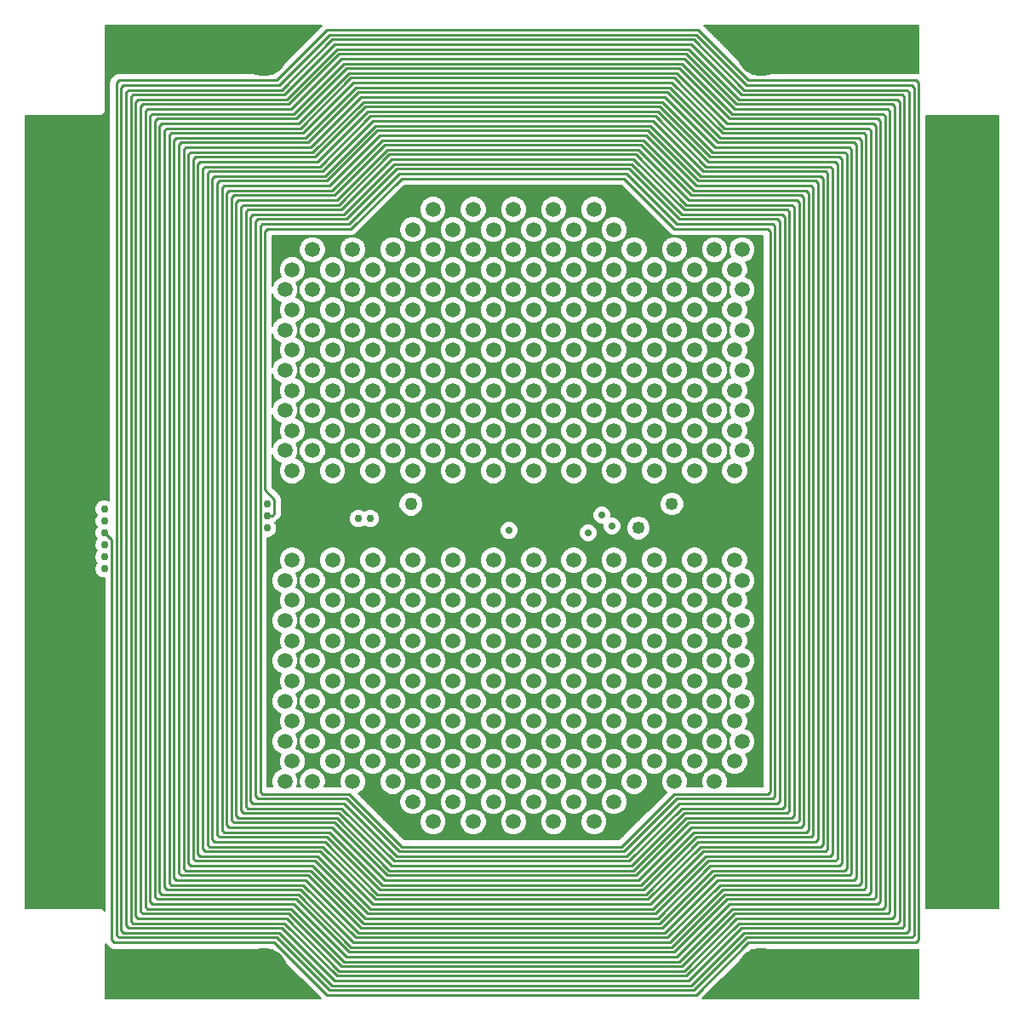
<source format=gbr>
G75*
G70*
%OFA0B0*%
%FSLAX24Y24*%
%IPPOS*%
%LPD*%
%AMOC8*
5,1,8,0,0,1.08239X$1,22.5*
%
%ADD10C,0.1896*%
%ADD11C,0.0594*%
%ADD12C,0.0493*%
%ADD13C,0.0502*%
%ADD14C,0.0108*%
%ADD15C,0.0298*%
%ADD16C,0.0278*%
%ADD17C,0.0396*%
%ADD18C,0.0059*%
D10*
X009751Y001764D03*
X029199Y001764D03*
X029199Y037827D03*
X009751Y037827D03*
D11*
X016365Y031646D03*
X017152Y030858D03*
X016365Y030071D03*
X017152Y029283D03*
X016365Y028496D03*
X017152Y027709D03*
X017940Y028496D03*
X018727Y027709D03*
X019514Y028496D03*
X018727Y029283D03*
X019514Y030071D03*
X018727Y030858D03*
X017940Y030071D03*
X017940Y031646D03*
X019514Y031646D03*
X020302Y030858D03*
X021089Y030071D03*
X020302Y029283D03*
X021089Y028496D03*
X020302Y027709D03*
X021089Y026921D03*
X020302Y026134D03*
X021089Y025346D03*
X020302Y024559D03*
X021089Y023772D03*
X021877Y024559D03*
X022664Y023772D03*
X023451Y024559D03*
X022664Y025346D03*
X023451Y026134D03*
X022664Y026921D03*
X021877Y026134D03*
X021877Y027709D03*
X022664Y028496D03*
X023451Y027709D03*
X024239Y028496D03*
X025026Y027709D03*
X025814Y028496D03*
X026601Y027709D03*
X027388Y028496D03*
X026601Y029283D03*
X027388Y030071D03*
X028176Y029283D03*
X028463Y028496D03*
X028176Y027709D03*
X028463Y026921D03*
X028176Y026134D03*
X028463Y025346D03*
X028176Y024559D03*
X028463Y023772D03*
X028176Y022984D03*
X028463Y022197D03*
X028176Y021409D03*
X027388Y022197D03*
X026601Y022984D03*
X025814Y022197D03*
X026601Y021409D03*
X025026Y021409D03*
X024239Y022197D03*
X025026Y022984D03*
X024239Y023772D03*
X025026Y024559D03*
X024239Y025346D03*
X025026Y026134D03*
X024239Y026921D03*
X025814Y026921D03*
X026601Y026134D03*
X027388Y026921D03*
X027388Y025346D03*
X026601Y024559D03*
X027388Y023772D03*
X025814Y023772D03*
X025814Y025346D03*
X023451Y022984D03*
X022664Y022197D03*
X021877Y022984D03*
X021089Y022197D03*
X020302Y022984D03*
X019514Y022197D03*
X018727Y022984D03*
X017940Y022197D03*
X018727Y021409D03*
X020302Y021409D03*
X021877Y021409D03*
X023451Y021409D03*
X023451Y017906D03*
X022664Y017118D03*
X023451Y016331D03*
X022664Y015543D03*
X023451Y014756D03*
X022664Y013969D03*
X021877Y014756D03*
X021089Y015543D03*
X020302Y014756D03*
X021089Y013969D03*
X020302Y013181D03*
X021089Y012394D03*
X021877Y013181D03*
X022664Y012394D03*
X023451Y013181D03*
X024239Y012394D03*
X025026Y013181D03*
X024239Y013969D03*
X025026Y014756D03*
X024239Y015543D03*
X025026Y016331D03*
X024239Y017118D03*
X025026Y017906D03*
X025814Y017118D03*
X026601Y016331D03*
X027388Y017118D03*
X026601Y017906D03*
X028176Y017906D03*
X028463Y017118D03*
X028176Y016331D03*
X028463Y015543D03*
X028176Y014756D03*
X028463Y013969D03*
X028176Y013181D03*
X028463Y012394D03*
X028176Y011606D03*
X028463Y010819D03*
X028176Y010031D03*
X027388Y009244D03*
X026601Y010031D03*
X025814Y009244D03*
X025026Y010031D03*
X024239Y009244D03*
X023451Y008457D03*
X022664Y009244D03*
X021877Y008457D03*
X022664Y007669D03*
X021089Y007669D03*
X020302Y008457D03*
X021089Y009244D03*
X020302Y010031D03*
X019514Y009244D03*
X018727Y008457D03*
X017940Y009244D03*
X018727Y010031D03*
X019514Y010819D03*
X018727Y011606D03*
X017940Y010819D03*
X017152Y011606D03*
X016365Y010819D03*
X017152Y010031D03*
X016365Y009244D03*
X017152Y008457D03*
X016365Y007669D03*
X015577Y008457D03*
X014790Y009244D03*
X015577Y010031D03*
X014790Y010819D03*
X015577Y011606D03*
X014790Y012394D03*
X015577Y013181D03*
X014790Y013969D03*
X015577Y014756D03*
X014790Y015543D03*
X015577Y016331D03*
X014790Y017118D03*
X015577Y017906D03*
X016365Y017118D03*
X017152Y016331D03*
X017940Y017118D03*
X018727Y016331D03*
X019514Y017118D03*
X018727Y017906D03*
X020302Y017906D03*
X021089Y017118D03*
X020302Y016331D03*
X019514Y015543D03*
X018727Y014756D03*
X017940Y015543D03*
X017152Y014756D03*
X016365Y015543D03*
X016365Y013969D03*
X017152Y013181D03*
X016365Y012394D03*
X017940Y012394D03*
X018727Y013181D03*
X019514Y012394D03*
X020302Y011606D03*
X021089Y010819D03*
X021877Y011606D03*
X022664Y010819D03*
X023451Y011606D03*
X024239Y010819D03*
X025026Y011606D03*
X025814Y010819D03*
X026601Y011606D03*
X027388Y010819D03*
X027388Y012394D03*
X026601Y013181D03*
X025814Y012394D03*
X025814Y013969D03*
X026601Y014756D03*
X027388Y015543D03*
X025814Y015543D03*
X027388Y013969D03*
X023451Y010031D03*
X021877Y010031D03*
X019514Y007669D03*
X017940Y007669D03*
X014003Y010031D03*
X013215Y009244D03*
X012428Y010031D03*
X011640Y009244D03*
X010566Y009244D03*
X010853Y010031D03*
X010566Y010819D03*
X010853Y011606D03*
X010566Y012394D03*
X010853Y013181D03*
X010566Y013969D03*
X010853Y014756D03*
X010566Y015543D03*
X010853Y016331D03*
X010566Y017118D03*
X010853Y017906D03*
X011640Y017118D03*
X012428Y016331D03*
X013215Y017118D03*
X012428Y017906D03*
X014003Y017906D03*
X014003Y016331D03*
X013215Y015543D03*
X012428Y014756D03*
X013215Y013969D03*
X014003Y014756D03*
X014003Y013181D03*
X013215Y012394D03*
X012428Y013181D03*
X011640Y012394D03*
X012428Y011606D03*
X013215Y010819D03*
X014003Y011606D03*
X011640Y010819D03*
X011640Y013969D03*
X011640Y015543D03*
X010853Y021409D03*
X010566Y022197D03*
X010853Y022984D03*
X010566Y023772D03*
X010853Y024559D03*
X010566Y025346D03*
X010853Y026134D03*
X010566Y026921D03*
X010853Y027709D03*
X010566Y028496D03*
X010853Y029283D03*
X011640Y028496D03*
X012428Y027709D03*
X013215Y028496D03*
X012428Y029283D03*
X013215Y030071D03*
X014003Y029283D03*
X014790Y028496D03*
X015577Y027709D03*
X014790Y026921D03*
X015577Y026134D03*
X014790Y025346D03*
X015577Y024559D03*
X014790Y023772D03*
X015577Y022984D03*
X014790Y022197D03*
X015577Y021409D03*
X016365Y022197D03*
X017152Y022984D03*
X016365Y023772D03*
X017152Y024559D03*
X016365Y025346D03*
X017152Y026134D03*
X016365Y026921D03*
X017940Y026921D03*
X018727Y026134D03*
X019514Y026921D03*
X019514Y025346D03*
X018727Y024559D03*
X019514Y023772D03*
X017940Y023772D03*
X017940Y025346D03*
X017152Y021409D03*
X014003Y021409D03*
X013215Y022197D03*
X012428Y022984D03*
X013215Y023772D03*
X012428Y024559D03*
X013215Y025346D03*
X014003Y024559D03*
X014003Y022984D03*
X012428Y021409D03*
X011640Y022197D03*
X011640Y023772D03*
X011640Y025346D03*
X012428Y026134D03*
X013215Y026921D03*
X014003Y026134D03*
X014003Y027709D03*
X015577Y029283D03*
X014790Y030071D03*
X015577Y030858D03*
X011640Y030071D03*
X011640Y026921D03*
X017152Y017906D03*
X017940Y013969D03*
X019514Y013969D03*
X021877Y016331D03*
X021877Y017906D03*
X021877Y029283D03*
X022664Y030071D03*
X023451Y030858D03*
X022664Y031646D03*
X021877Y030858D03*
X021089Y031646D03*
X023451Y029283D03*
X024239Y030071D03*
X025026Y029283D03*
X025814Y030071D03*
X028463Y030071D03*
D12*
X025722Y020104D03*
X024409Y019166D03*
D13*
X015500Y020104D03*
D14*
X010155Y020291D02*
X010155Y019729D01*
X010061Y019635D01*
X009873Y019635D01*
X010155Y020291D02*
X009780Y020667D01*
X009780Y030795D01*
X009873Y030889D01*
X013156Y030889D01*
X015125Y032858D01*
X023847Y032858D01*
X025816Y030889D01*
X029473Y030889D01*
X029567Y030795D01*
X029567Y008850D01*
X029473Y008757D01*
X025816Y008757D01*
X023753Y006693D01*
X015125Y006693D01*
X013062Y008757D01*
X009686Y008757D01*
X009592Y008850D01*
X009592Y030982D01*
X009686Y031076D01*
X013062Y031076D01*
X015031Y033045D01*
X023940Y033045D01*
X025910Y031076D01*
X029661Y031076D01*
X029755Y030982D01*
X029755Y008663D01*
X029661Y008569D01*
X025910Y008569D01*
X023847Y006506D01*
X015031Y006506D01*
X012968Y008569D01*
X009498Y008569D01*
X009405Y008663D01*
X009405Y031170D01*
X009498Y031264D01*
X012968Y031264D01*
X014938Y033233D01*
X024034Y033233D01*
X026004Y031264D01*
X029849Y031264D01*
X029942Y031170D01*
X029942Y008475D01*
X029849Y008381D01*
X026004Y008381D01*
X023940Y006318D01*
X014938Y006318D01*
X012874Y008381D01*
X009311Y008381D01*
X009217Y008475D01*
X009217Y031357D01*
X009311Y031451D01*
X012874Y031451D01*
X014844Y033421D01*
X024128Y033421D01*
X026097Y031451D01*
X030036Y031451D01*
X030130Y031357D01*
X030130Y008288D01*
X030036Y008194D01*
X026097Y008194D01*
X024034Y006131D01*
X014844Y006131D01*
X012781Y008194D01*
X009123Y008194D01*
X009029Y008288D01*
X009029Y031545D01*
X009123Y031639D01*
X012781Y031639D01*
X014750Y033608D01*
X024222Y033608D01*
X026191Y031639D01*
X030224Y031639D01*
X030317Y031545D01*
X030317Y008100D01*
X030224Y008006D01*
X026191Y008006D01*
X024128Y005943D01*
X014750Y005943D01*
X012687Y008006D01*
X008936Y008006D01*
X008842Y008100D01*
X008842Y031733D01*
X008936Y031826D01*
X012687Y031826D01*
X014656Y033796D01*
X024316Y033796D01*
X026285Y031826D01*
X030411Y031826D01*
X030505Y031733D01*
X030505Y007913D01*
X030411Y007819D01*
X026285Y007819D01*
X024222Y005756D01*
X014656Y005756D01*
X012593Y007819D01*
X008748Y007819D01*
X008654Y007913D01*
X008654Y031920D01*
X008748Y032014D01*
X012593Y032014D01*
X014562Y033983D01*
X024409Y033983D01*
X026379Y032014D01*
X030599Y032014D01*
X030693Y031920D01*
X030693Y007725D01*
X030599Y007631D01*
X026379Y007631D01*
X024316Y005568D01*
X014562Y005568D01*
X012499Y007631D01*
X008561Y007631D01*
X008467Y007725D01*
X008467Y032108D01*
X008561Y032201D01*
X012499Y032201D01*
X014469Y034171D01*
X024503Y034171D01*
X026472Y032201D01*
X030786Y032201D01*
X030880Y032108D01*
X030880Y007537D01*
X030786Y007444D01*
X026472Y007444D01*
X024409Y005380D01*
X014469Y005380D01*
X012406Y007444D01*
X008373Y007444D01*
X008279Y007537D01*
X008279Y032295D01*
X008373Y032389D01*
X012406Y032389D01*
X014375Y034358D01*
X024597Y034358D01*
X026566Y032389D01*
X030974Y032389D01*
X031068Y032295D01*
X031068Y007350D01*
X030974Y007256D01*
X026566Y007256D01*
X024503Y005193D01*
X014375Y005193D01*
X012312Y007256D01*
X008185Y007256D01*
X008092Y007350D01*
X008092Y032483D01*
X008185Y032577D01*
X012312Y032577D01*
X014281Y034546D01*
X024691Y034546D01*
X026660Y032577D01*
X031161Y032577D01*
X031255Y032483D01*
X031255Y007162D01*
X031161Y007069D01*
X026660Y007069D01*
X024597Y005005D01*
X014281Y005005D01*
X012218Y007069D01*
X007998Y007069D01*
X007904Y007162D01*
X007904Y032670D01*
X007998Y032764D01*
X012218Y032764D01*
X014187Y034733D01*
X024784Y034733D01*
X026754Y032764D01*
X031349Y032764D01*
X031443Y032670D01*
X031443Y006975D01*
X031349Y006881D01*
X026754Y006881D01*
X024691Y004818D01*
X014187Y004818D01*
X012124Y006881D01*
X007810Y006881D01*
X007717Y006975D01*
X007717Y032858D01*
X007810Y032952D01*
X012124Y032952D01*
X014094Y034921D01*
X024878Y034921D01*
X026848Y032952D01*
X031537Y032952D01*
X031630Y032858D01*
X031630Y006787D01*
X031537Y006693D01*
X026848Y006693D01*
X024784Y004630D01*
X014094Y004630D01*
X012030Y006693D01*
X007623Y006693D01*
X007529Y006787D01*
X007529Y033045D01*
X007623Y033139D01*
X012030Y033139D01*
X014000Y035109D01*
X024972Y035109D01*
X026941Y033139D01*
X031724Y033139D01*
X031818Y033045D01*
X031818Y006600D01*
X031724Y006506D01*
X026941Y006506D01*
X024878Y004443D01*
X014000Y004443D01*
X011937Y006506D01*
X007435Y006506D01*
X007341Y006600D01*
X007341Y033233D01*
X007435Y033327D01*
X011937Y033327D01*
X013906Y035296D01*
X025066Y035296D01*
X027035Y033327D01*
X031912Y033327D01*
X032005Y033233D01*
X032005Y006412D01*
X031912Y006318D01*
X027035Y006318D01*
X024972Y004255D01*
X013906Y004255D01*
X011843Y006318D01*
X007248Y006318D01*
X007154Y006412D01*
X007154Y033421D01*
X007248Y033514D01*
X011843Y033514D01*
X013812Y035484D01*
X025160Y035484D01*
X027129Y033514D01*
X032099Y033514D01*
X032193Y033421D01*
X032193Y006224D01*
X032099Y006131D01*
X027129Y006131D01*
X025066Y004068D01*
X013812Y004068D01*
X011749Y006131D01*
X007060Y006131D01*
X006966Y006224D01*
X006966Y033608D01*
X007060Y033702D01*
X011749Y033702D01*
X013718Y035671D01*
X025253Y035671D01*
X027223Y033702D01*
X032287Y033702D01*
X032381Y033608D01*
X032381Y006037D01*
X032287Y005943D01*
X027223Y005943D01*
X025160Y003880D01*
X013718Y003880D01*
X011655Y005943D01*
X006873Y005943D01*
X006779Y006037D01*
X006779Y033796D01*
X006873Y033889D01*
X011655Y033889D01*
X013625Y035859D01*
X025347Y035859D01*
X027316Y033889D01*
X032474Y033889D01*
X032568Y033796D01*
X032568Y005849D01*
X032474Y005756D01*
X027316Y005756D01*
X025253Y003692D01*
X013625Y003692D01*
X011561Y005756D01*
X006685Y005756D01*
X006591Y005849D01*
X006591Y033983D01*
X006685Y034077D01*
X011561Y034077D01*
X013531Y036046D01*
X025441Y036046D01*
X027410Y034077D01*
X032662Y034077D01*
X032756Y033983D01*
X032756Y005662D01*
X032662Y005568D01*
X027410Y005568D01*
X025347Y003505D01*
X013531Y003505D01*
X011468Y005568D01*
X006497Y005568D01*
X006404Y005662D01*
X006404Y034171D01*
X006497Y034265D01*
X011468Y034265D01*
X013437Y036234D01*
X025535Y036234D01*
X027504Y034265D01*
X032849Y034265D01*
X032943Y034171D01*
X032943Y005474D01*
X032849Y005380D01*
X027504Y005380D01*
X025441Y003317D01*
X013437Y003317D01*
X011374Y005380D01*
X006310Y005380D01*
X006216Y005474D01*
X006216Y034358D01*
X006310Y034452D01*
X011374Y034452D01*
X013343Y036421D01*
X025628Y036421D01*
X027598Y034452D01*
X033037Y034452D01*
X033131Y034358D01*
X033131Y005287D01*
X033037Y005193D01*
X027598Y005193D01*
X025535Y003130D01*
X013343Y003130D01*
X011280Y005193D01*
X006122Y005193D01*
X006029Y005287D01*
X006029Y034546D01*
X006122Y034640D01*
X011280Y034640D01*
X013250Y036609D01*
X025722Y036609D01*
X027692Y034640D01*
X033225Y034640D01*
X033318Y034546D01*
X033318Y005099D01*
X033225Y005005D01*
X027692Y005005D01*
X025628Y002942D01*
X013250Y002942D01*
X011186Y005005D01*
X005935Y005005D01*
X005841Y005099D01*
X005841Y034733D01*
X005935Y034827D01*
X011186Y034827D01*
X013156Y036797D01*
X025816Y036797D01*
X027785Y034827D01*
X033412Y034827D01*
X033506Y034733D01*
X033506Y004912D01*
X033412Y004818D01*
X027785Y004818D01*
X025722Y002755D01*
X013156Y002755D01*
X011093Y004818D01*
X005747Y004818D01*
X005653Y004912D01*
X005653Y034921D01*
X005747Y035015D01*
X011093Y035015D01*
X013062Y036984D01*
X025910Y036984D01*
X027879Y035015D01*
X033600Y035015D01*
X033693Y034921D01*
X033693Y004724D01*
X033600Y004630D01*
X027879Y004630D01*
X025816Y002567D01*
X013062Y002567D01*
X010999Y004630D01*
X005560Y004630D01*
X005466Y004724D01*
X005466Y035109D01*
X005560Y035202D01*
X010999Y035202D01*
X012968Y037172D01*
X026004Y037172D01*
X027973Y035202D01*
X033787Y035202D01*
X033881Y035109D01*
X033881Y004536D01*
X033787Y004443D01*
X027973Y004443D01*
X025910Y002380D01*
X012968Y002380D01*
X010905Y004443D01*
X005372Y004443D01*
X005278Y004536D01*
X005278Y035296D01*
X005372Y035390D01*
X010905Y035390D01*
X012874Y037359D01*
X026097Y037359D01*
X028067Y035390D01*
X033975Y035390D01*
X034069Y035296D01*
X034069Y004349D01*
X033975Y004255D01*
X028067Y004255D01*
X026004Y002192D01*
X012874Y002192D01*
X010811Y004255D01*
X005184Y004255D01*
X005091Y004349D01*
X005091Y035484D01*
X005184Y035577D01*
X010811Y035577D01*
X012781Y037547D01*
X026191Y037547D01*
X028160Y035577D01*
X034162Y035577D01*
X034256Y035484D01*
X034256Y004161D01*
X034162Y004068D01*
X028160Y004068D01*
X026097Y002004D01*
X012781Y002004D01*
X010717Y004068D01*
X004997Y004068D01*
X004903Y004161D01*
X004903Y035671D01*
X004997Y035765D01*
X010717Y035765D01*
X012687Y037734D01*
X026285Y037734D01*
X028254Y035765D01*
X034350Y035765D01*
X034444Y035671D01*
X034444Y003974D01*
X034350Y003880D01*
X028254Y003880D01*
X026191Y001817D01*
X012687Y001817D01*
X010624Y003880D01*
X004809Y003880D01*
X004716Y003974D01*
X004716Y035859D01*
X004809Y035953D01*
X010624Y035953D01*
X012593Y037922D01*
X026379Y037922D01*
X028348Y035953D01*
X034537Y035953D01*
X034631Y035859D01*
X034631Y003786D01*
X034537Y003692D01*
X028348Y003692D01*
X026285Y001629D01*
X012593Y001629D01*
X010530Y003692D01*
X004622Y003692D01*
X004528Y003786D01*
X004528Y036046D01*
X004622Y036140D01*
X010530Y036140D01*
X012499Y038110D01*
X026472Y038110D01*
X028442Y036140D01*
X034725Y036140D01*
X034819Y036046D01*
X034819Y003599D01*
X034725Y003505D01*
X028442Y003505D01*
X026379Y001442D01*
X012499Y001442D01*
X010436Y003505D01*
X004434Y003505D01*
X004340Y003599D01*
X004340Y036234D01*
X004434Y036328D01*
X010436Y036328D01*
X012406Y038297D01*
X026566Y038297D01*
X028536Y036328D01*
X034913Y036328D01*
X035006Y036234D01*
X035006Y003411D01*
X034913Y003317D01*
X028536Y003317D01*
X026472Y001254D01*
X012406Y001254D01*
X010342Y003317D01*
X004247Y003317D01*
X004153Y003411D01*
X004153Y036421D01*
X004247Y036515D01*
X010342Y036515D01*
X012312Y038485D01*
X026660Y038485D01*
X028629Y036515D01*
X035100Y036515D01*
X035194Y036421D01*
X035194Y003224D01*
X035100Y003130D01*
X028629Y003130D01*
X026566Y001067D01*
X012312Y001067D01*
X010249Y003130D01*
X004059Y003130D01*
X003965Y003224D01*
X003965Y036609D01*
X004059Y036703D01*
X010249Y036703D01*
X012218Y038672D01*
X026754Y038672D01*
X028723Y036703D01*
X035288Y036703D01*
X035381Y036609D01*
X035381Y003036D01*
X035288Y002942D01*
X028723Y002942D01*
X026660Y000879D01*
X012218Y000879D01*
X010155Y002942D01*
X003872Y002942D01*
X003778Y003036D01*
X003778Y018697D01*
X003496Y018979D01*
D15*
X003496Y018979D03*
X003496Y019447D03*
X003496Y019916D03*
X003496Y018510D03*
X003496Y018041D03*
X003496Y017572D03*
X009873Y019166D03*
X009873Y019635D03*
X009873Y020104D03*
X013437Y019541D03*
X013906Y019541D03*
D16*
X019345Y019072D03*
X022440Y018979D03*
X022979Y019677D03*
X023373Y019244D03*
D17*
X037077Y017256D03*
X037073Y011886D03*
X037073Y006331D03*
X027703Y000937D03*
X011168Y000937D03*
X001743Y006472D03*
X001695Y011839D03*
X001695Y017717D03*
X001695Y023457D03*
X001695Y028402D03*
X001652Y033303D03*
X011207Y038575D03*
X027743Y038535D03*
X036983Y033398D03*
X037030Y028126D03*
X037125Y023039D03*
D18*
X011971Y000730D02*
X003541Y000730D01*
X003541Y002877D01*
X003634Y002784D01*
X003713Y002705D01*
X003816Y002662D01*
X010039Y002662D01*
X011971Y000730D01*
X011966Y000734D02*
X003541Y000734D01*
X003541Y000792D02*
X011909Y000792D01*
X011851Y000850D02*
X003541Y000850D01*
X003541Y000907D02*
X011794Y000907D01*
X011736Y000965D02*
X003541Y000965D01*
X003541Y001022D02*
X011678Y001022D01*
X011621Y001080D02*
X003541Y001080D01*
X003541Y001138D02*
X011563Y001138D01*
X011506Y001195D02*
X003541Y001195D01*
X003541Y001253D02*
X011448Y001253D01*
X011390Y001310D02*
X003541Y001310D01*
X003541Y001368D02*
X011333Y001368D01*
X011275Y001426D02*
X003541Y001426D01*
X003541Y001483D02*
X011218Y001483D01*
X011160Y001541D02*
X003541Y001541D01*
X003541Y001598D02*
X011102Y001598D01*
X011045Y001656D02*
X003541Y001656D01*
X003541Y001714D02*
X010987Y001714D01*
X010930Y001771D02*
X003541Y001771D01*
X003541Y001829D02*
X010872Y001829D01*
X010814Y001886D02*
X003541Y001886D01*
X003541Y001944D02*
X010757Y001944D01*
X010699Y002001D02*
X003541Y002001D01*
X003541Y002059D02*
X010642Y002059D01*
X010584Y002117D02*
X003541Y002117D01*
X003541Y002174D02*
X010526Y002174D01*
X010469Y002232D02*
X003541Y002232D01*
X003541Y002289D02*
X010411Y002289D01*
X010354Y002347D02*
X003541Y002347D01*
X003541Y002405D02*
X010296Y002405D01*
X010239Y002462D02*
X003541Y002462D01*
X003541Y002520D02*
X010181Y002520D01*
X010123Y002577D02*
X003541Y002577D01*
X003541Y002635D02*
X010066Y002635D01*
X014741Y007473D02*
X015880Y007473D01*
X015903Y007416D02*
X014799Y007416D01*
X014856Y007358D02*
X015936Y007358D01*
X015921Y007373D02*
X016068Y007226D01*
X016261Y007146D01*
X016469Y007146D01*
X016661Y007226D01*
X016808Y007373D01*
X016888Y007565D01*
X016888Y007773D01*
X016808Y007966D01*
X016661Y008113D01*
X016469Y008192D01*
X016261Y008192D01*
X016068Y008113D01*
X015921Y007966D01*
X015841Y007773D01*
X015841Y007565D01*
X015921Y007373D01*
X015993Y007301D02*
X014914Y007301D01*
X014972Y007243D02*
X016051Y007243D01*
X016166Y007185D02*
X015029Y007185D01*
X015087Y007128D02*
X023791Y007128D01*
X023849Y007185D02*
X022863Y007185D01*
X022768Y007146D02*
X022960Y007226D01*
X023107Y007373D01*
X023187Y007565D01*
X023187Y007773D01*
X023107Y007966D01*
X022960Y008113D01*
X022768Y008192D01*
X022560Y008192D01*
X022368Y008113D01*
X022220Y007966D01*
X022141Y007773D01*
X022141Y007565D01*
X022220Y007373D01*
X022368Y007226D01*
X022560Y007146D01*
X022768Y007146D01*
X022978Y007243D02*
X023906Y007243D01*
X023964Y007301D02*
X023035Y007301D01*
X023093Y007358D02*
X024021Y007358D01*
X024079Y007416D02*
X023125Y007416D01*
X023149Y007473D02*
X024137Y007473D01*
X024194Y007531D02*
X023173Y007531D01*
X023187Y007589D02*
X024252Y007589D01*
X024309Y007646D02*
X023187Y007646D01*
X023187Y007704D02*
X024367Y007704D01*
X024425Y007761D02*
X023187Y007761D01*
X023168Y007819D02*
X024482Y007819D01*
X024540Y007877D02*
X023144Y007877D01*
X023121Y007934D02*
X023346Y007934D01*
X023347Y007933D02*
X023555Y007933D01*
X023748Y008013D01*
X023895Y008160D01*
X023975Y008353D01*
X023975Y008561D01*
X023895Y008753D01*
X023748Y008900D01*
X023555Y008980D01*
X023347Y008980D01*
X023155Y008900D01*
X023008Y008753D01*
X022928Y008561D01*
X022928Y008353D01*
X023008Y008160D01*
X023155Y008013D01*
X023347Y007933D01*
X023207Y007992D02*
X023081Y007992D01*
X023119Y008049D02*
X023024Y008049D01*
X023061Y008107D02*
X022966Y008107D01*
X023006Y008165D02*
X022836Y008165D01*
X022982Y008222D02*
X022346Y008222D01*
X022370Y008280D02*
X022958Y008280D01*
X022934Y008337D02*
X022393Y008337D01*
X022400Y008353D02*
X022320Y008160D01*
X022173Y008013D01*
X021981Y007933D01*
X021772Y007933D01*
X021580Y008013D01*
X021433Y008160D01*
X021353Y008353D01*
X021353Y008561D01*
X021433Y008753D01*
X021580Y008900D01*
X021772Y008980D01*
X021981Y008980D01*
X022173Y008900D01*
X022320Y008753D01*
X022400Y008561D01*
X022400Y008353D01*
X022400Y008395D02*
X022928Y008395D01*
X022928Y008453D02*
X022400Y008453D01*
X022400Y008510D02*
X022928Y008510D01*
X022931Y008568D02*
X022397Y008568D01*
X022373Y008625D02*
X022955Y008625D01*
X022979Y008683D02*
X022349Y008683D01*
X022325Y008741D02*
X022512Y008741D01*
X022560Y008721D02*
X022768Y008721D01*
X022960Y008801D01*
X023107Y008948D01*
X023187Y009140D01*
X023187Y009348D01*
X023107Y009540D01*
X022960Y009688D01*
X022768Y009767D01*
X022560Y009767D01*
X022368Y009688D01*
X022220Y009540D01*
X022141Y009348D01*
X022141Y009140D01*
X022220Y008948D01*
X022368Y008801D01*
X022560Y008721D01*
X022373Y008798D02*
X022275Y008798D01*
X022312Y008856D02*
X022217Y008856D01*
X022255Y008913D02*
X022141Y008913D01*
X022211Y008971D02*
X022002Y008971D01*
X022187Y009029D02*
X021566Y009029D01*
X021590Y009086D02*
X022163Y009086D01*
X022141Y009144D02*
X021612Y009144D01*
X021612Y009140D02*
X021533Y008948D01*
X021386Y008801D01*
X021193Y008721D01*
X020985Y008721D01*
X020793Y008801D01*
X020646Y008948D01*
X020566Y009140D01*
X020566Y009348D01*
X020646Y009540D01*
X020793Y009688D01*
X020985Y009767D01*
X021193Y009767D01*
X021386Y009688D01*
X021533Y009540D01*
X021612Y009348D01*
X021612Y009140D01*
X021612Y009201D02*
X022141Y009201D01*
X022141Y009259D02*
X021612Y009259D01*
X021612Y009316D02*
X022141Y009316D01*
X022151Y009374D02*
X021602Y009374D01*
X021578Y009432D02*
X022175Y009432D01*
X022199Y009489D02*
X021554Y009489D01*
X021526Y009547D02*
X021679Y009547D01*
X021772Y009508D02*
X021981Y009508D01*
X022173Y009588D01*
X022320Y009735D01*
X022400Y009927D01*
X022400Y010136D01*
X022320Y010328D01*
X022173Y010475D01*
X021981Y010555D01*
X021772Y010555D01*
X021580Y010475D01*
X021433Y010328D01*
X021353Y010136D01*
X021353Y009927D01*
X021433Y009735D01*
X021580Y009588D01*
X021772Y009508D01*
X021564Y009604D02*
X021469Y009604D01*
X021506Y009662D02*
X021411Y009662D01*
X021448Y009720D02*
X021308Y009720D01*
X021415Y009777D02*
X020763Y009777D01*
X020745Y009735D02*
X020825Y009927D01*
X020825Y010136D01*
X020745Y010328D01*
X020598Y010475D01*
X020406Y010555D01*
X020198Y010555D01*
X020005Y010475D01*
X019858Y010328D01*
X019779Y010136D01*
X019779Y009927D01*
X019858Y009735D01*
X020005Y009588D01*
X020198Y009508D01*
X020406Y009508D01*
X020598Y009588D01*
X020745Y009735D01*
X020730Y009720D02*
X020870Y009720D01*
X020767Y009662D02*
X020672Y009662D01*
X020710Y009604D02*
X020615Y009604D01*
X020652Y009547D02*
X020499Y009547D01*
X020624Y009489D02*
X019979Y009489D01*
X019958Y009540D02*
X019811Y009688D01*
X019618Y009767D01*
X019410Y009767D01*
X019218Y009688D01*
X019071Y009540D01*
X018991Y009348D01*
X018991Y009140D01*
X019071Y008948D01*
X019218Y008801D01*
X019410Y008721D01*
X019618Y008721D01*
X019811Y008801D01*
X019958Y008948D01*
X020038Y009140D01*
X020038Y009348D01*
X019958Y009540D01*
X019951Y009547D02*
X020104Y009547D01*
X019989Y009604D02*
X019894Y009604D01*
X019931Y009662D02*
X019836Y009662D01*
X019874Y009720D02*
X019733Y009720D01*
X019841Y009777D02*
X019188Y009777D01*
X019170Y009735D02*
X019250Y009927D01*
X019250Y010136D01*
X019170Y010328D01*
X019023Y010475D01*
X018831Y010555D01*
X018623Y010555D01*
X018431Y010475D01*
X018283Y010328D01*
X018204Y010136D01*
X018204Y009927D01*
X018283Y009735D01*
X018431Y009588D01*
X018623Y009508D01*
X018831Y009508D01*
X019023Y009588D01*
X019170Y009735D01*
X019155Y009720D02*
X019295Y009720D01*
X019192Y009662D02*
X019097Y009662D01*
X019135Y009604D02*
X019040Y009604D01*
X019077Y009547D02*
X018924Y009547D01*
X019050Y009489D02*
X018404Y009489D01*
X018383Y009540D02*
X018236Y009688D01*
X018044Y009767D01*
X017835Y009767D01*
X017643Y009688D01*
X017496Y009540D01*
X017416Y009348D01*
X017416Y009140D01*
X017496Y008948D01*
X017643Y008801D01*
X017835Y008721D01*
X018044Y008721D01*
X018236Y008801D01*
X018383Y008948D01*
X018463Y009140D01*
X018463Y009348D01*
X018383Y009540D01*
X018377Y009547D02*
X018530Y009547D01*
X018414Y009604D02*
X018319Y009604D01*
X018356Y009662D02*
X018261Y009662D01*
X018299Y009720D02*
X018159Y009720D01*
X018266Y009777D02*
X017613Y009777D01*
X017596Y009735D02*
X017675Y009927D01*
X017675Y010136D01*
X017596Y010328D01*
X017449Y010475D01*
X017256Y010555D01*
X017048Y010555D01*
X016856Y010475D01*
X016709Y010328D01*
X016629Y010136D01*
X016629Y009927D01*
X016709Y009735D01*
X016856Y009588D01*
X017048Y009508D01*
X017256Y009508D01*
X017449Y009588D01*
X017596Y009735D01*
X017580Y009720D02*
X017721Y009720D01*
X017618Y009662D02*
X017523Y009662D01*
X017560Y009604D02*
X017465Y009604D01*
X017502Y009547D02*
X017349Y009547D01*
X017475Y009489D02*
X016829Y009489D01*
X016808Y009540D02*
X016661Y009688D01*
X016469Y009767D01*
X016261Y009767D01*
X016068Y009688D01*
X015921Y009540D01*
X015841Y009348D01*
X015841Y009140D01*
X015921Y008948D01*
X016068Y008801D01*
X016261Y008721D01*
X016469Y008721D01*
X016661Y008801D01*
X016808Y008948D01*
X016888Y009140D01*
X016888Y009348D01*
X016808Y009540D01*
X016802Y009547D02*
X016955Y009547D01*
X016839Y009604D02*
X016744Y009604D01*
X016782Y009662D02*
X016687Y009662D01*
X016724Y009720D02*
X016584Y009720D01*
X016691Y009777D02*
X016038Y009777D01*
X016021Y009735D02*
X016101Y009927D01*
X016101Y010136D01*
X016021Y010328D01*
X015874Y010475D01*
X015681Y010555D01*
X015473Y010555D01*
X015281Y010475D01*
X015134Y010328D01*
X015054Y010136D01*
X015054Y009927D01*
X015134Y009735D01*
X015281Y009588D01*
X015473Y009508D01*
X015681Y009508D01*
X015874Y009588D01*
X016021Y009735D01*
X016005Y009720D02*
X016146Y009720D01*
X016043Y009662D02*
X015948Y009662D01*
X015985Y009604D02*
X015890Y009604D01*
X015928Y009547D02*
X015775Y009547D01*
X015900Y009489D02*
X015255Y009489D01*
X015233Y009540D02*
X015086Y009688D01*
X014894Y009767D01*
X014686Y009767D01*
X014494Y009688D01*
X014346Y009540D01*
X014267Y009348D01*
X014267Y009140D01*
X014346Y008948D01*
X014494Y008801D01*
X014686Y008721D01*
X014894Y008721D01*
X015086Y008801D01*
X015233Y008948D01*
X015313Y009140D01*
X015313Y009348D01*
X015233Y009540D01*
X015227Y009547D02*
X015380Y009547D01*
X015264Y009604D02*
X015169Y009604D01*
X015207Y009662D02*
X015112Y009662D01*
X015149Y009720D02*
X015009Y009720D01*
X015116Y009777D02*
X014464Y009777D01*
X014446Y009735D02*
X014526Y009927D01*
X014526Y010136D01*
X014446Y010328D01*
X014299Y010475D01*
X014107Y010555D01*
X013898Y010555D01*
X013706Y010475D01*
X013559Y010328D01*
X013479Y010136D01*
X013479Y009927D01*
X013559Y009735D01*
X013706Y009588D01*
X013898Y009508D01*
X014107Y009508D01*
X014299Y009588D01*
X014446Y009735D01*
X014431Y009720D02*
X014571Y009720D01*
X014468Y009662D02*
X014373Y009662D01*
X014410Y009604D02*
X014315Y009604D01*
X014353Y009547D02*
X014200Y009547D01*
X014325Y009489D02*
X013680Y009489D01*
X013659Y009540D02*
X013511Y009688D01*
X013319Y009767D01*
X013111Y009767D01*
X012919Y009688D01*
X012772Y009540D01*
X012692Y009348D01*
X012692Y009140D01*
X012735Y009037D01*
X012121Y009037D01*
X012164Y009140D01*
X012164Y009348D01*
X012084Y009540D01*
X011937Y009688D01*
X011744Y009767D01*
X011536Y009767D01*
X011344Y009688D01*
X011197Y009540D01*
X011117Y009348D01*
X011117Y009140D01*
X011160Y009037D01*
X011046Y009037D01*
X011089Y009140D01*
X011089Y009348D01*
X011013Y009531D01*
X011149Y009588D01*
X011296Y009735D01*
X011376Y009927D01*
X011376Y010136D01*
X011296Y010328D01*
X011149Y010475D01*
X011013Y010532D01*
X011089Y010715D01*
X011089Y010923D01*
X011013Y011106D01*
X011149Y011163D01*
X011296Y011310D01*
X011376Y011502D01*
X011376Y011710D01*
X011296Y011903D01*
X011149Y012050D01*
X011013Y012106D01*
X011089Y012290D01*
X011089Y012498D01*
X011013Y012681D01*
X011149Y012738D01*
X011296Y012885D01*
X011376Y013077D01*
X011376Y013285D01*
X011296Y013477D01*
X011149Y013625D01*
X011013Y013681D01*
X011089Y013864D01*
X011089Y014073D01*
X011013Y014256D01*
X011149Y014312D01*
X011296Y014459D01*
X011376Y014652D01*
X011376Y014860D01*
X011296Y015052D01*
X011149Y015199D01*
X011013Y015256D01*
X011089Y015439D01*
X011089Y015647D01*
X011013Y015831D01*
X011149Y015887D01*
X011296Y016034D01*
X011376Y016227D01*
X011376Y016435D01*
X011296Y016627D01*
X011149Y016774D01*
X011013Y016831D01*
X011089Y017014D01*
X011089Y017222D01*
X011013Y017405D01*
X011149Y017462D01*
X011296Y017609D01*
X011376Y017801D01*
X011376Y018010D01*
X011296Y018202D01*
X011149Y018349D01*
X010957Y018429D01*
X010749Y018429D01*
X010556Y018349D01*
X010409Y018202D01*
X010330Y018010D01*
X010330Y017801D01*
X010406Y017618D01*
X010269Y017562D01*
X010122Y017414D01*
X010042Y017222D01*
X010042Y017014D01*
X010122Y016822D01*
X010269Y016675D01*
X010406Y016618D01*
X010330Y016435D01*
X010330Y016227D01*
X010406Y016043D01*
X010269Y015987D01*
X010122Y015840D01*
X010042Y015647D01*
X010042Y015439D01*
X010122Y015247D01*
X010269Y015100D01*
X010406Y015043D01*
X010330Y014860D01*
X010330Y014652D01*
X010406Y014469D01*
X010269Y014412D01*
X010122Y014265D01*
X010042Y014073D01*
X010042Y013864D01*
X010122Y013672D01*
X010269Y013525D01*
X010406Y013468D01*
X010330Y013285D01*
X010330Y013077D01*
X010406Y012894D01*
X010269Y012837D01*
X010122Y012690D01*
X010042Y012498D01*
X010042Y012290D01*
X010122Y012097D01*
X010269Y011950D01*
X010406Y011894D01*
X010330Y011710D01*
X010330Y011502D01*
X010406Y011319D01*
X010269Y011262D01*
X010122Y011115D01*
X010042Y010923D01*
X010042Y010715D01*
X010122Y010522D01*
X010269Y010375D01*
X010406Y010319D01*
X010330Y010136D01*
X010330Y009927D01*
X010406Y009744D01*
X010269Y009688D01*
X010122Y009540D01*
X010042Y009348D01*
X010042Y009140D01*
X010085Y009037D01*
X009872Y009037D01*
X009872Y018791D01*
X009948Y018791D01*
X010086Y018848D01*
X010192Y018953D01*
X010249Y019091D01*
X010249Y019241D01*
X010192Y019379D01*
X010186Y019384D01*
X010220Y019397D01*
X010392Y019570D01*
X010435Y019673D01*
X010435Y019784D01*
X010435Y020347D01*
X010392Y020450D01*
X010313Y020529D01*
X010060Y020783D01*
X010060Y022051D01*
X010122Y021900D01*
X010269Y021753D01*
X010406Y021697D01*
X010330Y021514D01*
X010330Y021305D01*
X010409Y021113D01*
X010556Y020966D01*
X010749Y020886D01*
X010957Y020886D01*
X011149Y020966D01*
X011296Y021113D01*
X011376Y021305D01*
X011376Y021514D01*
X011296Y021706D01*
X011149Y021853D01*
X011013Y021909D01*
X011089Y022093D01*
X011089Y022301D01*
X011013Y022484D01*
X011149Y022541D01*
X011296Y022688D01*
X011376Y022880D01*
X011376Y023088D01*
X011296Y023281D01*
X011149Y023428D01*
X011013Y023484D01*
X011089Y023668D01*
X011089Y023876D01*
X011013Y024059D01*
X011149Y024115D01*
X011296Y024263D01*
X011376Y024455D01*
X011376Y024663D01*
X011296Y024855D01*
X011149Y025003D01*
X011013Y025059D01*
X011089Y025242D01*
X011089Y025451D01*
X011013Y025634D01*
X011149Y025690D01*
X011296Y025837D01*
X011376Y026030D01*
X011376Y026238D01*
X011296Y026430D01*
X011149Y026577D01*
X011013Y026634D01*
X011089Y026817D01*
X011089Y027025D01*
X011013Y027209D01*
X011149Y027265D01*
X011296Y027412D01*
X011376Y027605D01*
X011376Y027813D01*
X011296Y028005D01*
X011149Y028152D01*
X011013Y028209D01*
X011193Y028209D01*
X011197Y028200D02*
X011344Y028052D01*
X011536Y027973D01*
X011744Y027973D01*
X011937Y028052D01*
X012084Y028200D01*
X012164Y028392D01*
X012164Y028600D01*
X012084Y028792D01*
X011937Y028940D01*
X011744Y029019D01*
X011536Y029019D01*
X011344Y028940D01*
X011197Y028792D01*
X011117Y028600D01*
X011117Y028392D01*
X011197Y028200D01*
X011150Y028151D02*
X011245Y028151D01*
X011208Y028094D02*
X011303Y028094D01*
X011266Y028036D02*
X011384Y028036D01*
X011308Y027978D02*
X011523Y027978D01*
X011331Y027921D02*
X011949Y027921D01*
X011973Y027978D02*
X011758Y027978D01*
X011897Y028036D02*
X012015Y028036D01*
X011984Y028005D02*
X011904Y027813D01*
X011904Y027605D01*
X011984Y027412D01*
X012131Y027265D01*
X012324Y027185D01*
X012532Y027185D01*
X012724Y027265D01*
X012871Y027412D01*
X012951Y027605D01*
X012951Y027813D01*
X012871Y028005D01*
X012724Y028152D01*
X012532Y028232D01*
X012324Y028232D01*
X012131Y028152D01*
X011984Y028005D01*
X011978Y028094D02*
X012073Y028094D01*
X012035Y028151D02*
X012130Y028151D01*
X012088Y028209D02*
X012268Y028209D01*
X012111Y028266D02*
X012744Y028266D01*
X012768Y028209D02*
X012588Y028209D01*
X012725Y028151D02*
X012820Y028151D01*
X012783Y028094D02*
X012878Y028094D01*
X012919Y028052D02*
X013111Y027973D01*
X013319Y027973D01*
X013511Y028052D01*
X013659Y028200D01*
X013738Y028392D01*
X013738Y028600D01*
X013659Y028792D01*
X013511Y028940D01*
X013319Y029019D01*
X013111Y029019D01*
X012919Y028940D01*
X012772Y028792D01*
X012692Y028600D01*
X012692Y028392D01*
X012772Y028200D01*
X012919Y028052D01*
X012959Y028036D02*
X012840Y028036D01*
X012882Y027978D02*
X013098Y027978D01*
X012906Y027921D02*
X013524Y027921D01*
X013548Y027978D02*
X013333Y027978D01*
X013472Y028036D02*
X013590Y028036D01*
X013559Y028005D02*
X013479Y027813D01*
X013479Y027605D01*
X013559Y027412D01*
X013706Y027265D01*
X013898Y027185D01*
X014107Y027185D01*
X014299Y027265D01*
X014446Y027412D01*
X014526Y027605D01*
X014526Y027813D01*
X014446Y028005D01*
X014299Y028152D01*
X014107Y028232D01*
X013898Y028232D01*
X013706Y028152D01*
X013559Y028005D01*
X013553Y028094D02*
X013647Y028094D01*
X013610Y028151D02*
X013705Y028151D01*
X013662Y028209D02*
X013843Y028209D01*
X013686Y028266D02*
X014319Y028266D01*
X014343Y028209D02*
X014162Y028209D01*
X014300Y028151D02*
X014395Y028151D01*
X014358Y028094D02*
X014452Y028094D01*
X014494Y028052D02*
X014686Y027973D01*
X014894Y027973D01*
X015086Y028052D01*
X015233Y028200D01*
X015313Y028392D01*
X015313Y028600D01*
X015233Y028792D01*
X015086Y028940D01*
X014894Y029019D01*
X014686Y029019D01*
X014494Y028940D01*
X014346Y028792D01*
X014267Y028600D01*
X014267Y028392D01*
X014346Y028200D01*
X014494Y028052D01*
X014533Y028036D02*
X014415Y028036D01*
X014457Y027978D02*
X014672Y027978D01*
X014481Y027921D02*
X015099Y027921D01*
X015123Y027978D02*
X014907Y027978D01*
X015046Y028036D02*
X015165Y028036D01*
X015134Y028005D02*
X015054Y027813D01*
X015054Y027605D01*
X015134Y027412D01*
X015281Y027265D01*
X015473Y027185D01*
X015681Y027185D01*
X015874Y027265D01*
X016021Y027412D01*
X016101Y027605D01*
X016101Y027813D01*
X016021Y028005D01*
X015874Y028152D01*
X015681Y028232D01*
X015473Y028232D01*
X015281Y028152D01*
X015134Y028005D01*
X015127Y028094D02*
X015222Y028094D01*
X015185Y028151D02*
X015280Y028151D01*
X015237Y028209D02*
X015418Y028209D01*
X015261Y028266D02*
X015894Y028266D01*
X015917Y028209D02*
X015737Y028209D01*
X015875Y028151D02*
X015970Y028151D01*
X015932Y028094D02*
X016027Y028094D01*
X016068Y028052D02*
X016261Y027973D01*
X016469Y027973D01*
X016661Y028052D01*
X016808Y028200D01*
X016888Y028392D01*
X016888Y028600D01*
X016808Y028792D01*
X016661Y028940D01*
X016469Y029019D01*
X016261Y029019D01*
X016068Y028940D01*
X015921Y028792D01*
X015841Y028600D01*
X015841Y028392D01*
X015921Y028200D01*
X016068Y028052D01*
X016108Y028036D02*
X015990Y028036D01*
X016032Y027978D02*
X016247Y027978D01*
X016056Y027921D02*
X016674Y027921D01*
X016698Y027978D02*
X016482Y027978D01*
X016621Y028036D02*
X016739Y028036D01*
X016709Y028005D02*
X016856Y028152D01*
X017048Y028232D01*
X017256Y028232D01*
X017449Y028152D01*
X017596Y028005D01*
X017675Y027813D01*
X017675Y027605D01*
X017596Y027412D01*
X017449Y027265D01*
X017256Y027185D01*
X017048Y027185D01*
X016856Y027265D01*
X016709Y027412D01*
X016629Y027605D01*
X016629Y027813D01*
X016709Y028005D01*
X016702Y028094D02*
X016797Y028094D01*
X016760Y028151D02*
X016855Y028151D01*
X016812Y028209D02*
X016992Y028209D01*
X016836Y028266D02*
X017468Y028266D01*
X017492Y028209D02*
X017312Y028209D01*
X017450Y028151D02*
X017544Y028151D01*
X017507Y028094D02*
X017602Y028094D01*
X017643Y028052D02*
X017835Y027973D01*
X018044Y027973D01*
X018236Y028052D01*
X018383Y028200D01*
X018463Y028392D01*
X018463Y028600D01*
X018383Y028792D01*
X018236Y028940D01*
X018044Y029019D01*
X017835Y029019D01*
X017643Y028940D01*
X017496Y028792D01*
X017416Y028600D01*
X017416Y028392D01*
X017496Y028200D01*
X017643Y028052D01*
X017683Y028036D02*
X017565Y028036D01*
X017607Y027978D02*
X017822Y027978D01*
X017631Y027921D02*
X018248Y027921D01*
X018272Y027978D02*
X018057Y027978D01*
X018196Y028036D02*
X018314Y028036D01*
X018283Y028005D02*
X018431Y028152D01*
X018623Y028232D01*
X018831Y028232D01*
X019023Y028152D01*
X019170Y028005D01*
X019250Y027813D01*
X019250Y027605D01*
X019170Y027412D01*
X019023Y027265D01*
X018831Y027185D01*
X018623Y027185D01*
X018431Y027265D01*
X018283Y027412D01*
X018204Y027605D01*
X018204Y027813D01*
X018283Y028005D01*
X018277Y028094D02*
X018372Y028094D01*
X018335Y028151D02*
X018429Y028151D01*
X018387Y028209D02*
X018567Y028209D01*
X018411Y028266D02*
X019043Y028266D01*
X019067Y028209D02*
X018887Y028209D01*
X019024Y028151D02*
X019119Y028151D01*
X019082Y028094D02*
X019177Y028094D01*
X019218Y028052D02*
X019410Y027973D01*
X019618Y027973D01*
X019811Y028052D01*
X019958Y028200D01*
X020038Y028392D01*
X020038Y028600D01*
X019958Y028792D01*
X019811Y028940D01*
X019618Y029019D01*
X019410Y029019D01*
X019218Y028940D01*
X019071Y028792D01*
X018991Y028600D01*
X018991Y028392D01*
X019071Y028200D01*
X019218Y028052D01*
X019258Y028036D02*
X019140Y028036D01*
X019182Y027978D02*
X019397Y027978D01*
X019205Y027921D02*
X019823Y027921D01*
X019847Y027978D02*
X019632Y027978D01*
X019771Y028036D02*
X019889Y028036D01*
X019858Y028005D02*
X019779Y027813D01*
X019779Y027605D01*
X019858Y027412D01*
X020005Y027265D01*
X020198Y027185D01*
X020406Y027185D01*
X020598Y027265D01*
X020745Y027412D01*
X020825Y027605D01*
X020825Y027813D01*
X020745Y028005D01*
X020598Y028152D01*
X020406Y028232D01*
X020198Y028232D01*
X020005Y028152D01*
X019858Y028005D01*
X019852Y028094D02*
X019947Y028094D01*
X019909Y028151D02*
X020004Y028151D01*
X019962Y028209D02*
X020142Y028209D01*
X019985Y028266D02*
X020618Y028266D01*
X020642Y028209D02*
X020462Y028209D01*
X020599Y028151D02*
X020694Y028151D01*
X020657Y028094D02*
X020752Y028094D01*
X020793Y028052D02*
X020985Y027973D01*
X021193Y027973D01*
X021386Y028052D01*
X021533Y028200D01*
X021612Y028392D01*
X021612Y028600D01*
X021533Y028792D01*
X021386Y028940D01*
X021193Y029019D01*
X020985Y029019D01*
X020793Y028940D01*
X020646Y028792D01*
X020566Y028600D01*
X020566Y028392D01*
X020646Y028200D01*
X020793Y028052D01*
X020833Y028036D02*
X020714Y028036D01*
X020756Y027978D02*
X020972Y027978D01*
X020780Y027921D02*
X021398Y027921D01*
X021422Y027978D02*
X021207Y027978D01*
X021346Y028036D02*
X021464Y028036D01*
X021433Y028005D02*
X021353Y027813D01*
X021353Y027605D01*
X021433Y027412D01*
X021580Y027265D01*
X021772Y027185D01*
X021981Y027185D01*
X022173Y027265D01*
X022320Y027412D01*
X022400Y027605D01*
X022400Y027813D01*
X022320Y028005D01*
X022173Y028152D01*
X021981Y028232D01*
X021772Y028232D01*
X021580Y028152D01*
X021433Y028005D01*
X021427Y028094D02*
X021521Y028094D01*
X021484Y028151D02*
X021579Y028151D01*
X021536Y028209D02*
X021717Y028209D01*
X021560Y028266D02*
X022193Y028266D01*
X022217Y028209D02*
X022036Y028209D01*
X022174Y028151D02*
X022269Y028151D01*
X022232Y028094D02*
X022326Y028094D01*
X022368Y028052D02*
X022560Y027973D01*
X022768Y027973D01*
X022960Y028052D01*
X023107Y028200D01*
X023187Y028392D01*
X023187Y028600D01*
X023107Y028792D01*
X022960Y028940D01*
X022768Y029019D01*
X022560Y029019D01*
X022368Y028940D01*
X022220Y028792D01*
X022141Y028600D01*
X022141Y028392D01*
X022220Y028200D01*
X022368Y028052D01*
X022407Y028036D02*
X022289Y028036D01*
X022331Y027978D02*
X022546Y027978D01*
X022355Y027921D02*
X022973Y027921D01*
X022997Y027978D02*
X022781Y027978D01*
X022920Y028036D02*
X023039Y028036D01*
X023008Y028005D02*
X022928Y027813D01*
X022928Y027605D01*
X023008Y027412D01*
X023155Y027265D01*
X023347Y027185D01*
X023555Y027185D01*
X023748Y027265D01*
X023895Y027412D01*
X023975Y027605D01*
X023975Y027813D01*
X023895Y028005D01*
X023748Y028152D01*
X023555Y028232D01*
X023347Y028232D01*
X023155Y028152D01*
X023008Y028005D01*
X023001Y028094D02*
X023096Y028094D01*
X023059Y028151D02*
X023154Y028151D01*
X023111Y028209D02*
X023292Y028209D01*
X023135Y028266D02*
X023768Y028266D01*
X023791Y028209D02*
X023611Y028209D01*
X023749Y028151D02*
X023844Y028151D01*
X023806Y028094D02*
X023901Y028094D01*
X023942Y028052D02*
X024135Y027973D01*
X024343Y027973D01*
X024535Y028052D01*
X024682Y028200D01*
X024762Y028392D01*
X024762Y028600D01*
X024682Y028792D01*
X024535Y028940D01*
X024343Y029019D01*
X024135Y029019D01*
X023942Y028940D01*
X023795Y028792D01*
X023716Y028600D01*
X023716Y028392D01*
X023795Y028200D01*
X023942Y028052D01*
X023982Y028036D02*
X023864Y028036D01*
X023906Y027978D02*
X024121Y027978D01*
X023930Y027921D02*
X024548Y027921D01*
X024572Y027978D02*
X024356Y027978D01*
X024495Y028036D02*
X024614Y028036D01*
X024583Y028005D02*
X024503Y027813D01*
X024503Y027605D01*
X024583Y027412D01*
X024730Y027265D01*
X024922Y027185D01*
X025130Y027185D01*
X025323Y027265D01*
X025470Y027412D01*
X025549Y027605D01*
X025549Y027813D01*
X025470Y028005D01*
X025323Y028152D01*
X025130Y028232D01*
X024922Y028232D01*
X024730Y028152D01*
X024583Y028005D01*
X024576Y028094D02*
X024671Y028094D01*
X024634Y028151D02*
X024729Y028151D01*
X024686Y028209D02*
X024866Y028209D01*
X024710Y028266D02*
X025342Y028266D01*
X025366Y028209D02*
X025186Y028209D01*
X025324Y028151D02*
X025418Y028151D01*
X025381Y028094D02*
X025476Y028094D01*
X025517Y028052D02*
X025709Y027973D01*
X025918Y027973D01*
X026110Y028052D01*
X026257Y028200D01*
X026337Y028392D01*
X026337Y028600D01*
X026257Y028792D01*
X026110Y028940D01*
X025918Y029019D01*
X025709Y029019D01*
X025517Y028940D01*
X025370Y028792D01*
X025290Y028600D01*
X025290Y028392D01*
X025370Y028200D01*
X025517Y028052D01*
X025557Y028036D02*
X025439Y028036D01*
X025481Y027978D02*
X025696Y027978D01*
X025505Y027921D02*
X026122Y027921D01*
X026146Y027978D02*
X025931Y027978D01*
X026070Y028036D02*
X026188Y028036D01*
X026157Y028005D02*
X026078Y027813D01*
X026078Y027605D01*
X026157Y027412D01*
X026305Y027265D01*
X026497Y027185D01*
X026705Y027185D01*
X026897Y027265D01*
X027044Y027412D01*
X027124Y027605D01*
X027124Y027813D01*
X027044Y028005D01*
X026897Y028152D01*
X026705Y028232D01*
X026497Y028232D01*
X026305Y028152D01*
X026157Y028005D01*
X026151Y028094D02*
X026246Y028094D01*
X026209Y028151D02*
X026304Y028151D01*
X026261Y028209D02*
X026441Y028209D01*
X026285Y028266D02*
X026917Y028266D01*
X026941Y028209D02*
X026761Y028209D01*
X026898Y028151D02*
X026993Y028151D01*
X026956Y028094D02*
X027051Y028094D01*
X027092Y028052D02*
X027284Y027973D01*
X027492Y027973D01*
X027685Y028052D01*
X027832Y028200D01*
X027912Y028392D01*
X027912Y028600D01*
X027832Y028792D01*
X027685Y028940D01*
X027492Y029019D01*
X027284Y029019D01*
X027092Y028940D01*
X026945Y028792D01*
X026865Y028600D01*
X026865Y028392D01*
X026945Y028200D01*
X027092Y028052D01*
X027132Y028036D02*
X027014Y028036D01*
X027056Y027978D02*
X027271Y027978D01*
X027079Y027921D02*
X027697Y027921D01*
X027721Y027978D02*
X027506Y027978D01*
X027645Y028036D02*
X027763Y028036D01*
X027732Y028005D02*
X027653Y027813D01*
X027653Y027605D01*
X027732Y027412D01*
X027879Y027265D01*
X028016Y027209D01*
X027940Y027025D01*
X027940Y026817D01*
X028016Y026634D01*
X027879Y026577D01*
X027732Y026430D01*
X027653Y026238D01*
X027653Y026030D01*
X027732Y025837D01*
X027879Y025690D01*
X028016Y025634D01*
X027940Y025451D01*
X027940Y025242D01*
X028016Y025059D01*
X027879Y025003D01*
X027732Y024855D01*
X027653Y024663D01*
X027653Y024455D01*
X027732Y024263D01*
X027879Y024115D01*
X028016Y024059D01*
X027940Y023876D01*
X027940Y023668D01*
X028016Y023484D01*
X027879Y023428D01*
X027732Y023281D01*
X027653Y023088D01*
X027653Y022880D01*
X027732Y022688D01*
X027879Y022541D01*
X028016Y022484D01*
X027940Y022301D01*
X027940Y022093D01*
X028016Y021909D01*
X027879Y021853D01*
X027732Y021706D01*
X027653Y021514D01*
X027653Y021305D01*
X027732Y021113D01*
X027879Y020966D01*
X028072Y020886D01*
X028280Y020886D01*
X028472Y020966D01*
X028619Y021113D01*
X028699Y021305D01*
X028699Y021514D01*
X028623Y021697D01*
X028760Y021753D01*
X028907Y021900D01*
X028986Y022093D01*
X028986Y022301D01*
X028907Y022493D01*
X028760Y022640D01*
X028623Y022697D01*
X028699Y022880D01*
X028699Y023088D01*
X028623Y023272D01*
X028760Y023328D01*
X028907Y023475D01*
X028986Y023668D01*
X028986Y023876D01*
X028907Y024068D01*
X028760Y024215D01*
X028623Y024272D01*
X028699Y024455D01*
X028699Y024663D01*
X028623Y024846D01*
X028760Y024903D01*
X028907Y025050D01*
X028986Y025242D01*
X028986Y025451D01*
X028907Y025643D01*
X028760Y025790D01*
X029287Y025790D01*
X029287Y025847D02*
X028623Y025847D01*
X028623Y025846D02*
X028699Y026030D01*
X028699Y026238D01*
X028623Y026421D01*
X028760Y026478D01*
X028907Y026625D01*
X028986Y026817D01*
X028986Y027025D01*
X028907Y027218D01*
X028760Y027365D01*
X028623Y027421D01*
X028699Y027605D01*
X028699Y027813D01*
X028623Y027996D01*
X028760Y028052D01*
X028907Y028200D01*
X028986Y028392D01*
X028986Y028600D01*
X028907Y028792D01*
X028760Y028940D01*
X028623Y028996D01*
X028699Y029179D01*
X028699Y029388D01*
X028623Y029571D01*
X028760Y029627D01*
X028907Y029774D01*
X028986Y029967D01*
X028986Y030175D01*
X028907Y030367D01*
X028760Y030514D01*
X028567Y030594D01*
X028359Y030594D01*
X028167Y030514D01*
X028020Y030367D01*
X027940Y030175D01*
X027940Y029967D01*
X028016Y029784D01*
X027879Y029727D01*
X027732Y029580D01*
X027653Y029388D01*
X027653Y029179D01*
X027732Y028987D01*
X027879Y028840D01*
X028016Y028783D01*
X027940Y028600D01*
X027940Y028392D01*
X028016Y028209D01*
X027836Y028209D01*
X027859Y028266D02*
X027992Y028266D01*
X028016Y028209D02*
X027879Y028152D01*
X027732Y028005D01*
X027726Y028094D02*
X027821Y028094D01*
X027783Y028151D02*
X027878Y028151D01*
X027883Y028324D02*
X027968Y028324D01*
X027944Y028382D02*
X027907Y028382D01*
X027912Y028439D02*
X027940Y028439D01*
X027940Y028497D02*
X027912Y028497D01*
X027912Y028554D02*
X027940Y028554D01*
X027945Y028612D02*
X027907Y028612D01*
X027883Y028670D02*
X027969Y028670D01*
X027993Y028727D02*
X027859Y028727D01*
X027835Y028785D02*
X028012Y028785D01*
X027877Y028842D02*
X027782Y028842D01*
X027819Y028900D02*
X027724Y028900D01*
X027762Y028958D02*
X027641Y028958D01*
X027721Y029015D02*
X027502Y029015D01*
X027697Y029073D02*
X027080Y029073D01*
X027104Y029130D02*
X027673Y029130D01*
X027653Y029188D02*
X027124Y029188D01*
X027124Y029179D02*
X027044Y028987D01*
X026897Y028840D01*
X026705Y028760D01*
X026497Y028760D01*
X026305Y028840D01*
X026157Y028987D01*
X026078Y029179D01*
X026078Y029388D01*
X026157Y029580D01*
X026305Y029727D01*
X026497Y029807D01*
X026705Y029807D01*
X026897Y029727D01*
X027044Y029580D01*
X027124Y029388D01*
X027124Y029179D01*
X027124Y029246D02*
X027653Y029246D01*
X027653Y029303D02*
X027124Y029303D01*
X027124Y029361D02*
X027653Y029361D01*
X027665Y029418D02*
X027111Y029418D01*
X027088Y029476D02*
X027689Y029476D01*
X027713Y029534D02*
X027064Y029534D01*
X027033Y029591D02*
X027179Y029591D01*
X027092Y029627D02*
X027284Y029548D01*
X027492Y029548D01*
X027685Y029627D01*
X027832Y029774D01*
X027912Y029967D01*
X027912Y030175D01*
X027832Y030367D01*
X027685Y030514D01*
X027492Y030594D01*
X027284Y030594D01*
X027092Y030514D01*
X026945Y030367D01*
X026865Y030175D01*
X026865Y029967D01*
X026945Y029774D01*
X027092Y029627D01*
X027070Y029649D02*
X026976Y029649D01*
X027013Y029706D02*
X026918Y029706D01*
X026955Y029764D02*
X026808Y029764D01*
X026925Y029822D02*
X026277Y029822D01*
X026257Y029774D02*
X026337Y029967D01*
X026337Y030175D01*
X026257Y030367D01*
X026110Y030514D01*
X025918Y030594D01*
X025709Y030594D01*
X025517Y030514D01*
X025370Y030367D01*
X025290Y030175D01*
X025290Y029967D01*
X025370Y029774D01*
X025517Y029627D01*
X025709Y029548D01*
X025918Y029548D01*
X026110Y029627D01*
X026257Y029774D01*
X026247Y029764D02*
X026394Y029764D01*
X026284Y029706D02*
X026189Y029706D01*
X026226Y029649D02*
X026131Y029649D01*
X026169Y029591D02*
X026023Y029591D01*
X026138Y029534D02*
X025489Y029534D01*
X025470Y029580D02*
X025323Y029727D01*
X025130Y029807D01*
X024922Y029807D01*
X024730Y029727D01*
X024583Y029580D01*
X024503Y029388D01*
X024503Y029179D01*
X024583Y028987D01*
X024730Y028840D01*
X024922Y028760D01*
X025130Y028760D01*
X025323Y028840D01*
X025470Y028987D01*
X025549Y029179D01*
X025549Y029388D01*
X025470Y029580D01*
X025458Y029591D02*
X025604Y029591D01*
X025496Y029649D02*
X025401Y029649D01*
X025438Y029706D02*
X025343Y029706D01*
X025380Y029764D02*
X025233Y029764D01*
X025350Y029822D02*
X024702Y029822D01*
X024682Y029774D02*
X024762Y029967D01*
X024762Y030175D01*
X024682Y030367D01*
X024535Y030514D01*
X024343Y030594D01*
X024135Y030594D01*
X023942Y030514D01*
X023795Y030367D01*
X023716Y030175D01*
X023716Y029967D01*
X023795Y029774D01*
X023942Y029627D01*
X024135Y029548D01*
X024343Y029548D01*
X024535Y029627D01*
X024682Y029774D01*
X024672Y029764D02*
X024819Y029764D01*
X024709Y029706D02*
X024614Y029706D01*
X024651Y029649D02*
X024557Y029649D01*
X024594Y029591D02*
X024448Y029591D01*
X024563Y029534D02*
X023914Y029534D01*
X023895Y029580D02*
X023748Y029727D01*
X023555Y029807D01*
X023347Y029807D01*
X023155Y029727D01*
X023008Y029580D01*
X022928Y029388D01*
X022928Y029179D01*
X023008Y028987D01*
X023155Y028840D01*
X023347Y028760D01*
X023555Y028760D01*
X023748Y028840D01*
X023895Y028987D01*
X023975Y029179D01*
X023975Y029388D01*
X023895Y029580D01*
X023884Y029591D02*
X024030Y029591D01*
X023921Y029649D02*
X023826Y029649D01*
X023863Y029706D02*
X023768Y029706D01*
X023806Y029764D02*
X023659Y029764D01*
X023776Y029822D02*
X023127Y029822D01*
X023107Y029774D02*
X023187Y029967D01*
X023187Y030175D01*
X023107Y030367D01*
X022960Y030514D01*
X022768Y030594D01*
X022560Y030594D01*
X022368Y030514D01*
X022220Y030367D01*
X022141Y030175D01*
X022141Y029967D01*
X022220Y029774D01*
X022368Y029627D01*
X022560Y029548D01*
X022768Y029548D01*
X022960Y029627D01*
X023107Y029774D01*
X023097Y029764D02*
X023244Y029764D01*
X023134Y029706D02*
X023039Y029706D01*
X023077Y029649D02*
X022982Y029649D01*
X023019Y029591D02*
X022873Y029591D01*
X022989Y029534D02*
X022339Y029534D01*
X022320Y029580D02*
X022173Y029727D01*
X021981Y029807D01*
X021772Y029807D01*
X021580Y029727D01*
X021433Y029580D01*
X021353Y029388D01*
X021353Y029179D01*
X021433Y028987D01*
X021580Y028840D01*
X021772Y028760D01*
X021981Y028760D01*
X022173Y028840D01*
X022320Y028987D01*
X022400Y029179D01*
X022400Y029388D01*
X022320Y029580D01*
X022309Y029591D02*
X022455Y029591D01*
X022346Y029649D02*
X022251Y029649D01*
X022288Y029706D02*
X022194Y029706D01*
X022231Y029764D02*
X022084Y029764D01*
X022201Y029822D02*
X021552Y029822D01*
X021533Y029774D02*
X021612Y029967D01*
X021612Y030175D01*
X021533Y030367D01*
X021386Y030514D01*
X021193Y030594D01*
X020985Y030594D01*
X020793Y030514D01*
X020646Y030367D01*
X020566Y030175D01*
X020566Y029967D01*
X020646Y029774D01*
X020793Y029627D01*
X020985Y029548D01*
X021193Y029548D01*
X021386Y029627D01*
X021533Y029774D01*
X021522Y029764D02*
X021669Y029764D01*
X021559Y029706D02*
X021465Y029706D01*
X021502Y029649D02*
X021407Y029649D01*
X021444Y029591D02*
X021298Y029591D01*
X021414Y029534D02*
X020764Y029534D01*
X020745Y029580D02*
X020598Y029727D01*
X020406Y029807D01*
X020198Y029807D01*
X020005Y029727D01*
X019858Y029580D01*
X019779Y029388D01*
X019779Y029179D01*
X019858Y028987D01*
X020005Y028840D01*
X020198Y028760D01*
X020406Y028760D01*
X020598Y028840D01*
X020745Y028987D01*
X020825Y029179D01*
X020825Y029388D01*
X020745Y029580D01*
X020734Y029591D02*
X020880Y029591D01*
X020771Y029649D02*
X020676Y029649D01*
X020714Y029706D02*
X020619Y029706D01*
X020656Y029764D02*
X020509Y029764D01*
X020626Y029822D02*
X019977Y029822D01*
X019958Y029774D02*
X020038Y029967D01*
X020038Y030175D01*
X019958Y030367D01*
X019811Y030514D01*
X019618Y030594D01*
X019410Y030594D01*
X019218Y030514D01*
X019071Y030367D01*
X018991Y030175D01*
X018991Y029967D01*
X019071Y029774D01*
X019218Y029627D01*
X019410Y029548D01*
X019618Y029548D01*
X019811Y029627D01*
X019958Y029774D01*
X019947Y029764D02*
X020095Y029764D01*
X019985Y029706D02*
X019890Y029706D01*
X019927Y029649D02*
X019832Y029649D01*
X019869Y029591D02*
X019723Y029591D01*
X019839Y029534D02*
X019190Y029534D01*
X019170Y029580D02*
X019023Y029727D01*
X018831Y029807D01*
X018623Y029807D01*
X018431Y029727D01*
X018283Y029580D01*
X018204Y029388D01*
X018204Y029179D01*
X018283Y028987D01*
X018431Y028840D01*
X018623Y028760D01*
X018831Y028760D01*
X019023Y028840D01*
X019170Y028987D01*
X019250Y029179D01*
X019250Y029388D01*
X019170Y029580D01*
X019159Y029591D02*
X019305Y029591D01*
X019196Y029649D02*
X019102Y029649D01*
X019139Y029706D02*
X019044Y029706D01*
X019081Y029764D02*
X018934Y029764D01*
X019051Y029822D02*
X018403Y029822D01*
X018383Y029774D02*
X018463Y029967D01*
X018463Y030175D01*
X018383Y030367D01*
X018236Y030514D01*
X018044Y030594D01*
X017835Y030594D01*
X017643Y030514D01*
X017496Y030367D01*
X017416Y030175D01*
X017416Y029967D01*
X017496Y029774D01*
X017643Y029627D01*
X017835Y029548D01*
X018044Y029548D01*
X018236Y029627D01*
X018383Y029774D01*
X018373Y029764D02*
X018520Y029764D01*
X018410Y029706D02*
X018315Y029706D01*
X018352Y029649D02*
X018257Y029649D01*
X018295Y029591D02*
X018149Y029591D01*
X018264Y029534D02*
X017615Y029534D01*
X017596Y029580D02*
X017449Y029727D01*
X017256Y029807D01*
X017048Y029807D01*
X016856Y029727D01*
X016709Y029580D01*
X016629Y029388D01*
X016629Y029179D01*
X016709Y028987D01*
X016856Y028840D01*
X017048Y028760D01*
X017256Y028760D01*
X017449Y028840D01*
X017596Y028987D01*
X017675Y029179D01*
X017675Y029388D01*
X017596Y029580D01*
X017584Y029591D02*
X017730Y029591D01*
X017622Y029649D02*
X017527Y029649D01*
X017564Y029706D02*
X017469Y029706D01*
X017506Y029764D02*
X017359Y029764D01*
X017476Y029822D02*
X016828Y029822D01*
X016808Y029774D02*
X016888Y029967D01*
X016888Y030175D01*
X016808Y030367D01*
X016661Y030514D01*
X016469Y030594D01*
X016261Y030594D01*
X016068Y030514D01*
X015921Y030367D01*
X015841Y030175D01*
X015841Y029967D01*
X015921Y029774D01*
X016068Y029627D01*
X016261Y029548D01*
X016469Y029548D01*
X016661Y029627D01*
X016808Y029774D01*
X016798Y029764D02*
X016945Y029764D01*
X016835Y029706D02*
X016740Y029706D01*
X016777Y029649D02*
X016683Y029649D01*
X016720Y029591D02*
X016574Y029591D01*
X016689Y029534D02*
X016040Y029534D01*
X016021Y029580D02*
X015874Y029727D01*
X015681Y029807D01*
X015473Y029807D01*
X015281Y029727D01*
X015134Y029580D01*
X015054Y029388D01*
X015054Y029179D01*
X015134Y028987D01*
X015281Y028840D01*
X015473Y028760D01*
X015681Y028760D01*
X015874Y028840D01*
X016021Y028987D01*
X016101Y029179D01*
X016101Y029388D01*
X016021Y029580D01*
X016010Y029591D02*
X016156Y029591D01*
X016047Y029649D02*
X015952Y029649D01*
X015989Y029706D02*
X015894Y029706D01*
X015932Y029764D02*
X015785Y029764D01*
X015902Y029822D02*
X015253Y029822D01*
X015233Y029774D02*
X015313Y029967D01*
X015313Y030175D01*
X015233Y030367D01*
X015086Y030514D01*
X014894Y030594D01*
X014686Y030594D01*
X014494Y030514D01*
X014346Y030367D01*
X014267Y030175D01*
X014267Y029967D01*
X014346Y029774D01*
X014494Y029627D01*
X014686Y029548D01*
X014894Y029548D01*
X015086Y029627D01*
X015233Y029774D01*
X015223Y029764D02*
X015370Y029764D01*
X015260Y029706D02*
X015165Y029706D01*
X015203Y029649D02*
X015108Y029649D01*
X015145Y029591D02*
X014999Y029591D01*
X015115Y029534D02*
X014465Y029534D01*
X014446Y029580D02*
X014299Y029727D01*
X014107Y029807D01*
X013898Y029807D01*
X013706Y029727D01*
X013559Y029580D01*
X013479Y029388D01*
X013479Y029179D01*
X013559Y028987D01*
X013706Y028840D01*
X013898Y028760D01*
X014107Y028760D01*
X014299Y028840D01*
X014446Y028987D01*
X014526Y029179D01*
X014526Y029388D01*
X014446Y029580D01*
X014435Y029591D02*
X014581Y029591D01*
X014472Y029649D02*
X014377Y029649D01*
X014414Y029706D02*
X014320Y029706D01*
X014357Y029764D02*
X014210Y029764D01*
X014327Y029822D02*
X013678Y029822D01*
X013659Y029774D02*
X013738Y029967D01*
X013738Y030175D01*
X013659Y030367D01*
X013511Y030514D01*
X013319Y030594D01*
X013111Y030594D01*
X012919Y030514D01*
X012772Y030367D01*
X012692Y030175D01*
X012692Y029967D01*
X012772Y029774D01*
X012919Y029627D01*
X013111Y029548D01*
X013319Y029548D01*
X013511Y029627D01*
X013659Y029774D01*
X013648Y029764D02*
X013795Y029764D01*
X013685Y029706D02*
X013591Y029706D01*
X013628Y029649D02*
X013533Y029649D01*
X013570Y029591D02*
X013424Y029591D01*
X013540Y029534D02*
X012890Y029534D01*
X012871Y029580D02*
X012724Y029727D01*
X012532Y029807D01*
X012324Y029807D01*
X012131Y029727D01*
X011984Y029580D01*
X011904Y029388D01*
X011904Y029179D01*
X011984Y028987D01*
X012131Y028840D01*
X012324Y028760D01*
X012532Y028760D01*
X012724Y028840D01*
X012871Y028987D01*
X012951Y029179D01*
X012951Y029388D01*
X012871Y029580D01*
X012860Y029591D02*
X013006Y029591D01*
X012897Y029649D02*
X012802Y029649D01*
X012840Y029706D02*
X012745Y029706D01*
X012782Y029764D02*
X012635Y029764D01*
X012752Y029822D02*
X012103Y029822D01*
X012084Y029774D02*
X012164Y029967D01*
X012164Y030175D01*
X012084Y030367D01*
X011937Y030514D01*
X011744Y030594D01*
X011536Y030594D01*
X011344Y030514D01*
X011197Y030367D01*
X011117Y030175D01*
X011117Y029967D01*
X011197Y029774D01*
X011344Y029627D01*
X011536Y029548D01*
X011744Y029548D01*
X011937Y029627D01*
X012084Y029774D01*
X012073Y029764D02*
X012221Y029764D01*
X012111Y029706D02*
X012016Y029706D01*
X012053Y029649D02*
X011958Y029649D01*
X011995Y029591D02*
X011849Y029591D01*
X011965Y029534D02*
X011316Y029534D01*
X011296Y029580D02*
X011149Y029727D01*
X010957Y029807D01*
X010749Y029807D01*
X010556Y029727D01*
X010409Y029580D01*
X010330Y029388D01*
X010330Y029179D01*
X010406Y028996D01*
X010269Y028940D01*
X010122Y028792D01*
X010060Y028642D01*
X010060Y030608D01*
X013211Y030608D01*
X013314Y030651D01*
X013393Y030730D01*
X015241Y032578D01*
X023731Y032578D01*
X025657Y030651D01*
X025760Y030608D01*
X025872Y030608D01*
X029287Y030608D01*
X029287Y009037D01*
X027869Y009037D01*
X027912Y009140D01*
X027912Y009348D01*
X027832Y009540D01*
X027685Y009688D01*
X027492Y009767D01*
X027284Y009767D01*
X027092Y009688D01*
X026945Y009540D01*
X026865Y009348D01*
X026865Y009140D01*
X026908Y009037D01*
X026294Y009037D01*
X026337Y009140D01*
X026337Y009348D01*
X026257Y009540D01*
X026110Y009688D01*
X025918Y009767D01*
X025709Y009767D01*
X025517Y009688D01*
X025370Y009540D01*
X025290Y009348D01*
X025290Y009140D01*
X025370Y008948D01*
X025490Y008827D01*
X023637Y006974D01*
X015241Y006974D01*
X013443Y008772D01*
X013511Y008801D01*
X013659Y008948D01*
X013738Y009140D01*
X013738Y009348D01*
X013659Y009540D01*
X013652Y009547D02*
X013805Y009547D01*
X013690Y009604D02*
X013595Y009604D01*
X013632Y009662D02*
X013537Y009662D01*
X013574Y009720D02*
X013434Y009720D01*
X013541Y009777D02*
X012889Y009777D01*
X012871Y009735D02*
X012951Y009927D01*
X012951Y010136D01*
X012871Y010328D01*
X012724Y010475D01*
X012532Y010555D01*
X012324Y010555D01*
X012131Y010475D01*
X011984Y010328D01*
X011904Y010136D01*
X011904Y009927D01*
X011984Y009735D01*
X012131Y009588D01*
X012324Y009508D01*
X012532Y009508D01*
X012724Y009588D01*
X012871Y009735D01*
X012856Y009720D02*
X012996Y009720D01*
X012893Y009662D02*
X012798Y009662D01*
X012836Y009604D02*
X012741Y009604D01*
X012778Y009547D02*
X012625Y009547D01*
X012750Y009489D02*
X012105Y009489D01*
X012129Y009432D02*
X012726Y009432D01*
X012703Y009374D02*
X012153Y009374D01*
X012164Y009316D02*
X012692Y009316D01*
X012692Y009259D02*
X012164Y009259D01*
X012164Y009201D02*
X012692Y009201D01*
X012692Y009144D02*
X012164Y009144D01*
X012141Y009086D02*
X012714Y009086D01*
X012230Y009547D02*
X012077Y009547D01*
X012115Y009604D02*
X012020Y009604D01*
X012057Y009662D02*
X011962Y009662D01*
X012000Y009720D02*
X011859Y009720D01*
X011967Y009777D02*
X011314Y009777D01*
X011338Y009835D02*
X011943Y009835D01*
X011919Y009892D02*
X011362Y009892D01*
X011376Y009950D02*
X011904Y009950D01*
X011904Y010008D02*
X011376Y010008D01*
X011376Y010065D02*
X011904Y010065D01*
X011904Y010123D02*
X011376Y010123D01*
X011358Y010180D02*
X011923Y010180D01*
X011947Y010238D02*
X011334Y010238D01*
X011310Y010296D02*
X011536Y010296D01*
X011744Y010296D01*
X011971Y010296D01*
X012010Y010353D02*
X011883Y010353D01*
X011937Y010375D02*
X012084Y010522D01*
X012164Y010715D01*
X012164Y010923D01*
X012084Y011115D01*
X011937Y011262D01*
X011744Y011342D01*
X011536Y011342D01*
X011344Y011262D01*
X011197Y011115D01*
X011117Y010923D01*
X011117Y010715D01*
X011197Y010522D01*
X011344Y010375D01*
X011536Y010296D01*
X011397Y010353D02*
X011271Y010353D01*
X011308Y010411D02*
X011213Y010411D01*
X011251Y010468D02*
X011156Y010468D01*
X011195Y010526D02*
X011026Y010526D01*
X011034Y010584D02*
X011171Y010584D01*
X011148Y010641D02*
X011058Y010641D01*
X011082Y010699D02*
X011124Y010699D01*
X011117Y010756D02*
X011089Y010756D01*
X011089Y010814D02*
X011117Y010814D01*
X011117Y010872D02*
X011089Y010872D01*
X011086Y010929D02*
X011120Y010929D01*
X011144Y010987D02*
X011062Y010987D01*
X011038Y011044D02*
X011167Y011044D01*
X011191Y011102D02*
X011015Y011102D01*
X011142Y011160D02*
X011241Y011160D01*
X011204Y011217D02*
X011299Y011217D01*
X011261Y011275D02*
X011374Y011275D01*
X011306Y011332D02*
X011513Y011332D01*
X011330Y011390D02*
X011951Y011390D01*
X011975Y011332D02*
X011768Y011332D01*
X011907Y011275D02*
X012019Y011275D01*
X011984Y011310D02*
X012131Y011163D01*
X012324Y011083D01*
X012532Y011083D01*
X012724Y011163D01*
X012871Y011310D01*
X012951Y011502D01*
X012951Y011710D01*
X012871Y011903D01*
X012724Y012050D01*
X012532Y012129D01*
X012324Y012129D01*
X012131Y012050D01*
X011984Y011903D01*
X011904Y011710D01*
X011904Y011502D01*
X011984Y011310D01*
X011982Y011217D02*
X012077Y011217D01*
X012039Y011160D02*
X012139Y011160D01*
X012089Y011102D02*
X012278Y011102D01*
X012113Y011044D02*
X012742Y011044D01*
X012718Y010987D02*
X012137Y010987D01*
X012161Y010929D02*
X012695Y010929D01*
X012692Y010923D02*
X012692Y010715D01*
X012772Y010522D01*
X012919Y010375D01*
X013111Y010296D01*
X012885Y010296D01*
X012908Y010238D02*
X013522Y010238D01*
X013546Y010296D02*
X013319Y010296D01*
X013511Y010375D01*
X013659Y010522D01*
X013738Y010715D01*
X013738Y010923D01*
X013659Y011115D01*
X013511Y011262D01*
X013319Y011342D01*
X013111Y011342D01*
X012919Y011262D01*
X012772Y011115D01*
X012692Y010923D01*
X012692Y010872D02*
X012164Y010872D01*
X012164Y010814D02*
X012692Y010814D01*
X012692Y010756D02*
X012164Y010756D01*
X012157Y010699D02*
X012698Y010699D01*
X012722Y010641D02*
X012133Y010641D01*
X012109Y010584D02*
X012746Y010584D01*
X012770Y010526D02*
X012601Y010526D01*
X012731Y010468D02*
X012826Y010468D01*
X012788Y010411D02*
X012883Y010411D01*
X012846Y010353D02*
X012972Y010353D01*
X013111Y010296D02*
X013319Y010296D01*
X013458Y010353D02*
X013584Y010353D01*
X013547Y010411D02*
X013642Y010411D01*
X013605Y010468D02*
X013700Y010468D01*
X013660Y010526D02*
X013829Y010526D01*
X013684Y010584D02*
X014321Y010584D01*
X014297Y010641D02*
X013708Y010641D01*
X013732Y010699D02*
X014273Y010699D01*
X014267Y010715D02*
X014346Y010522D01*
X014494Y010375D01*
X014686Y010296D01*
X014459Y010296D01*
X014483Y010238D02*
X015097Y010238D01*
X015120Y010296D02*
X014894Y010296D01*
X015086Y010375D01*
X015233Y010522D01*
X015313Y010715D01*
X015313Y010923D01*
X015233Y011115D01*
X015086Y011262D01*
X014894Y011342D01*
X014686Y011342D01*
X014494Y011262D01*
X014346Y011115D01*
X014267Y010923D01*
X014267Y010715D01*
X014267Y010756D02*
X013738Y010756D01*
X013738Y010814D02*
X014267Y010814D01*
X014267Y010872D02*
X013738Y010872D01*
X013736Y010929D02*
X014269Y010929D01*
X014293Y010987D02*
X013712Y010987D01*
X013688Y011044D02*
X014317Y011044D01*
X014341Y011102D02*
X014152Y011102D01*
X014107Y011083D02*
X014299Y011163D01*
X014446Y011310D01*
X014526Y011502D01*
X014526Y011710D01*
X014446Y011903D01*
X014299Y012050D01*
X014107Y012129D01*
X013898Y012129D01*
X013706Y012050D01*
X013559Y011903D01*
X013479Y011710D01*
X013479Y011502D01*
X013559Y011310D01*
X013706Y011163D01*
X013898Y011083D01*
X014107Y011083D01*
X014291Y011160D02*
X014391Y011160D01*
X014353Y011217D02*
X014448Y011217D01*
X014411Y011275D02*
X014523Y011275D01*
X014455Y011332D02*
X014663Y011332D01*
X014479Y011390D02*
X015101Y011390D01*
X015124Y011332D02*
X014917Y011332D01*
X015056Y011275D02*
X015169Y011275D01*
X015134Y011310D02*
X015281Y011163D01*
X015473Y011083D01*
X015681Y011083D01*
X015874Y011163D01*
X016021Y011310D01*
X016101Y011502D01*
X016101Y011710D01*
X016021Y011903D01*
X015874Y012050D01*
X015681Y012129D01*
X015473Y012129D01*
X015281Y012050D01*
X015134Y011903D01*
X015054Y011710D01*
X015054Y011502D01*
X015134Y011310D01*
X015131Y011217D02*
X015226Y011217D01*
X015189Y011160D02*
X015288Y011160D01*
X015239Y011102D02*
X015427Y011102D01*
X015263Y011044D02*
X015892Y011044D01*
X015868Y010987D02*
X015287Y010987D01*
X015311Y010929D02*
X015844Y010929D01*
X015841Y010923D02*
X015841Y010715D01*
X015921Y010522D01*
X016068Y010375D01*
X016261Y010296D01*
X016034Y010296D01*
X016058Y010238D02*
X016671Y010238D01*
X016648Y010180D02*
X016082Y010180D01*
X016101Y010123D02*
X016629Y010123D01*
X016629Y010065D02*
X016101Y010065D01*
X016101Y010008D02*
X016629Y010008D01*
X016629Y009950D02*
X016101Y009950D01*
X016086Y009892D02*
X016643Y009892D01*
X016667Y009835D02*
X016062Y009835D01*
X015876Y009432D02*
X015279Y009432D01*
X015302Y009374D02*
X015852Y009374D01*
X015841Y009316D02*
X015313Y009316D01*
X015313Y009259D02*
X015841Y009259D01*
X015841Y009201D02*
X015313Y009201D01*
X015313Y009144D02*
X015841Y009144D01*
X015864Y009086D02*
X015291Y009086D01*
X015267Y009029D02*
X015888Y009029D01*
X015911Y008971D02*
X015703Y008971D01*
X015681Y008980D02*
X015473Y008980D01*
X015281Y008900D01*
X015134Y008753D01*
X015054Y008561D01*
X015054Y008353D01*
X015134Y008160D01*
X015281Y008013D01*
X015473Y007933D01*
X015681Y007933D01*
X015874Y008013D01*
X016021Y008160D01*
X016101Y008353D01*
X016101Y008561D01*
X016021Y008753D01*
X015874Y008900D01*
X015681Y008980D01*
X015842Y008913D02*
X015956Y008913D01*
X015918Y008856D02*
X016013Y008856D01*
X015976Y008798D02*
X016074Y008798D01*
X016026Y008741D02*
X016213Y008741D01*
X016050Y008683D02*
X016680Y008683D01*
X016703Y008741D02*
X016516Y008741D01*
X016655Y008798D02*
X016754Y008798D01*
X016709Y008753D02*
X016856Y008900D01*
X017048Y008980D01*
X017256Y008980D01*
X017449Y008900D01*
X017596Y008753D01*
X017675Y008561D01*
X017675Y008353D01*
X017596Y008160D01*
X017449Y008013D01*
X017256Y007933D01*
X017048Y007933D01*
X016856Y008013D01*
X016709Y008160D01*
X016629Y008353D01*
X016629Y008561D01*
X016709Y008753D01*
X016716Y008856D02*
X016811Y008856D01*
X016774Y008913D02*
X016887Y008913D01*
X016818Y008971D02*
X017026Y008971D01*
X016842Y009029D02*
X017462Y009029D01*
X017439Y009086D02*
X016866Y009086D01*
X016888Y009144D02*
X017416Y009144D01*
X017416Y009201D02*
X016888Y009201D01*
X016888Y009259D02*
X017416Y009259D01*
X017416Y009316D02*
X016888Y009316D01*
X016877Y009374D02*
X017427Y009374D01*
X017451Y009432D02*
X016853Y009432D01*
X017278Y008971D02*
X017486Y008971D01*
X017530Y008913D02*
X017417Y008913D01*
X017493Y008856D02*
X017588Y008856D01*
X017551Y008798D02*
X017649Y008798D01*
X017601Y008741D02*
X017788Y008741D01*
X017625Y008683D02*
X018254Y008683D01*
X018230Y008625D02*
X017649Y008625D01*
X017672Y008568D02*
X018207Y008568D01*
X018204Y008561D02*
X018204Y008353D01*
X018283Y008160D01*
X018431Y008013D01*
X018623Y007933D01*
X018831Y007933D01*
X019023Y008013D01*
X019170Y008160D01*
X019250Y008353D01*
X019250Y008561D01*
X019170Y008753D01*
X019023Y008900D01*
X018831Y008980D01*
X018623Y008980D01*
X018431Y008900D01*
X018283Y008753D01*
X018204Y008561D01*
X018204Y008510D02*
X017675Y008510D01*
X017675Y008453D02*
X018204Y008453D01*
X018204Y008395D02*
X017675Y008395D01*
X017669Y008337D02*
X018210Y008337D01*
X018234Y008280D02*
X017645Y008280D01*
X017621Y008222D02*
X018258Y008222D01*
X018282Y008165D02*
X018111Y008165D01*
X018044Y008192D02*
X017835Y008192D01*
X017643Y008113D01*
X017496Y007966D01*
X017416Y007773D01*
X017416Y007565D01*
X017496Y007373D01*
X017643Y007226D01*
X017835Y007146D01*
X018044Y007146D01*
X018236Y007226D01*
X018383Y007373D01*
X018463Y007565D01*
X018463Y007773D01*
X018383Y007966D01*
X018236Y008113D01*
X018044Y008192D01*
X018242Y008107D02*
X018337Y008107D01*
X018299Y008049D02*
X018394Y008049D01*
X018357Y007992D02*
X018482Y007992D01*
X018396Y007934D02*
X018621Y007934D01*
X018420Y007877D02*
X019034Y007877D01*
X019058Y007934D02*
X018833Y007934D01*
X018972Y007992D02*
X019097Y007992D01*
X019071Y007966D02*
X018991Y007773D01*
X018991Y007565D01*
X019071Y007373D01*
X019218Y007226D01*
X019410Y007146D01*
X019618Y007146D01*
X019811Y007226D01*
X019958Y007373D01*
X020038Y007565D01*
X020038Y007773D01*
X019958Y007966D01*
X019811Y008113D01*
X019618Y008192D01*
X019410Y008192D01*
X019218Y008113D01*
X019071Y007966D01*
X019060Y008049D02*
X019154Y008049D01*
X019117Y008107D02*
X019212Y008107D01*
X019172Y008165D02*
X019343Y008165D01*
X019196Y008222D02*
X019833Y008222D01*
X019856Y008165D02*
X019686Y008165D01*
X019817Y008107D02*
X019911Y008107D01*
X019874Y008049D02*
X019969Y008049D01*
X020005Y008013D02*
X020198Y007933D01*
X020406Y007933D01*
X020598Y008013D01*
X020745Y008160D01*
X020825Y008353D01*
X020825Y008561D01*
X020745Y008753D01*
X020598Y008900D01*
X020406Y008980D01*
X020198Y008980D01*
X020005Y008900D01*
X019858Y008753D01*
X019779Y008561D01*
X019779Y008353D01*
X019858Y008160D01*
X020005Y008013D01*
X020057Y007992D02*
X019932Y007992D01*
X019971Y007934D02*
X020196Y007934D01*
X019995Y007877D02*
X020609Y007877D01*
X020633Y007934D02*
X020407Y007934D01*
X020546Y007992D02*
X020672Y007992D01*
X020646Y007966D02*
X020566Y007773D01*
X020566Y007565D01*
X020646Y007373D01*
X020793Y007226D01*
X020985Y007146D01*
X021193Y007146D01*
X021386Y007226D01*
X021533Y007373D01*
X021612Y007565D01*
X021612Y007773D01*
X021533Y007966D01*
X021386Y008113D01*
X021193Y008192D01*
X020985Y008192D01*
X020793Y008113D01*
X020646Y007966D01*
X020634Y008049D02*
X020729Y008049D01*
X020692Y008107D02*
X020787Y008107D01*
X020747Y008165D02*
X020918Y008165D01*
X020771Y008222D02*
X021407Y008222D01*
X021431Y008165D02*
X021261Y008165D01*
X021391Y008107D02*
X021486Y008107D01*
X021449Y008049D02*
X021544Y008049D01*
X021507Y007992D02*
X021632Y007992D01*
X021546Y007934D02*
X021771Y007934D01*
X021570Y007877D02*
X022183Y007877D01*
X022207Y007934D02*
X021982Y007934D01*
X022121Y007992D02*
X022246Y007992D01*
X022209Y008049D02*
X022304Y008049D01*
X022267Y008107D02*
X022362Y008107D01*
X022322Y008165D02*
X022492Y008165D01*
X022160Y007819D02*
X021593Y007819D01*
X021612Y007761D02*
X022141Y007761D01*
X022141Y007704D02*
X021612Y007704D01*
X021612Y007646D02*
X022141Y007646D01*
X022141Y007589D02*
X021612Y007589D01*
X021598Y007531D02*
X022155Y007531D01*
X022179Y007473D02*
X021574Y007473D01*
X021550Y007416D02*
X022203Y007416D01*
X022235Y007358D02*
X021518Y007358D01*
X021460Y007301D02*
X022293Y007301D01*
X022350Y007243D02*
X021403Y007243D01*
X021288Y007185D02*
X022465Y007185D01*
X023676Y007013D02*
X015202Y007013D01*
X015144Y007070D02*
X023733Y007070D01*
X023557Y007934D02*
X024597Y007934D01*
X024655Y007992D02*
X023696Y007992D01*
X023784Y008049D02*
X024713Y008049D01*
X024770Y008107D02*
X023842Y008107D01*
X023897Y008165D02*
X024828Y008165D01*
X024885Y008222D02*
X023920Y008222D01*
X023944Y008280D02*
X024943Y008280D01*
X025001Y008337D02*
X023968Y008337D01*
X023975Y008395D02*
X025058Y008395D01*
X025116Y008453D02*
X023975Y008453D01*
X023975Y008510D02*
X025173Y008510D01*
X025231Y008568D02*
X023972Y008568D01*
X023948Y008625D02*
X025289Y008625D01*
X025346Y008683D02*
X023924Y008683D01*
X023900Y008741D02*
X024087Y008741D01*
X024135Y008721D02*
X023942Y008801D01*
X023795Y008948D01*
X023716Y009140D01*
X023716Y009348D01*
X023795Y009540D01*
X023942Y009688D01*
X024135Y009767D01*
X024343Y009767D01*
X024535Y009688D01*
X024682Y009540D01*
X024762Y009348D01*
X024762Y009140D01*
X024682Y008948D01*
X024535Y008801D01*
X024343Y008721D01*
X024135Y008721D01*
X023948Y008798D02*
X023850Y008798D01*
X023887Y008856D02*
X023792Y008856D01*
X023830Y008913D02*
X023716Y008913D01*
X023786Y008971D02*
X023577Y008971D01*
X023762Y009029D02*
X023141Y009029D01*
X023165Y009086D02*
X023738Y009086D01*
X023716Y009144D02*
X023187Y009144D01*
X023187Y009201D02*
X023716Y009201D01*
X023716Y009259D02*
X023187Y009259D01*
X023187Y009316D02*
X023716Y009316D01*
X023726Y009374D02*
X023176Y009374D01*
X023153Y009432D02*
X023750Y009432D01*
X023774Y009489D02*
X023129Y009489D01*
X023101Y009547D02*
X023254Y009547D01*
X023347Y009508D02*
X023555Y009508D01*
X023748Y009588D01*
X023895Y009735D01*
X023975Y009927D01*
X023975Y010136D01*
X023895Y010328D01*
X023748Y010475D01*
X023555Y010555D01*
X023347Y010555D01*
X023155Y010475D01*
X023008Y010328D01*
X022928Y010136D01*
X022928Y009927D01*
X023008Y009735D01*
X023155Y009588D01*
X023347Y009508D01*
X023138Y009604D02*
X023043Y009604D01*
X023081Y009662D02*
X022986Y009662D01*
X023023Y009720D02*
X022883Y009720D01*
X022990Y009777D02*
X022338Y009777D01*
X022361Y009835D02*
X022966Y009835D01*
X022943Y009892D02*
X022385Y009892D01*
X022400Y009950D02*
X022928Y009950D01*
X022928Y010008D02*
X022400Y010008D01*
X022400Y010065D02*
X022928Y010065D01*
X022928Y010123D02*
X022400Y010123D01*
X022381Y010180D02*
X022947Y010180D01*
X022971Y010238D02*
X022357Y010238D01*
X022333Y010296D02*
X022560Y010296D01*
X022768Y010296D01*
X022994Y010296D01*
X023033Y010353D02*
X022907Y010353D01*
X022960Y010375D02*
X022768Y010296D01*
X022960Y010375D02*
X023107Y010522D01*
X023187Y010715D01*
X023187Y010923D01*
X023107Y011115D01*
X022960Y011262D01*
X022768Y011342D01*
X022560Y011342D01*
X022368Y011262D01*
X022220Y011115D01*
X022141Y010923D01*
X022141Y010715D01*
X022220Y010522D01*
X022368Y010375D01*
X022560Y010296D01*
X022421Y010353D02*
X022295Y010353D01*
X022332Y010411D02*
X022237Y010411D01*
X022274Y010468D02*
X022179Y010468D01*
X022219Y010526D02*
X022050Y010526D01*
X022195Y010584D02*
X021558Y010584D01*
X021582Y010641D02*
X022171Y010641D01*
X022147Y010699D02*
X021606Y010699D01*
X021612Y010715D02*
X021533Y010522D01*
X021386Y010375D01*
X021193Y010296D01*
X021420Y010296D01*
X021396Y010238D02*
X020782Y010238D01*
X020759Y010296D02*
X020985Y010296D01*
X021193Y010296D01*
X021332Y010353D02*
X021458Y010353D01*
X021421Y010411D02*
X021516Y010411D01*
X021479Y010468D02*
X021574Y010468D01*
X021534Y010526D02*
X021703Y010526D01*
X021612Y010715D02*
X021612Y010923D01*
X021533Y011115D01*
X021386Y011262D01*
X021193Y011342D01*
X020985Y011342D01*
X020793Y011262D01*
X020646Y011115D01*
X020566Y010923D01*
X020566Y010715D01*
X020646Y010522D01*
X020793Y010375D01*
X020985Y010296D01*
X020846Y010353D02*
X020720Y010353D01*
X020757Y010411D02*
X020662Y010411D01*
X020700Y010468D02*
X020605Y010468D01*
X020644Y010526D02*
X020475Y010526D01*
X020620Y010584D02*
X019983Y010584D01*
X020007Y010641D02*
X020596Y010641D01*
X020572Y010699D02*
X020031Y010699D01*
X020038Y010715D02*
X019958Y010522D01*
X019811Y010375D01*
X019618Y010296D01*
X019845Y010296D01*
X019821Y010238D02*
X019208Y010238D01*
X019232Y010180D02*
X019797Y010180D01*
X019779Y010123D02*
X019250Y010123D01*
X019250Y010065D02*
X019779Y010065D01*
X019779Y010008D02*
X019250Y010008D01*
X019250Y009950D02*
X019779Y009950D01*
X019793Y009892D02*
X019236Y009892D01*
X019212Y009835D02*
X019817Y009835D01*
X020003Y009432D02*
X020601Y009432D01*
X020577Y009374D02*
X020027Y009374D01*
X020038Y009316D02*
X020566Y009316D01*
X020566Y009259D02*
X020038Y009259D01*
X020038Y009201D02*
X020566Y009201D01*
X020566Y009144D02*
X020038Y009144D01*
X020015Y009086D02*
X020588Y009086D01*
X020612Y009029D02*
X019991Y009029D01*
X019967Y008971D02*
X020176Y008971D01*
X020037Y008913D02*
X019924Y008913D01*
X019961Y008856D02*
X019866Y008856D01*
X019903Y008798D02*
X019805Y008798D01*
X019853Y008741D02*
X019666Y008741D01*
X019829Y008683D02*
X019200Y008683D01*
X019223Y008625D02*
X019805Y008625D01*
X019781Y008568D02*
X019247Y008568D01*
X019250Y008510D02*
X019779Y008510D01*
X019779Y008453D02*
X019250Y008453D01*
X019250Y008395D02*
X019779Y008395D01*
X019785Y008337D02*
X019244Y008337D01*
X019220Y008280D02*
X019809Y008280D01*
X020019Y007819D02*
X020585Y007819D01*
X020566Y007761D02*
X020038Y007761D01*
X020038Y007704D02*
X020566Y007704D01*
X020566Y007646D02*
X020038Y007646D01*
X020038Y007589D02*
X020566Y007589D01*
X020580Y007531D02*
X020023Y007531D01*
X019999Y007473D02*
X020604Y007473D01*
X020628Y007416D02*
X019976Y007416D01*
X019943Y007358D02*
X020660Y007358D01*
X020718Y007301D02*
X019886Y007301D01*
X019828Y007243D02*
X020775Y007243D01*
X020890Y007185D02*
X019713Y007185D01*
X019315Y007185D02*
X018138Y007185D01*
X018253Y007243D02*
X019201Y007243D01*
X019143Y007301D02*
X018311Y007301D01*
X018368Y007358D02*
X019085Y007358D01*
X019053Y007416D02*
X018401Y007416D01*
X018425Y007473D02*
X019029Y007473D01*
X019005Y007531D02*
X018449Y007531D01*
X018463Y007589D02*
X018991Y007589D01*
X018991Y007646D02*
X018463Y007646D01*
X018463Y007704D02*
X018991Y007704D01*
X018991Y007761D02*
X018463Y007761D01*
X018444Y007819D02*
X019010Y007819D01*
X019176Y008741D02*
X019363Y008741D01*
X019224Y008798D02*
X019125Y008798D01*
X019163Y008856D02*
X019068Y008856D01*
X019105Y008913D02*
X018992Y008913D01*
X019061Y008971D02*
X018853Y008971D01*
X019037Y009029D02*
X018417Y009029D01*
X018440Y009086D02*
X019013Y009086D01*
X018991Y009144D02*
X018463Y009144D01*
X018463Y009201D02*
X018991Y009201D01*
X018991Y009259D02*
X018463Y009259D01*
X018463Y009316D02*
X018991Y009316D01*
X019002Y009374D02*
X018452Y009374D01*
X018428Y009432D02*
X019026Y009432D01*
X018601Y008971D02*
X018393Y008971D01*
X018349Y008913D02*
X018462Y008913D01*
X018386Y008856D02*
X018291Y008856D01*
X018328Y008798D02*
X018230Y008798D01*
X018278Y008741D02*
X018091Y008741D01*
X017768Y008165D02*
X017597Y008165D01*
X017637Y008107D02*
X017542Y008107D01*
X017580Y008049D02*
X017485Y008049D01*
X017522Y007992D02*
X017397Y007992D01*
X017483Y007934D02*
X017258Y007934D01*
X017459Y007877D02*
X016845Y007877D01*
X016821Y007934D02*
X017046Y007934D01*
X016907Y007992D02*
X016782Y007992D01*
X016819Y008049D02*
X016725Y008049D01*
X016762Y008107D02*
X016667Y008107D01*
X016707Y008165D02*
X016536Y008165D01*
X016683Y008222D02*
X016046Y008222D01*
X016023Y008165D02*
X016193Y008165D01*
X016062Y008107D02*
X015968Y008107D01*
X016005Y008049D02*
X015910Y008049D01*
X015947Y007992D02*
X015822Y007992D01*
X015908Y007934D02*
X015683Y007934D01*
X015884Y007877D02*
X014338Y007877D01*
X014281Y007934D02*
X015472Y007934D01*
X015333Y007992D02*
X014223Y007992D01*
X014165Y008049D02*
X015245Y008049D01*
X015187Y008107D02*
X014108Y008107D01*
X014050Y008165D02*
X015132Y008165D01*
X015108Y008222D02*
X013993Y008222D01*
X013935Y008280D02*
X015084Y008280D01*
X015060Y008337D02*
X013877Y008337D01*
X013820Y008395D02*
X015054Y008395D01*
X015054Y008453D02*
X013762Y008453D01*
X013705Y008510D02*
X015054Y008510D01*
X015057Y008568D02*
X013647Y008568D01*
X013589Y008625D02*
X015081Y008625D01*
X015105Y008683D02*
X013532Y008683D01*
X013474Y008741D02*
X014638Y008741D01*
X014499Y008798D02*
X013506Y008798D01*
X013567Y008856D02*
X014438Y008856D01*
X014381Y008913D02*
X013624Y008913D01*
X013668Y008971D02*
X014337Y008971D01*
X014313Y009029D02*
X013692Y009029D01*
X013716Y009086D02*
X014289Y009086D01*
X014267Y009144D02*
X013738Y009144D01*
X013738Y009201D02*
X014267Y009201D01*
X014267Y009259D02*
X013738Y009259D01*
X013738Y009316D02*
X014267Y009316D01*
X014277Y009374D02*
X013728Y009374D01*
X013704Y009432D02*
X014301Y009432D01*
X014487Y009835D02*
X015092Y009835D01*
X015069Y009892D02*
X014511Y009892D01*
X014526Y009950D02*
X015054Y009950D01*
X015054Y010008D02*
X014526Y010008D01*
X014526Y010065D02*
X015054Y010065D01*
X015054Y010123D02*
X014526Y010123D01*
X014507Y010180D02*
X015073Y010180D01*
X015033Y010353D02*
X015159Y010353D01*
X015122Y010411D02*
X015217Y010411D01*
X015179Y010468D02*
X015274Y010468D01*
X015235Y010526D02*
X015404Y010526D01*
X015259Y010584D02*
X015896Y010584D01*
X015872Y010641D02*
X015283Y010641D01*
X015306Y010699D02*
X015848Y010699D01*
X015841Y010756D02*
X015313Y010756D01*
X015313Y010814D02*
X015841Y010814D01*
X015841Y010872D02*
X015313Y010872D01*
X015727Y011102D02*
X015916Y011102D01*
X015921Y011115D02*
X015841Y010923D01*
X015921Y011115D02*
X016068Y011262D01*
X016261Y011342D01*
X016469Y011342D01*
X016661Y011262D01*
X016808Y011115D01*
X016888Y010923D01*
X016888Y010715D01*
X016808Y010522D01*
X016661Y010375D01*
X016469Y010296D01*
X016695Y010296D01*
X016734Y010353D02*
X016608Y010353D01*
X016697Y010411D02*
X016792Y010411D01*
X016754Y010468D02*
X016849Y010468D01*
X016810Y010526D02*
X016979Y010526D01*
X016834Y010584D02*
X017471Y010584D01*
X017447Y010641D02*
X016857Y010641D01*
X016881Y010699D02*
X017423Y010699D01*
X017416Y010715D02*
X017496Y010522D01*
X017643Y010375D01*
X017835Y010296D01*
X017609Y010296D01*
X017633Y010238D02*
X018246Y010238D01*
X018222Y010180D02*
X017657Y010180D01*
X017675Y010123D02*
X018204Y010123D01*
X018204Y010065D02*
X017675Y010065D01*
X017675Y010008D02*
X018204Y010008D01*
X018204Y009950D02*
X017675Y009950D01*
X017661Y009892D02*
X018218Y009892D01*
X018242Y009835D02*
X017637Y009835D01*
X017835Y010296D02*
X018044Y010296D01*
X018270Y010296D01*
X018309Y010353D02*
X018183Y010353D01*
X018236Y010375D02*
X018383Y010522D01*
X018463Y010715D01*
X018463Y010923D01*
X018383Y011115D01*
X018236Y011262D01*
X018044Y011342D01*
X017835Y011342D01*
X017643Y011262D01*
X017496Y011115D01*
X017416Y010923D01*
X017416Y010715D01*
X017416Y010756D02*
X016888Y010756D01*
X016888Y010814D02*
X017416Y010814D01*
X017416Y010872D02*
X016888Y010872D01*
X016885Y010929D02*
X017419Y010929D01*
X017443Y010987D02*
X016861Y010987D01*
X016838Y011044D02*
X017467Y011044D01*
X017490Y011102D02*
X017302Y011102D01*
X017256Y011083D02*
X017449Y011163D01*
X017596Y011310D01*
X017675Y011502D01*
X017675Y011710D01*
X017596Y011903D01*
X017449Y012050D01*
X017256Y012129D01*
X017048Y012129D01*
X016856Y012050D01*
X016709Y011903D01*
X016629Y011710D01*
X016629Y011502D01*
X016709Y011310D01*
X016856Y011163D01*
X017048Y011083D01*
X017256Y011083D01*
X017441Y011160D02*
X017540Y011160D01*
X017503Y011217D02*
X017598Y011217D01*
X017561Y011275D02*
X017673Y011275D01*
X017605Y011332D02*
X017812Y011332D01*
X017629Y011390D02*
X018250Y011390D01*
X018226Y011448D02*
X017653Y011448D01*
X017675Y011505D02*
X018204Y011505D01*
X018204Y011502D02*
X018283Y011310D01*
X018431Y011163D01*
X018623Y011083D01*
X018831Y011083D01*
X019023Y011163D01*
X019170Y011310D01*
X019250Y011502D01*
X019250Y011710D01*
X019170Y011903D01*
X019023Y012050D01*
X018831Y012129D01*
X018623Y012129D01*
X018431Y012050D01*
X018283Y011903D01*
X018204Y011710D01*
X018204Y011502D01*
X018204Y011563D02*
X017675Y011563D01*
X017675Y011620D02*
X018204Y011620D01*
X018204Y011678D02*
X017675Y011678D01*
X017665Y011736D02*
X018214Y011736D01*
X018238Y011793D02*
X017641Y011793D01*
X017617Y011851D02*
X018262Y011851D01*
X018289Y011908D02*
X018135Y011908D01*
X018044Y011870D02*
X018236Y011950D01*
X018383Y012097D01*
X018463Y012290D01*
X018463Y012498D01*
X018383Y012690D01*
X018236Y012837D01*
X018044Y012917D01*
X017835Y012917D01*
X017643Y012837D01*
X017496Y012690D01*
X017416Y012498D01*
X017416Y012290D01*
X017496Y012097D01*
X017643Y011950D01*
X017835Y011870D01*
X018044Y011870D01*
X018252Y011966D02*
X018347Y011966D01*
X018309Y012024D02*
X018404Y012024D01*
X018367Y012081D02*
X018506Y012081D01*
X018400Y012139D02*
X019054Y012139D01*
X019071Y012097D02*
X018991Y012290D01*
X018991Y012498D01*
X019071Y012690D01*
X019218Y012837D01*
X019410Y012917D01*
X019618Y012917D01*
X019811Y012837D01*
X019958Y012690D01*
X020038Y012498D01*
X020038Y012290D01*
X019958Y012097D01*
X019811Y011950D01*
X019618Y011870D01*
X019410Y011870D01*
X019218Y011950D01*
X019071Y012097D01*
X019087Y012081D02*
X018948Y012081D01*
X019050Y012024D02*
X019144Y012024D01*
X019107Y011966D02*
X019202Y011966D01*
X019165Y011908D02*
X019319Y011908D01*
X019192Y011851D02*
X019837Y011851D01*
X019858Y011903D02*
X019779Y011710D01*
X019779Y011502D01*
X019858Y011310D01*
X020005Y011163D01*
X020198Y011083D01*
X020406Y011083D01*
X020598Y011163D01*
X020745Y011310D01*
X020825Y011502D01*
X020825Y011710D01*
X020745Y011903D01*
X020598Y012050D01*
X020406Y012129D01*
X020198Y012129D01*
X020005Y012050D01*
X019858Y011903D01*
X019864Y011908D02*
X019710Y011908D01*
X019827Y011966D02*
X019921Y011966D01*
X019884Y012024D02*
X019979Y012024D01*
X019942Y012081D02*
X020081Y012081D01*
X019975Y012139D02*
X020628Y012139D01*
X020646Y012097D02*
X020793Y011950D01*
X020985Y011870D01*
X021193Y011870D01*
X021386Y011950D01*
X021533Y012097D01*
X021612Y012290D01*
X021612Y012498D01*
X021533Y012690D01*
X021386Y012837D01*
X021193Y012917D01*
X020985Y012917D01*
X020793Y012837D01*
X020646Y012690D01*
X020566Y012498D01*
X020566Y012290D01*
X020646Y012097D01*
X020662Y012081D02*
X020522Y012081D01*
X020624Y012024D02*
X020719Y012024D01*
X020682Y011966D02*
X020777Y011966D01*
X020740Y011908D02*
X020893Y011908D01*
X020767Y011851D02*
X021411Y011851D01*
X021433Y011903D02*
X021353Y011710D01*
X021353Y011502D01*
X021433Y011310D01*
X021580Y011163D01*
X021772Y011083D01*
X021981Y011083D01*
X022173Y011163D01*
X022320Y011310D01*
X022400Y011502D01*
X022400Y011710D01*
X022320Y011903D01*
X022173Y012050D01*
X021981Y012129D01*
X021772Y012129D01*
X021580Y012050D01*
X021433Y011903D01*
X021439Y011908D02*
X021285Y011908D01*
X021401Y011966D02*
X021496Y011966D01*
X021459Y012024D02*
X021554Y012024D01*
X021517Y012081D02*
X021656Y012081D01*
X021550Y012139D02*
X022203Y012139D01*
X022220Y012097D02*
X022368Y011950D01*
X022560Y011870D01*
X022768Y011870D01*
X022960Y011950D01*
X023107Y012097D01*
X023187Y012290D01*
X023187Y012498D01*
X023107Y012690D01*
X022960Y012837D01*
X022768Y012917D01*
X022560Y012917D01*
X022368Y012837D01*
X022220Y012690D01*
X022141Y012498D01*
X022141Y012290D01*
X022220Y012097D01*
X022236Y012081D02*
X022097Y012081D01*
X022199Y012024D02*
X022294Y012024D01*
X022257Y011966D02*
X022352Y011966D01*
X022314Y011908D02*
X022468Y011908D01*
X022342Y011851D02*
X022986Y011851D01*
X023008Y011903D02*
X022928Y011710D01*
X022928Y011502D01*
X023008Y011310D01*
X023155Y011163D01*
X023347Y011083D01*
X023555Y011083D01*
X023748Y011163D01*
X023895Y011310D01*
X023975Y011502D01*
X023975Y011710D01*
X023895Y011903D01*
X023748Y012050D01*
X023555Y012129D01*
X023347Y012129D01*
X023155Y012050D01*
X023008Y011903D01*
X023014Y011908D02*
X022860Y011908D01*
X022976Y011966D02*
X023071Y011966D01*
X023034Y012024D02*
X023129Y012024D01*
X023091Y012081D02*
X023231Y012081D01*
X023125Y012139D02*
X023778Y012139D01*
X023795Y012097D02*
X023942Y011950D01*
X024135Y011870D01*
X024343Y011870D01*
X024535Y011950D01*
X024682Y012097D01*
X024762Y012290D01*
X024762Y012498D01*
X024682Y012690D01*
X024535Y012837D01*
X024343Y012917D01*
X024135Y012917D01*
X023942Y012837D01*
X023795Y012690D01*
X023716Y012498D01*
X023716Y012290D01*
X023795Y012097D01*
X023811Y012081D02*
X023672Y012081D01*
X023774Y012024D02*
X023869Y012024D01*
X023832Y011966D02*
X023926Y011966D01*
X023889Y011908D02*
X024043Y011908D01*
X023916Y011851D02*
X024561Y011851D01*
X024583Y011903D02*
X024503Y011710D01*
X024503Y011502D01*
X024583Y011310D01*
X024730Y011163D01*
X024922Y011083D01*
X025130Y011083D01*
X025323Y011163D01*
X025470Y011310D01*
X025549Y011502D01*
X025549Y011710D01*
X025470Y011903D01*
X025323Y012050D01*
X025130Y012129D01*
X024922Y012129D01*
X024730Y012050D01*
X024583Y011903D01*
X024588Y011908D02*
X024434Y011908D01*
X024551Y011966D02*
X024646Y011966D01*
X024609Y012024D02*
X024704Y012024D01*
X024666Y012081D02*
X024806Y012081D01*
X024699Y012139D02*
X025353Y012139D01*
X025370Y012097D02*
X025517Y011950D01*
X025709Y011870D01*
X025918Y011870D01*
X026110Y011950D01*
X026257Y012097D01*
X026337Y012290D01*
X026337Y012498D01*
X026257Y012690D01*
X026110Y012837D01*
X025918Y012917D01*
X025709Y012917D01*
X025517Y012837D01*
X025370Y012690D01*
X025290Y012498D01*
X025290Y012290D01*
X025370Y012097D01*
X025386Y012081D02*
X025247Y012081D01*
X025349Y012024D02*
X025444Y012024D01*
X025406Y011966D02*
X025501Y011966D01*
X025464Y011908D02*
X025618Y011908D01*
X025491Y011851D02*
X026136Y011851D01*
X026157Y011903D02*
X026078Y011710D01*
X026078Y011502D01*
X026157Y011310D01*
X026305Y011163D01*
X026497Y011083D01*
X026705Y011083D01*
X026897Y011163D01*
X027044Y011310D01*
X027124Y011502D01*
X027124Y011710D01*
X027044Y011903D01*
X026897Y012050D01*
X026705Y012129D01*
X026497Y012129D01*
X026305Y012050D01*
X026157Y011903D01*
X026163Y011908D02*
X026009Y011908D01*
X026126Y011966D02*
X026221Y011966D01*
X026183Y012024D02*
X026278Y012024D01*
X026241Y012081D02*
X026380Y012081D01*
X026274Y012139D02*
X026928Y012139D01*
X026945Y012097D02*
X027092Y011950D01*
X027284Y011870D01*
X027492Y011870D01*
X027685Y011950D01*
X027832Y012097D01*
X027912Y012290D01*
X027912Y012498D01*
X027832Y012690D01*
X027685Y012837D01*
X027492Y012917D01*
X027284Y012917D01*
X027092Y012837D01*
X026945Y012690D01*
X026865Y012498D01*
X026865Y012290D01*
X026945Y012097D01*
X026961Y012081D02*
X026822Y012081D01*
X026924Y012024D02*
X027018Y012024D01*
X026981Y011966D02*
X027076Y011966D01*
X027039Y011908D02*
X027193Y011908D01*
X027066Y011851D02*
X027711Y011851D01*
X027732Y011903D02*
X027653Y011710D01*
X027653Y011502D01*
X027732Y011310D01*
X027879Y011163D01*
X028016Y011106D01*
X027940Y010923D01*
X027940Y010715D01*
X028016Y010532D01*
X027879Y010475D01*
X027732Y010328D01*
X027653Y010136D01*
X027653Y009927D01*
X027732Y009735D01*
X027879Y009588D01*
X028072Y009508D01*
X028280Y009508D01*
X028472Y009588D01*
X028619Y009735D01*
X028699Y009927D01*
X028699Y010136D01*
X028623Y010319D01*
X028760Y010375D01*
X028907Y010522D01*
X028986Y010715D01*
X028986Y010923D01*
X028907Y011115D01*
X028760Y011262D01*
X028623Y011319D01*
X028699Y011502D01*
X028699Y011710D01*
X028623Y011894D01*
X028760Y011950D01*
X028907Y012097D01*
X028986Y012290D01*
X028986Y012498D01*
X028907Y012690D01*
X028760Y012837D01*
X028623Y012894D01*
X028699Y013077D01*
X028699Y013285D01*
X028623Y013468D01*
X028760Y013525D01*
X028907Y013672D01*
X028986Y013864D01*
X028986Y014073D01*
X028907Y014265D01*
X028760Y014412D01*
X028623Y014469D01*
X028699Y014652D01*
X028699Y014860D01*
X028623Y015043D01*
X028760Y015100D01*
X028907Y015247D01*
X028986Y015439D01*
X028986Y015647D01*
X028907Y015840D01*
X028760Y015987D01*
X028623Y016043D01*
X028699Y016227D01*
X028699Y016435D01*
X028623Y016618D01*
X028760Y016675D01*
X028907Y016822D01*
X028986Y017014D01*
X028986Y017222D01*
X028907Y017414D01*
X028760Y017562D01*
X028623Y017618D01*
X028699Y017801D01*
X028699Y018010D01*
X028619Y018202D01*
X028472Y018349D01*
X028280Y018429D01*
X028072Y018429D01*
X027879Y018349D01*
X027732Y018202D01*
X027653Y018010D01*
X027653Y017801D01*
X027732Y017609D01*
X027879Y017462D01*
X028016Y017405D01*
X027940Y017222D01*
X027940Y017014D01*
X028016Y016831D01*
X027879Y016774D01*
X027732Y016627D01*
X027653Y016435D01*
X027653Y016227D01*
X027732Y016034D01*
X027879Y015887D01*
X028016Y015831D01*
X027940Y015647D01*
X027940Y015439D01*
X028016Y015256D01*
X027879Y015199D01*
X027732Y015052D01*
X027653Y014860D01*
X027653Y014652D01*
X027732Y014459D01*
X027879Y014312D01*
X028016Y014256D01*
X027940Y014073D01*
X027940Y013864D01*
X028016Y013681D01*
X027879Y013625D01*
X027732Y013477D01*
X027653Y013285D01*
X027653Y013077D01*
X027732Y012885D01*
X027879Y012738D01*
X028016Y012681D01*
X027940Y012498D01*
X027940Y012290D01*
X028016Y012106D01*
X027879Y012050D01*
X027732Y011903D01*
X027738Y011908D02*
X027584Y011908D01*
X027701Y011966D02*
X027796Y011966D01*
X027758Y012024D02*
X027853Y012024D01*
X027816Y012081D02*
X027955Y012081D01*
X028002Y012139D02*
X027849Y012139D01*
X027873Y012196D02*
X027979Y012196D01*
X027955Y012254D02*
X027897Y012254D01*
X027912Y012312D02*
X027940Y012312D01*
X027940Y012369D02*
X027912Y012369D01*
X027912Y012427D02*
X027940Y012427D01*
X027940Y012484D02*
X027912Y012484D01*
X027893Y012542D02*
X027958Y012542D01*
X027982Y012600D02*
X027869Y012600D01*
X027846Y012657D02*
X028006Y012657D01*
X027934Y012715D02*
X027807Y012715D01*
X027844Y012772D02*
X027750Y012772D01*
X027787Y012830D02*
X027692Y012830D01*
X027731Y012888D02*
X027563Y012888D01*
X027707Y012945D02*
X027070Y012945D01*
X027093Y013003D02*
X027683Y013003D01*
X027659Y013060D02*
X027117Y013060D01*
X027124Y013077D02*
X027044Y012885D01*
X026897Y012738D01*
X026705Y012658D01*
X026497Y012658D01*
X026305Y012738D01*
X026157Y012885D01*
X026078Y013077D01*
X026078Y013285D01*
X026157Y013477D01*
X026305Y013625D01*
X026497Y013704D01*
X026705Y013704D01*
X026897Y013625D01*
X027044Y013477D01*
X027124Y013285D01*
X027124Y013077D01*
X027124Y013118D02*
X027653Y013118D01*
X027653Y013176D02*
X027124Y013176D01*
X027124Y013233D02*
X027653Y013233D01*
X027655Y013291D02*
X027122Y013291D01*
X027098Y013348D02*
X027679Y013348D01*
X027703Y013406D02*
X027074Y013406D01*
X027050Y013464D02*
X027240Y013464D01*
X027284Y013445D02*
X027492Y013445D01*
X027685Y013525D01*
X027832Y013672D01*
X027912Y013864D01*
X027912Y014073D01*
X027832Y014265D01*
X027685Y014412D01*
X027492Y014492D01*
X027284Y014492D01*
X027092Y014412D01*
X026945Y014265D01*
X026865Y014073D01*
X026865Y013864D01*
X026945Y013672D01*
X027092Y013525D01*
X027284Y013445D01*
X027101Y013521D02*
X027001Y013521D01*
X027038Y013579D02*
X026943Y013579D01*
X026980Y013636D02*
X026869Y013636D01*
X026936Y013694D02*
X026730Y013694D01*
X026912Y013752D02*
X026290Y013752D01*
X026314Y013809D02*
X026888Y013809D01*
X026865Y013867D02*
X026337Y013867D01*
X026337Y013864D02*
X026257Y013672D01*
X026110Y013525D01*
X025918Y013445D01*
X025709Y013445D01*
X025517Y013525D01*
X025370Y013672D01*
X025290Y013864D01*
X025290Y014073D01*
X025370Y014265D01*
X025517Y014412D01*
X025709Y014492D01*
X025918Y014492D01*
X026110Y014412D01*
X026257Y014265D01*
X026337Y014073D01*
X026337Y013864D01*
X026337Y013924D02*
X026865Y013924D01*
X026865Y013982D02*
X026337Y013982D01*
X026337Y014040D02*
X026865Y014040D01*
X026875Y014097D02*
X026327Y014097D01*
X026303Y014155D02*
X026899Y014155D01*
X026923Y014212D02*
X026279Y014212D01*
X026252Y014270D02*
X026407Y014270D01*
X026497Y014233D02*
X026305Y014312D01*
X026157Y014459D01*
X026078Y014652D01*
X026078Y014860D01*
X026157Y015052D01*
X026305Y015199D01*
X026497Y015279D01*
X026705Y015279D01*
X026897Y015199D01*
X027044Y015052D01*
X027124Y014860D01*
X027124Y014652D01*
X027044Y014459D01*
X026897Y014312D01*
X026705Y014233D01*
X026497Y014233D01*
X026289Y014328D02*
X026194Y014328D01*
X026232Y014385D02*
X026137Y014385D01*
X026174Y014443D02*
X026036Y014443D01*
X026140Y014500D02*
X025487Y014500D01*
X025470Y014459D02*
X025549Y014652D01*
X025549Y014860D01*
X025470Y015052D01*
X025323Y015199D01*
X025130Y015279D01*
X024922Y015279D01*
X024730Y015199D01*
X024583Y015052D01*
X024503Y014860D01*
X024503Y014652D01*
X024583Y014459D01*
X024730Y014312D01*
X024922Y014233D01*
X025130Y014233D01*
X025323Y014312D01*
X025470Y014459D01*
X025453Y014443D02*
X025591Y014443D01*
X025490Y014385D02*
X025395Y014385D01*
X025433Y014328D02*
X025338Y014328D01*
X025375Y014270D02*
X025220Y014270D01*
X025348Y014212D02*
X024704Y014212D01*
X024682Y014265D02*
X024535Y014412D01*
X024343Y014492D01*
X024135Y014492D01*
X023942Y014412D01*
X023795Y014265D01*
X023716Y014073D01*
X023716Y013864D01*
X023795Y013672D01*
X023942Y013525D01*
X024135Y013445D01*
X024343Y013445D01*
X024535Y013525D01*
X024682Y013672D01*
X024762Y013864D01*
X024762Y014073D01*
X024682Y014265D01*
X024677Y014270D02*
X024832Y014270D01*
X024714Y014328D02*
X024620Y014328D01*
X024657Y014385D02*
X024562Y014385D01*
X024599Y014443D02*
X024461Y014443D01*
X024566Y014500D02*
X023912Y014500D01*
X023895Y014459D02*
X023975Y014652D01*
X023975Y014860D01*
X023895Y015052D01*
X023748Y015199D01*
X023555Y015279D01*
X023347Y015279D01*
X023155Y015199D01*
X023008Y015052D01*
X022928Y014860D01*
X022928Y014652D01*
X023008Y014459D01*
X023155Y014312D01*
X023347Y014233D01*
X023555Y014233D01*
X023748Y014312D01*
X023895Y014459D01*
X023878Y014443D02*
X024016Y014443D01*
X023915Y014385D02*
X023821Y014385D01*
X023858Y014328D02*
X023763Y014328D01*
X023800Y014270D02*
X023645Y014270D01*
X023773Y014212D02*
X023129Y014212D01*
X023107Y014265D02*
X022960Y014412D01*
X022768Y014492D01*
X022560Y014492D01*
X022368Y014412D01*
X022220Y014265D01*
X022141Y014073D01*
X022141Y013864D01*
X022220Y013672D01*
X022368Y013525D01*
X022560Y013445D01*
X022768Y013445D01*
X022960Y013525D01*
X023107Y013672D01*
X023187Y013864D01*
X023187Y014073D01*
X023107Y014265D01*
X023102Y014270D02*
X023257Y014270D01*
X023140Y014328D02*
X023045Y014328D01*
X023082Y014385D02*
X022987Y014385D01*
X023024Y014443D02*
X022886Y014443D01*
X022991Y014500D02*
X022337Y014500D01*
X022320Y014459D02*
X022400Y014652D01*
X022400Y014860D01*
X022320Y015052D01*
X022173Y015199D01*
X021981Y015279D01*
X021772Y015279D01*
X021580Y015199D01*
X021433Y015052D01*
X021353Y014860D01*
X021353Y014652D01*
X021433Y014459D01*
X021580Y014312D01*
X021772Y014233D01*
X021981Y014233D01*
X022173Y014312D01*
X022320Y014459D01*
X022303Y014443D02*
X022442Y014443D01*
X022341Y014385D02*
X022246Y014385D01*
X022283Y014328D02*
X022188Y014328D01*
X022225Y014270D02*
X022071Y014270D01*
X022199Y014212D02*
X021554Y014212D01*
X021533Y014265D02*
X021386Y014412D01*
X021193Y014492D01*
X020985Y014492D01*
X020793Y014412D01*
X020646Y014265D01*
X020566Y014073D01*
X020566Y013864D01*
X020646Y013672D01*
X020793Y013525D01*
X020985Y013445D01*
X021193Y013445D01*
X021386Y013525D01*
X021533Y013672D01*
X021612Y013864D01*
X021612Y014073D01*
X021533Y014265D01*
X021528Y014270D02*
X021682Y014270D01*
X021565Y014328D02*
X021470Y014328D01*
X021507Y014385D02*
X021412Y014385D01*
X021450Y014443D02*
X021311Y014443D01*
X021416Y014500D02*
X020762Y014500D01*
X020745Y014459D02*
X020825Y014652D01*
X020825Y014860D01*
X020745Y015052D01*
X020598Y015199D01*
X020406Y015279D01*
X020198Y015279D01*
X020005Y015199D01*
X019858Y015052D01*
X019779Y014860D01*
X019779Y014652D01*
X019858Y014459D01*
X020005Y014312D01*
X020198Y014233D01*
X020406Y014233D01*
X020598Y014312D01*
X020745Y014459D01*
X020729Y014443D02*
X020867Y014443D01*
X020766Y014385D02*
X020671Y014385D01*
X020708Y014328D02*
X020613Y014328D01*
X020651Y014270D02*
X020496Y014270D01*
X020624Y014212D02*
X019980Y014212D01*
X019958Y014265D02*
X019811Y014412D01*
X019618Y014492D01*
X019410Y014492D01*
X019218Y014412D01*
X019071Y014265D01*
X018991Y014073D01*
X018991Y013864D01*
X019071Y013672D01*
X019218Y013525D01*
X019410Y013445D01*
X019618Y013445D01*
X019811Y013525D01*
X019958Y013672D01*
X020038Y013864D01*
X020038Y014073D01*
X019958Y014265D01*
X019953Y014270D02*
X020108Y014270D01*
X019990Y014328D02*
X019895Y014328D01*
X019932Y014385D02*
X019838Y014385D01*
X019875Y014443D02*
X019737Y014443D01*
X019841Y014500D02*
X019187Y014500D01*
X019170Y014459D02*
X019250Y014652D01*
X019250Y014860D01*
X019170Y015052D01*
X019023Y015199D01*
X018831Y015279D01*
X018623Y015279D01*
X018431Y015199D01*
X018283Y015052D01*
X018204Y014860D01*
X018204Y014652D01*
X018283Y014459D01*
X018431Y014312D01*
X018623Y014233D01*
X018831Y014233D01*
X019023Y014312D01*
X019170Y014459D01*
X019154Y014443D02*
X019292Y014443D01*
X019191Y014385D02*
X019096Y014385D01*
X019133Y014328D02*
X019039Y014328D01*
X019076Y014270D02*
X018921Y014270D01*
X019049Y014212D02*
X018405Y014212D01*
X018383Y014265D02*
X018236Y014412D01*
X018044Y014492D01*
X017835Y014492D01*
X017643Y014412D01*
X017496Y014265D01*
X017416Y014073D01*
X017416Y013864D01*
X017496Y013672D01*
X017643Y013525D01*
X017835Y013445D01*
X018044Y013445D01*
X018236Y013525D01*
X018383Y013672D01*
X018463Y013864D01*
X018463Y014073D01*
X018383Y014265D01*
X018378Y014270D02*
X018533Y014270D01*
X018415Y014328D02*
X018320Y014328D01*
X018358Y014385D02*
X018263Y014385D01*
X018300Y014443D02*
X018162Y014443D01*
X018266Y014500D02*
X017613Y014500D01*
X017596Y014459D02*
X017675Y014652D01*
X017675Y014860D01*
X017596Y015052D01*
X017449Y015199D01*
X017256Y015279D01*
X017048Y015279D01*
X016856Y015199D01*
X016709Y015052D01*
X016629Y014860D01*
X016629Y014652D01*
X016709Y014459D01*
X016856Y014312D01*
X017048Y014233D01*
X017256Y014233D01*
X017449Y014312D01*
X017596Y014459D01*
X017579Y014443D02*
X017717Y014443D01*
X017616Y014385D02*
X017521Y014385D01*
X017559Y014328D02*
X017464Y014328D01*
X017501Y014270D02*
X017346Y014270D01*
X017474Y014212D02*
X016830Y014212D01*
X016808Y014265D02*
X016661Y014412D01*
X016469Y014492D01*
X016261Y014492D01*
X016068Y014412D01*
X015921Y014265D01*
X015841Y014073D01*
X015841Y013864D01*
X015921Y013672D01*
X016068Y013525D01*
X016261Y013445D01*
X016469Y013445D01*
X016661Y013525D01*
X016808Y013672D01*
X016888Y013864D01*
X016888Y014073D01*
X016808Y014265D01*
X016803Y014270D02*
X016958Y014270D01*
X016840Y014328D02*
X016746Y014328D01*
X016783Y014385D02*
X016688Y014385D01*
X016725Y014443D02*
X016587Y014443D01*
X016692Y014500D02*
X016038Y014500D01*
X016021Y014459D02*
X016101Y014652D01*
X016101Y014860D01*
X016021Y015052D01*
X015874Y015199D01*
X015681Y015279D01*
X015473Y015279D01*
X015281Y015199D01*
X015134Y015052D01*
X015054Y014860D01*
X015054Y014652D01*
X015134Y014459D01*
X015281Y014312D01*
X015473Y014233D01*
X015681Y014233D01*
X015874Y014312D01*
X016021Y014459D01*
X016004Y014443D02*
X016142Y014443D01*
X016041Y014385D02*
X015947Y014385D01*
X015984Y014328D02*
X015889Y014328D01*
X015926Y014270D02*
X015771Y014270D01*
X015899Y014212D02*
X015255Y014212D01*
X015233Y014265D02*
X015086Y014412D01*
X014894Y014492D01*
X014686Y014492D01*
X014494Y014412D01*
X014346Y014265D01*
X014267Y014073D01*
X014267Y013864D01*
X014346Y013672D01*
X014494Y013525D01*
X014686Y013445D01*
X014894Y013445D01*
X015086Y013525D01*
X015233Y013672D01*
X015313Y013864D01*
X015313Y014073D01*
X015233Y014265D01*
X015228Y014270D02*
X015383Y014270D01*
X015266Y014328D02*
X015171Y014328D01*
X015208Y014385D02*
X015113Y014385D01*
X015150Y014443D02*
X015012Y014443D01*
X015117Y014500D02*
X014463Y014500D01*
X014446Y014459D02*
X014526Y014652D01*
X014526Y014860D01*
X014446Y015052D01*
X014299Y015199D01*
X014107Y015279D01*
X013898Y015279D01*
X013706Y015199D01*
X013559Y015052D01*
X013479Y014860D01*
X013479Y014652D01*
X013559Y014459D01*
X013706Y014312D01*
X013898Y014233D01*
X014107Y014233D01*
X014299Y014312D01*
X014446Y014459D01*
X014429Y014443D02*
X014568Y014443D01*
X014467Y014385D02*
X014372Y014385D01*
X014409Y014328D02*
X014314Y014328D01*
X014351Y014270D02*
X014197Y014270D01*
X014325Y014212D02*
X013680Y014212D01*
X013659Y014265D02*
X013511Y014412D01*
X013319Y014492D01*
X013111Y014492D01*
X012919Y014412D01*
X012772Y014265D01*
X012692Y014073D01*
X012692Y013864D01*
X012772Y013672D01*
X012919Y013525D01*
X013111Y013445D01*
X013319Y013445D01*
X013511Y013525D01*
X013659Y013672D01*
X013738Y013864D01*
X013738Y014073D01*
X013659Y014265D01*
X013654Y014270D02*
X013808Y014270D01*
X013691Y014328D02*
X013596Y014328D01*
X013633Y014385D02*
X013538Y014385D01*
X013576Y014443D02*
X013437Y014443D01*
X013542Y014500D02*
X012888Y014500D01*
X012871Y014459D02*
X012951Y014652D01*
X012951Y014860D01*
X012871Y015052D01*
X012724Y015199D01*
X012532Y015279D01*
X012324Y015279D01*
X012131Y015199D01*
X011984Y015052D01*
X011904Y014860D01*
X011904Y014652D01*
X011984Y014459D01*
X012131Y014312D01*
X012324Y014233D01*
X012532Y014233D01*
X012724Y014312D01*
X012871Y014459D01*
X012855Y014443D02*
X012993Y014443D01*
X012892Y014385D02*
X012797Y014385D01*
X012834Y014328D02*
X012739Y014328D01*
X012777Y014270D02*
X012622Y014270D01*
X012750Y014212D02*
X012106Y014212D01*
X012084Y014265D02*
X011937Y014412D01*
X011744Y014492D01*
X011536Y014492D01*
X011344Y014412D01*
X011197Y014265D01*
X011117Y014073D01*
X011117Y013864D01*
X011197Y013672D01*
X011344Y013525D01*
X011536Y013445D01*
X011744Y013445D01*
X011937Y013525D01*
X012084Y013672D01*
X012164Y013864D01*
X012164Y014073D01*
X012084Y014265D01*
X012079Y014270D02*
X012234Y014270D01*
X012116Y014328D02*
X012021Y014328D01*
X012058Y014385D02*
X011964Y014385D01*
X012001Y014443D02*
X011863Y014443D01*
X011967Y014500D02*
X011313Y014500D01*
X011337Y014558D02*
X011943Y014558D01*
X011919Y014616D02*
X011361Y014616D01*
X011376Y014673D02*
X011904Y014673D01*
X011904Y014731D02*
X011376Y014731D01*
X011376Y014788D02*
X011904Y014788D01*
X011904Y014846D02*
X011376Y014846D01*
X011358Y014904D02*
X011923Y014904D01*
X011946Y014961D02*
X011334Y014961D01*
X011310Y015019D02*
X011970Y015019D01*
X012008Y015076D02*
X011880Y015076D01*
X011937Y015100D02*
X012084Y015247D01*
X012164Y015439D01*
X012164Y015647D01*
X012084Y015840D01*
X011937Y015987D01*
X011744Y016066D01*
X011536Y016066D01*
X011344Y015987D01*
X011197Y015840D01*
X011117Y015647D01*
X011117Y015439D01*
X011197Y015247D01*
X011344Y015100D01*
X011536Y015020D01*
X011744Y015020D01*
X011937Y015100D01*
X011971Y015134D02*
X012066Y015134D01*
X012029Y015192D02*
X012123Y015192D01*
X012085Y015249D02*
X012251Y015249D01*
X012109Y015307D02*
X012747Y015307D01*
X012723Y015364D02*
X012132Y015364D01*
X012156Y015422D02*
X012699Y015422D01*
X012692Y015439D02*
X012772Y015247D01*
X012919Y015100D01*
X013111Y015020D01*
X013319Y015020D01*
X013511Y015100D01*
X013659Y015247D01*
X013738Y015439D01*
X013738Y015647D01*
X013659Y015840D01*
X013511Y015987D01*
X013319Y016066D01*
X013111Y016066D01*
X012919Y015987D01*
X012772Y015840D01*
X012692Y015647D01*
X012692Y015439D01*
X012692Y015480D02*
X012164Y015480D01*
X012164Y015537D02*
X012692Y015537D01*
X012692Y015595D02*
X012164Y015595D01*
X012161Y015652D02*
X012694Y015652D01*
X012718Y015710D02*
X012138Y015710D01*
X012114Y015768D02*
X012742Y015768D01*
X012766Y015825D02*
X012574Y015825D01*
X012532Y015807D02*
X012724Y015887D01*
X012871Y016034D01*
X012951Y016227D01*
X012951Y016435D01*
X012871Y016627D01*
X012724Y016774D01*
X012532Y016854D01*
X012324Y016854D01*
X012131Y016774D01*
X011984Y016627D01*
X011904Y016435D01*
X011904Y016227D01*
X011984Y016034D01*
X012131Y015887D01*
X012324Y015807D01*
X012532Y015807D01*
X012713Y015883D02*
X012815Y015883D01*
X012777Y015940D02*
X012872Y015940D01*
X012835Y015998D02*
X012945Y015998D01*
X012880Y016056D02*
X013085Y016056D01*
X012904Y016113D02*
X013526Y016113D01*
X013502Y016171D02*
X012928Y016171D01*
X012951Y016228D02*
X013479Y016228D01*
X013479Y016227D02*
X013559Y016034D01*
X013706Y015887D01*
X013898Y015807D01*
X014107Y015807D01*
X014299Y015887D01*
X014446Y016034D01*
X014526Y016227D01*
X014526Y016435D01*
X014446Y016627D01*
X014299Y016774D01*
X014107Y016854D01*
X013898Y016854D01*
X013706Y016774D01*
X013559Y016627D01*
X013479Y016435D01*
X013479Y016227D01*
X013479Y016286D02*
X012951Y016286D01*
X012951Y016344D02*
X013479Y016344D01*
X013479Y016401D02*
X012951Y016401D01*
X012941Y016459D02*
X013489Y016459D01*
X013513Y016516D02*
X012917Y016516D01*
X012893Y016574D02*
X013537Y016574D01*
X013563Y016631D02*
X013408Y016631D01*
X013319Y016595D02*
X013511Y016675D01*
X013659Y016822D01*
X013738Y017014D01*
X013738Y017222D01*
X013659Y017414D01*
X013511Y017562D01*
X013319Y017641D01*
X013111Y017641D01*
X012919Y017562D01*
X012772Y017414D01*
X012692Y017222D01*
X012692Y017014D01*
X012772Y016822D01*
X012919Y016675D01*
X013111Y016595D01*
X013319Y016595D01*
X013526Y016689D02*
X013621Y016689D01*
X013584Y016747D02*
X013679Y016747D01*
X013641Y016804D02*
X013779Y016804D01*
X013675Y016862D02*
X014330Y016862D01*
X014346Y016822D02*
X014494Y016675D01*
X014686Y016595D01*
X014894Y016595D01*
X015086Y016675D01*
X015233Y016822D01*
X015313Y017014D01*
X015313Y017222D01*
X015233Y017414D01*
X015086Y017562D01*
X014894Y017641D01*
X014686Y017641D01*
X014494Y017562D01*
X014346Y017414D01*
X014267Y017222D01*
X014267Y017014D01*
X014346Y016822D01*
X014364Y016804D02*
X014226Y016804D01*
X014326Y016747D02*
X014421Y016747D01*
X014384Y016689D02*
X014479Y016689D01*
X014442Y016631D02*
X014597Y016631D01*
X014468Y016574D02*
X015112Y016574D01*
X015134Y016627D02*
X015054Y016435D01*
X015054Y016227D01*
X015134Y016034D01*
X015281Y015887D01*
X015473Y015807D01*
X015681Y015807D01*
X015874Y015887D01*
X016021Y016034D01*
X016101Y016227D01*
X016101Y016435D01*
X016021Y016627D01*
X015874Y016774D01*
X015681Y016854D01*
X015473Y016854D01*
X015281Y016774D01*
X015134Y016627D01*
X015138Y016631D02*
X014982Y016631D01*
X015101Y016689D02*
X015196Y016689D01*
X015158Y016747D02*
X015253Y016747D01*
X015216Y016804D02*
X015353Y016804D01*
X015250Y016862D02*
X015904Y016862D01*
X015921Y016822D02*
X016068Y016675D01*
X016261Y016595D01*
X016469Y016595D01*
X016661Y016675D01*
X016808Y016822D01*
X016888Y017014D01*
X016888Y017222D01*
X016808Y017414D01*
X016661Y017562D01*
X016469Y017641D01*
X016261Y017641D01*
X016068Y017562D01*
X015921Y017414D01*
X015841Y017222D01*
X015841Y017014D01*
X015921Y016822D01*
X015939Y016804D02*
X015801Y016804D01*
X015901Y016747D02*
X015996Y016747D01*
X015959Y016689D02*
X016054Y016689D01*
X016016Y016631D02*
X016172Y016631D01*
X016043Y016574D02*
X016687Y016574D01*
X016709Y016627D02*
X016629Y016435D01*
X016629Y016227D01*
X016709Y016034D01*
X016856Y015887D01*
X017048Y015807D01*
X017256Y015807D01*
X017449Y015887D01*
X017596Y016034D01*
X017675Y016227D01*
X017675Y016435D01*
X017596Y016627D01*
X017449Y016774D01*
X017256Y016854D01*
X017048Y016854D01*
X016856Y016774D01*
X016709Y016627D01*
X016713Y016631D02*
X016557Y016631D01*
X016676Y016689D02*
X016771Y016689D01*
X016733Y016747D02*
X016828Y016747D01*
X016791Y016804D02*
X016928Y016804D01*
X016825Y016862D02*
X017479Y016862D01*
X017496Y016822D02*
X017643Y016675D01*
X017835Y016595D01*
X018044Y016595D01*
X018236Y016675D01*
X018383Y016822D01*
X018463Y017014D01*
X018463Y017222D01*
X018383Y017414D01*
X018236Y017562D01*
X018044Y017641D01*
X017835Y017641D01*
X017643Y017562D01*
X017496Y017414D01*
X017416Y017222D01*
X017416Y017014D01*
X017496Y016822D01*
X017513Y016804D02*
X017376Y016804D01*
X017476Y016747D02*
X017571Y016747D01*
X017534Y016689D02*
X017629Y016689D01*
X017591Y016631D02*
X017747Y016631D01*
X017618Y016574D02*
X018261Y016574D01*
X018283Y016627D02*
X018204Y016435D01*
X018204Y016227D01*
X018283Y016034D01*
X018431Y015887D01*
X018623Y015807D01*
X018831Y015807D01*
X019023Y015887D01*
X019170Y016034D01*
X019250Y016227D01*
X019250Y016435D01*
X019170Y016627D01*
X019023Y016774D01*
X018831Y016854D01*
X018623Y016854D01*
X018431Y016774D01*
X018283Y016627D01*
X018288Y016631D02*
X018132Y016631D01*
X018250Y016689D02*
X018345Y016689D01*
X018308Y016747D02*
X018403Y016747D01*
X018366Y016804D02*
X018503Y016804D01*
X018400Y016862D02*
X019054Y016862D01*
X019071Y016822D02*
X018991Y017014D01*
X018991Y017222D01*
X019071Y017414D01*
X019218Y017562D01*
X019410Y017641D01*
X019618Y017641D01*
X019811Y017562D01*
X019958Y017414D01*
X020038Y017222D01*
X020038Y017014D01*
X019958Y016822D01*
X019811Y016675D01*
X019618Y016595D01*
X019410Y016595D01*
X019218Y016675D01*
X019071Y016822D01*
X019088Y016804D02*
X018951Y016804D01*
X019051Y016747D02*
X019146Y016747D01*
X019108Y016689D02*
X019203Y016689D01*
X019166Y016631D02*
X019322Y016631D01*
X019193Y016574D02*
X019836Y016574D01*
X019858Y016627D02*
X019779Y016435D01*
X019779Y016227D01*
X019858Y016034D01*
X020005Y015887D01*
X020198Y015807D01*
X020406Y015807D01*
X020598Y015887D01*
X020745Y016034D01*
X020825Y016227D01*
X020825Y016435D01*
X020745Y016627D01*
X020598Y016774D01*
X020406Y016854D01*
X020198Y016854D01*
X020005Y016774D01*
X019858Y016627D01*
X019863Y016631D02*
X019707Y016631D01*
X019825Y016689D02*
X019920Y016689D01*
X019883Y016747D02*
X019978Y016747D01*
X019940Y016804D02*
X020078Y016804D01*
X019974Y016862D02*
X020629Y016862D01*
X020646Y016822D02*
X020793Y016675D01*
X020985Y016595D01*
X021193Y016595D01*
X021386Y016675D01*
X021533Y016822D01*
X021612Y017014D01*
X021612Y017222D01*
X021533Y017414D01*
X021386Y017562D01*
X021193Y017641D01*
X020985Y017641D01*
X020793Y017562D01*
X020646Y017414D01*
X020566Y017222D01*
X020566Y017014D01*
X020646Y016822D01*
X020663Y016804D02*
X020526Y016804D01*
X020626Y016747D02*
X020721Y016747D01*
X020683Y016689D02*
X020778Y016689D01*
X020741Y016631D02*
X020897Y016631D01*
X020767Y016574D02*
X021411Y016574D01*
X021433Y016627D02*
X021353Y016435D01*
X021353Y016227D01*
X021433Y016034D01*
X021580Y015887D01*
X021772Y015807D01*
X021981Y015807D01*
X022173Y015887D01*
X022320Y016034D01*
X022400Y016227D01*
X022400Y016435D01*
X022320Y016627D01*
X022173Y016774D01*
X021981Y016854D01*
X021772Y016854D01*
X021580Y016774D01*
X021433Y016627D01*
X021437Y016631D02*
X021282Y016631D01*
X021400Y016689D02*
X021495Y016689D01*
X021458Y016747D02*
X021553Y016747D01*
X021515Y016804D02*
X021653Y016804D01*
X021549Y016862D02*
X022204Y016862D01*
X022220Y016822D02*
X022368Y016675D01*
X022560Y016595D01*
X022768Y016595D01*
X022960Y016675D01*
X023107Y016822D01*
X023187Y017014D01*
X023187Y017222D01*
X023107Y017414D01*
X022960Y017562D01*
X022768Y017641D01*
X022560Y017641D01*
X022368Y017562D01*
X022220Y017414D01*
X022141Y017222D01*
X022141Y017014D01*
X022220Y016822D01*
X022238Y016804D02*
X022100Y016804D01*
X022200Y016747D02*
X022295Y016747D01*
X022258Y016689D02*
X022353Y016689D01*
X022316Y016631D02*
X022471Y016631D01*
X022342Y016574D02*
X022986Y016574D01*
X023008Y016627D02*
X022928Y016435D01*
X022928Y016227D01*
X023008Y016034D01*
X023155Y015887D01*
X023347Y015807D01*
X023555Y015807D01*
X023748Y015887D01*
X023895Y016034D01*
X023975Y016227D01*
X023975Y016435D01*
X023895Y016627D01*
X023748Y016774D01*
X023555Y016854D01*
X023347Y016854D01*
X023155Y016774D01*
X023008Y016627D01*
X023012Y016631D02*
X022856Y016631D01*
X022975Y016689D02*
X023070Y016689D01*
X023032Y016747D02*
X023127Y016747D01*
X023090Y016804D02*
X023227Y016804D01*
X023124Y016862D02*
X023779Y016862D01*
X023795Y016822D02*
X023942Y016675D01*
X024135Y016595D01*
X024343Y016595D01*
X024535Y016675D01*
X024682Y016822D01*
X024762Y017014D01*
X024762Y017222D01*
X024682Y017414D01*
X024535Y017562D01*
X024343Y017641D01*
X024135Y017641D01*
X023942Y017562D01*
X023795Y017414D01*
X023716Y017222D01*
X023716Y017014D01*
X023795Y016822D01*
X023813Y016804D02*
X023675Y016804D01*
X023775Y016747D02*
X023870Y016747D01*
X023833Y016689D02*
X023928Y016689D01*
X023890Y016631D02*
X024046Y016631D01*
X023917Y016574D02*
X024561Y016574D01*
X024583Y016627D02*
X024503Y016435D01*
X024503Y016227D01*
X024583Y016034D01*
X024730Y015887D01*
X024922Y015807D01*
X025130Y015807D01*
X025323Y015887D01*
X025470Y016034D01*
X025549Y016227D01*
X025549Y016435D01*
X025470Y016627D01*
X025323Y016774D01*
X025130Y016854D01*
X024922Y016854D01*
X024730Y016774D01*
X024583Y016627D01*
X024587Y016631D02*
X024431Y016631D01*
X024550Y016689D02*
X024645Y016689D01*
X024607Y016747D02*
X024702Y016747D01*
X024665Y016804D02*
X024802Y016804D01*
X024699Y016862D02*
X025353Y016862D01*
X025370Y016822D02*
X025517Y016675D01*
X025709Y016595D01*
X025918Y016595D01*
X026110Y016675D01*
X026257Y016822D01*
X026337Y017014D01*
X026337Y017222D01*
X026257Y017414D01*
X026110Y017562D01*
X025918Y017641D01*
X025709Y017641D01*
X025517Y017562D01*
X025370Y017414D01*
X025290Y017222D01*
X025290Y017014D01*
X025370Y016822D01*
X025387Y016804D02*
X025250Y016804D01*
X025350Y016747D02*
X025445Y016747D01*
X025408Y016689D02*
X025503Y016689D01*
X025465Y016631D02*
X025621Y016631D01*
X025492Y016574D02*
X026135Y016574D01*
X026157Y016627D02*
X026078Y016435D01*
X026078Y016227D01*
X026157Y016034D01*
X026305Y015887D01*
X026497Y015807D01*
X026705Y015807D01*
X026897Y015887D01*
X027044Y016034D01*
X027124Y016227D01*
X027124Y016435D01*
X027044Y016627D01*
X026897Y016774D01*
X026705Y016854D01*
X026497Y016854D01*
X026305Y016774D01*
X026157Y016627D01*
X026162Y016631D02*
X026006Y016631D01*
X026124Y016689D02*
X026219Y016689D01*
X026182Y016747D02*
X026277Y016747D01*
X026240Y016804D02*
X026377Y016804D01*
X026274Y016862D02*
X026928Y016862D01*
X026945Y016822D02*
X027092Y016675D01*
X027284Y016595D01*
X027492Y016595D01*
X027685Y016675D01*
X027832Y016822D01*
X027912Y017014D01*
X027912Y017222D01*
X027832Y017414D01*
X027685Y017562D01*
X027492Y017641D01*
X027284Y017641D01*
X027092Y017562D01*
X026945Y017414D01*
X026865Y017222D01*
X026865Y017014D01*
X026945Y016822D01*
X026962Y016804D02*
X026825Y016804D01*
X026925Y016747D02*
X027020Y016747D01*
X026982Y016689D02*
X027077Y016689D01*
X027040Y016631D02*
X027196Y016631D01*
X027067Y016574D02*
X027710Y016574D01*
X027686Y016516D02*
X027090Y016516D01*
X027114Y016459D02*
X027662Y016459D01*
X027653Y016401D02*
X027124Y016401D01*
X027124Y016344D02*
X027653Y016344D01*
X027653Y016286D02*
X027124Y016286D01*
X027124Y016228D02*
X027653Y016228D01*
X027676Y016171D02*
X027101Y016171D01*
X027077Y016113D02*
X027699Y016113D01*
X027723Y016056D02*
X027519Y016056D01*
X027492Y016066D02*
X027284Y016066D01*
X027092Y015987D01*
X026945Y015840D01*
X026865Y015647D01*
X026865Y015439D01*
X026945Y015247D01*
X027092Y015100D01*
X027284Y015020D01*
X027492Y015020D01*
X027685Y015100D01*
X027832Y015247D01*
X027912Y015439D01*
X027912Y015647D01*
X027832Y015840D01*
X027685Y015987D01*
X027492Y016066D01*
X027658Y015998D02*
X027769Y015998D01*
X027731Y015940D02*
X027826Y015940D01*
X027789Y015883D02*
X027890Y015883D01*
X027838Y015825D02*
X028014Y015825D01*
X027990Y015768D02*
X027862Y015768D01*
X027886Y015710D02*
X027966Y015710D01*
X027942Y015652D02*
X027909Y015652D01*
X027912Y015595D02*
X027940Y015595D01*
X027940Y015537D02*
X027912Y015537D01*
X027912Y015480D02*
X027940Y015480D01*
X027947Y015422D02*
X027904Y015422D01*
X027881Y015364D02*
X027971Y015364D01*
X027995Y015307D02*
X027857Y015307D01*
X027833Y015249D02*
X027999Y015249D01*
X027871Y015192D02*
X027777Y015192D01*
X027814Y015134D02*
X027719Y015134D01*
X027756Y015076D02*
X027628Y015076D01*
X027718Y015019D02*
X027058Y015019D01*
X027082Y014961D02*
X027694Y014961D01*
X027671Y014904D02*
X027106Y014904D01*
X027124Y014846D02*
X027653Y014846D01*
X027653Y014788D02*
X027124Y014788D01*
X027124Y014731D02*
X027653Y014731D01*
X027653Y014673D02*
X027124Y014673D01*
X027109Y014616D02*
X027668Y014616D01*
X027691Y014558D02*
X027085Y014558D01*
X027061Y014500D02*
X027715Y014500D01*
X027749Y014443D02*
X027611Y014443D01*
X027712Y014385D02*
X027806Y014385D01*
X027769Y014328D02*
X027864Y014328D01*
X027827Y014270D02*
X027982Y014270D01*
X027998Y014212D02*
X027854Y014212D01*
X027878Y014155D02*
X027974Y014155D01*
X027950Y014097D02*
X027901Y014097D01*
X027912Y014040D02*
X027940Y014040D01*
X027940Y013982D02*
X027912Y013982D01*
X027912Y013924D02*
X027940Y013924D01*
X027940Y013867D02*
X027912Y013867D01*
X027889Y013809D02*
X027963Y013809D01*
X027987Y013752D02*
X027865Y013752D01*
X027841Y013694D02*
X028010Y013694D01*
X027908Y013636D02*
X027796Y013636D01*
X027833Y013579D02*
X027739Y013579D01*
X027776Y013521D02*
X027676Y013521D01*
X027726Y013464D02*
X027537Y013464D01*
X027214Y012888D02*
X027046Y012888D01*
X027085Y012830D02*
X026990Y012830D01*
X027027Y012772D02*
X026932Y012772D01*
X026969Y012715D02*
X026842Y012715D01*
X026931Y012657D02*
X026271Y012657D01*
X026295Y012600D02*
X026907Y012600D01*
X026883Y012542D02*
X026318Y012542D01*
X026337Y012484D02*
X026865Y012484D01*
X026865Y012427D02*
X026337Y012427D01*
X026337Y012369D02*
X026865Y012369D01*
X026865Y012312D02*
X026337Y012312D01*
X026322Y012254D02*
X026880Y012254D01*
X026904Y012196D02*
X026298Y012196D01*
X026112Y011793D02*
X025515Y011793D01*
X025539Y011736D02*
X026088Y011736D01*
X026078Y011678D02*
X025549Y011678D01*
X025549Y011620D02*
X026078Y011620D01*
X026078Y011563D02*
X025549Y011563D01*
X025549Y011505D02*
X026078Y011505D01*
X026100Y011448D02*
X025527Y011448D01*
X025503Y011390D02*
X026124Y011390D01*
X026148Y011332D02*
X025941Y011332D01*
X025918Y011342D02*
X025709Y011342D01*
X025517Y011262D01*
X025370Y011115D01*
X025290Y010923D01*
X025290Y010715D01*
X025370Y010522D01*
X025517Y010375D01*
X025709Y010296D01*
X025483Y010296D01*
X025470Y010328D02*
X025323Y010475D01*
X025130Y010555D01*
X024922Y010555D01*
X024730Y010475D01*
X024583Y010328D01*
X024503Y010136D01*
X024503Y009927D01*
X024583Y009735D01*
X024730Y009588D01*
X024922Y009508D01*
X025130Y009508D01*
X025323Y009588D01*
X025470Y009735D01*
X025549Y009927D01*
X025549Y010136D01*
X025470Y010328D01*
X025444Y010353D02*
X025570Y010353D01*
X025482Y010411D02*
X025387Y010411D01*
X025424Y010468D02*
X025329Y010468D01*
X025368Y010526D02*
X025199Y010526D01*
X025345Y010584D02*
X024708Y010584D01*
X024731Y010641D02*
X025321Y010641D01*
X025297Y010699D02*
X024755Y010699D01*
X024762Y010715D02*
X024682Y010522D01*
X024535Y010375D01*
X024343Y010296D01*
X024569Y010296D01*
X024545Y010238D02*
X023932Y010238D01*
X023956Y010180D02*
X024522Y010180D01*
X024503Y010123D02*
X023975Y010123D01*
X023975Y010065D02*
X024503Y010065D01*
X024503Y010008D02*
X023975Y010008D01*
X023975Y009950D02*
X024503Y009950D01*
X024517Y009892D02*
X023960Y009892D01*
X023936Y009835D02*
X024541Y009835D01*
X024565Y009777D02*
X023912Y009777D01*
X023879Y009720D02*
X024020Y009720D01*
X023917Y009662D02*
X023822Y009662D01*
X023859Y009604D02*
X023764Y009604D01*
X023802Y009547D02*
X023649Y009547D01*
X023326Y008971D02*
X023117Y008971D01*
X023073Y008913D02*
X023186Y008913D01*
X023110Y008856D02*
X023016Y008856D01*
X023053Y008798D02*
X022954Y008798D01*
X023003Y008741D02*
X022815Y008741D01*
X022227Y009547D02*
X022074Y009547D01*
X022189Y009604D02*
X022284Y009604D01*
X022247Y009662D02*
X022342Y009662D01*
X022305Y009720D02*
X022445Y009720D01*
X022996Y010411D02*
X023091Y010411D01*
X023053Y010468D02*
X023148Y010468D01*
X023109Y010526D02*
X023278Y010526D01*
X023133Y010584D02*
X023770Y010584D01*
X023746Y010641D02*
X023157Y010641D01*
X023181Y010699D02*
X023722Y010699D01*
X023716Y010715D02*
X023795Y010522D01*
X023942Y010375D01*
X024135Y010296D01*
X023908Y010296D01*
X023869Y010353D02*
X023996Y010353D01*
X023907Y010411D02*
X023812Y010411D01*
X023849Y010468D02*
X023754Y010468D01*
X023794Y010526D02*
X023625Y010526D01*
X023716Y010715D02*
X023716Y010923D01*
X023795Y011115D01*
X023942Y011262D01*
X024135Y011342D01*
X024343Y011342D01*
X024535Y011262D01*
X024682Y011115D01*
X024762Y010923D01*
X024762Y010715D01*
X024762Y010756D02*
X025290Y010756D01*
X025290Y010814D02*
X024762Y010814D01*
X024762Y010872D02*
X025290Y010872D01*
X025293Y010929D02*
X024759Y010929D01*
X024735Y010987D02*
X025317Y010987D01*
X025341Y011044D02*
X024712Y011044D01*
X024688Y011102D02*
X024876Y011102D01*
X024737Y011160D02*
X024638Y011160D01*
X024675Y011217D02*
X024580Y011217D01*
X024618Y011275D02*
X024505Y011275D01*
X024573Y011332D02*
X024366Y011332D01*
X024549Y011390D02*
X023928Y011390D01*
X023904Y011332D02*
X024111Y011332D01*
X023972Y011275D02*
X023860Y011275D01*
X023897Y011217D02*
X023802Y011217D01*
X023840Y011160D02*
X023740Y011160D01*
X023790Y011102D02*
X023601Y011102D01*
X023766Y011044D02*
X023137Y011044D01*
X023161Y010987D02*
X023742Y010987D01*
X023718Y010929D02*
X023185Y010929D01*
X023187Y010872D02*
X023716Y010872D01*
X023716Y010814D02*
X023187Y010814D01*
X023187Y010756D02*
X023716Y010756D01*
X023301Y011102D02*
X023113Y011102D01*
X023162Y011160D02*
X023063Y011160D01*
X023100Y011217D02*
X023006Y011217D01*
X023043Y011275D02*
X022930Y011275D01*
X022998Y011332D02*
X022791Y011332D01*
X022975Y011390D02*
X022353Y011390D01*
X022329Y011332D02*
X022537Y011332D01*
X022397Y011275D02*
X022285Y011275D01*
X022322Y011217D02*
X022227Y011217D01*
X022265Y011160D02*
X022165Y011160D01*
X022215Y011102D02*
X022026Y011102D01*
X022191Y011044D02*
X021562Y011044D01*
X021586Y010987D02*
X022167Y010987D01*
X022143Y010929D02*
X021610Y010929D01*
X021612Y010872D02*
X022141Y010872D01*
X022141Y010814D02*
X021612Y010814D01*
X021612Y010756D02*
X022141Y010756D01*
X021727Y011102D02*
X021538Y011102D01*
X021488Y011160D02*
X021588Y011160D01*
X021526Y011217D02*
X021431Y011217D01*
X021468Y011275D02*
X021356Y011275D01*
X021424Y011332D02*
X021216Y011332D01*
X021400Y011390D02*
X020778Y011390D01*
X020755Y011332D02*
X020962Y011332D01*
X020823Y011275D02*
X020710Y011275D01*
X020748Y011217D02*
X020653Y011217D01*
X020690Y011160D02*
X020591Y011160D01*
X020640Y011102D02*
X020452Y011102D01*
X020616Y011044D02*
X019987Y011044D01*
X020011Y010987D02*
X020592Y010987D01*
X020569Y010929D02*
X020035Y010929D01*
X020038Y010923D02*
X019958Y011115D01*
X019811Y011262D01*
X019618Y011342D01*
X019410Y011342D01*
X019218Y011262D01*
X019071Y011115D01*
X018991Y010923D01*
X018991Y010715D01*
X019071Y010522D01*
X019218Y010375D01*
X019410Y010296D01*
X019184Y010296D01*
X019145Y010353D02*
X019271Y010353D01*
X019182Y010411D02*
X019087Y010411D01*
X019125Y010468D02*
X019030Y010468D01*
X019069Y010526D02*
X018900Y010526D01*
X019045Y010584D02*
X018408Y010584D01*
X018432Y010641D02*
X019022Y010641D01*
X018998Y010699D02*
X018456Y010699D01*
X018463Y010756D02*
X018991Y010756D01*
X018991Y010814D02*
X018463Y010814D01*
X018463Y010872D02*
X018991Y010872D01*
X018994Y010929D02*
X018460Y010929D01*
X018436Y010987D02*
X019018Y010987D01*
X019041Y011044D02*
X018412Y011044D01*
X018389Y011102D02*
X018577Y011102D01*
X018438Y011160D02*
X018339Y011160D01*
X018376Y011217D02*
X018281Y011217D01*
X018318Y011275D02*
X018206Y011275D01*
X018274Y011332D02*
X018067Y011332D01*
X017744Y011908D02*
X017590Y011908D01*
X017627Y011966D02*
X017532Y011966D01*
X017570Y012024D02*
X017475Y012024D01*
X017512Y012081D02*
X017373Y012081D01*
X017479Y012139D02*
X016825Y012139D01*
X016808Y012097D02*
X016888Y012290D01*
X016888Y012498D01*
X016808Y012690D01*
X016661Y012837D01*
X016469Y012917D01*
X016261Y012917D01*
X016068Y012837D01*
X015921Y012690D01*
X015841Y012498D01*
X015841Y012290D01*
X015921Y012097D01*
X016068Y011950D01*
X016261Y011870D01*
X016469Y011870D01*
X016661Y011950D01*
X016808Y012097D01*
X016792Y012081D02*
X016931Y012081D01*
X016829Y012024D02*
X016735Y012024D01*
X016772Y011966D02*
X016677Y011966D01*
X016714Y011908D02*
X016560Y011908D01*
X016687Y011851D02*
X016042Y011851D01*
X016066Y011793D02*
X016663Y011793D01*
X016639Y011736D02*
X016090Y011736D01*
X016101Y011678D02*
X016629Y011678D01*
X016629Y011620D02*
X016101Y011620D01*
X016101Y011563D02*
X016629Y011563D01*
X016629Y011505D02*
X016101Y011505D01*
X016078Y011448D02*
X016651Y011448D01*
X016675Y011390D02*
X016054Y011390D01*
X016030Y011332D02*
X016237Y011332D01*
X016098Y011275D02*
X015986Y011275D01*
X016023Y011217D02*
X015928Y011217D01*
X015966Y011160D02*
X015866Y011160D01*
X015920Y010526D02*
X015751Y010526D01*
X015880Y010468D02*
X015975Y010468D01*
X015938Y010411D02*
X016033Y010411D01*
X015995Y010353D02*
X016122Y010353D01*
X016261Y010296D02*
X016469Y010296D01*
X016814Y011102D02*
X017002Y011102D01*
X016863Y011160D02*
X016764Y011160D01*
X016801Y011217D02*
X016706Y011217D01*
X016744Y011275D02*
X016631Y011275D01*
X016699Y011332D02*
X016492Y011332D01*
X016169Y011908D02*
X016015Y011908D01*
X016052Y011966D02*
X015958Y011966D01*
X015995Y012024D02*
X015900Y012024D01*
X015937Y012081D02*
X015798Y012081D01*
X015904Y012139D02*
X015251Y012139D01*
X015233Y012097D02*
X015313Y012290D01*
X015313Y012498D01*
X015233Y012690D01*
X015086Y012837D01*
X014894Y012917D01*
X014686Y012917D01*
X014494Y012837D01*
X014346Y012690D01*
X014267Y012498D01*
X014267Y012290D01*
X014346Y012097D01*
X014494Y011950D01*
X014686Y011870D01*
X014894Y011870D01*
X015086Y011950D01*
X015233Y012097D01*
X015217Y012081D02*
X015357Y012081D01*
X015255Y012024D02*
X015160Y012024D01*
X015197Y011966D02*
X015102Y011966D01*
X015139Y011908D02*
X014986Y011908D01*
X015112Y011851D02*
X014468Y011851D01*
X014491Y011793D02*
X015088Y011793D01*
X015065Y011736D02*
X014515Y011736D01*
X014526Y011678D02*
X015054Y011678D01*
X015054Y011620D02*
X014526Y011620D01*
X014526Y011563D02*
X015054Y011563D01*
X015054Y011505D02*
X014526Y011505D01*
X014503Y011448D02*
X015077Y011448D01*
X014594Y011908D02*
X014440Y011908D01*
X014478Y011966D02*
X014383Y011966D01*
X014420Y012024D02*
X014325Y012024D01*
X014362Y012081D02*
X014223Y012081D01*
X014329Y012139D02*
X013676Y012139D01*
X013659Y012097D02*
X013738Y012290D01*
X013738Y012498D01*
X013659Y012690D01*
X013511Y012837D01*
X013319Y012917D01*
X013111Y012917D01*
X012919Y012837D01*
X012772Y012690D01*
X012692Y012498D01*
X012692Y012290D01*
X012772Y012097D01*
X012919Y011950D01*
X013111Y011870D01*
X013319Y011870D01*
X013511Y011950D01*
X013659Y012097D01*
X013643Y012081D02*
X013782Y012081D01*
X013680Y012024D02*
X013585Y012024D01*
X013622Y011966D02*
X013527Y011966D01*
X013565Y011908D02*
X013411Y011908D01*
X013537Y011851D02*
X012893Y011851D01*
X012917Y011793D02*
X013514Y011793D01*
X013490Y011736D02*
X012940Y011736D01*
X012951Y011678D02*
X013479Y011678D01*
X013479Y011620D02*
X012951Y011620D01*
X012951Y011563D02*
X013479Y011563D01*
X013479Y011505D02*
X012951Y011505D01*
X012928Y011448D02*
X013502Y011448D01*
X013526Y011390D02*
X012904Y011390D01*
X012881Y011332D02*
X013088Y011332D01*
X012949Y011275D02*
X012836Y011275D01*
X012874Y011217D02*
X012779Y011217D01*
X012816Y011160D02*
X012717Y011160D01*
X012766Y011102D02*
X012578Y011102D01*
X012255Y010526D02*
X012085Y010526D01*
X012125Y010468D02*
X012030Y010468D01*
X012067Y010411D02*
X011972Y010411D01*
X011937Y010375D02*
X011744Y010296D01*
X011421Y009720D02*
X011281Y009720D01*
X011318Y009662D02*
X011223Y009662D01*
X011261Y009604D02*
X011166Y009604D01*
X011203Y009547D02*
X011050Y009547D01*
X011030Y009489D02*
X011176Y009489D01*
X011152Y009432D02*
X011054Y009432D01*
X011078Y009374D02*
X011128Y009374D01*
X011117Y009316D02*
X011089Y009316D01*
X011089Y009259D02*
X011117Y009259D01*
X011117Y009201D02*
X011089Y009201D01*
X011089Y009144D02*
X011117Y009144D01*
X011139Y009086D02*
X011066Y009086D01*
X010347Y009720D02*
X009872Y009720D01*
X009872Y009777D02*
X010392Y009777D01*
X010368Y009835D02*
X009872Y009835D01*
X009872Y009892D02*
X010344Y009892D01*
X010330Y009950D02*
X009872Y009950D01*
X009872Y010008D02*
X010330Y010008D01*
X010330Y010065D02*
X009872Y010065D01*
X009872Y010123D02*
X010330Y010123D01*
X010348Y010180D02*
X009872Y010180D01*
X009872Y010238D02*
X010372Y010238D01*
X010396Y010296D02*
X009872Y010296D01*
X009872Y010353D02*
X010322Y010353D01*
X010234Y010411D02*
X009872Y010411D01*
X009872Y010468D02*
X010176Y010468D01*
X010120Y010526D02*
X009872Y010526D01*
X009872Y010584D02*
X010097Y010584D01*
X010073Y010641D02*
X009872Y010641D01*
X009872Y010699D02*
X010049Y010699D01*
X010042Y010756D02*
X009872Y010756D01*
X009872Y010814D02*
X010042Y010814D01*
X010042Y010872D02*
X009872Y010872D01*
X009872Y010929D02*
X010045Y010929D01*
X010069Y010987D02*
X009872Y010987D01*
X009872Y011044D02*
X010093Y011044D01*
X010116Y011102D02*
X009872Y011102D01*
X009872Y011160D02*
X010166Y011160D01*
X010224Y011217D02*
X009872Y011217D01*
X009872Y011275D02*
X010299Y011275D01*
X010400Y011332D02*
X009872Y011332D01*
X009872Y011390D02*
X010376Y011390D01*
X010352Y011448D02*
X009872Y011448D01*
X009872Y011505D02*
X010330Y011505D01*
X010330Y011563D02*
X009872Y011563D01*
X009872Y011620D02*
X010330Y011620D01*
X010330Y011678D02*
X009872Y011678D01*
X009872Y011736D02*
X010340Y011736D01*
X010364Y011793D02*
X009872Y011793D01*
X009872Y011851D02*
X010388Y011851D01*
X010370Y011908D02*
X009872Y011908D01*
X009872Y011966D02*
X010253Y011966D01*
X010196Y012024D02*
X009872Y012024D01*
X009872Y012081D02*
X010138Y012081D01*
X010105Y012139D02*
X009872Y012139D01*
X009872Y012196D02*
X010081Y012196D01*
X010057Y012254D02*
X009872Y012254D01*
X009872Y012312D02*
X010042Y012312D01*
X010042Y012369D02*
X009872Y012369D01*
X009872Y012427D02*
X010042Y012427D01*
X010042Y012484D02*
X009872Y012484D01*
X009872Y012542D02*
X010061Y012542D01*
X010084Y012600D02*
X009872Y012600D01*
X009872Y012657D02*
X010108Y012657D01*
X010147Y012715D02*
X009872Y012715D01*
X009872Y012772D02*
X010204Y012772D01*
X010262Y012830D02*
X009872Y012830D01*
X009872Y012888D02*
X010391Y012888D01*
X010384Y012945D02*
X009872Y012945D01*
X009872Y013003D02*
X010360Y013003D01*
X010337Y013060D02*
X009872Y013060D01*
X009872Y013118D02*
X010330Y013118D01*
X010330Y013176D02*
X009872Y013176D01*
X009872Y013233D02*
X010330Y013233D01*
X010332Y013291D02*
X009872Y013291D01*
X009872Y013348D02*
X010356Y013348D01*
X010380Y013406D02*
X009872Y013406D01*
X009872Y013464D02*
X010404Y013464D01*
X010278Y013521D02*
X009872Y013521D01*
X009872Y013579D02*
X010215Y013579D01*
X010158Y013636D02*
X009872Y013636D01*
X009872Y013694D02*
X010113Y013694D01*
X010089Y013752D02*
X009872Y013752D01*
X009872Y013809D02*
X010065Y013809D01*
X010042Y013867D02*
X009872Y013867D01*
X009872Y013924D02*
X010042Y013924D01*
X010042Y013982D02*
X009872Y013982D01*
X009872Y014040D02*
X010042Y014040D01*
X010052Y014097D02*
X009872Y014097D01*
X009872Y014155D02*
X010076Y014155D01*
X010100Y014212D02*
X009872Y014212D01*
X009872Y014270D02*
X010127Y014270D01*
X010185Y014328D02*
X009872Y014328D01*
X009872Y014385D02*
X010242Y014385D01*
X010343Y014443D02*
X009872Y014443D01*
X009872Y014500D02*
X010392Y014500D01*
X010369Y014558D02*
X009872Y014558D01*
X009872Y014616D02*
X010345Y014616D01*
X010330Y014673D02*
X009872Y014673D01*
X009872Y014731D02*
X010330Y014731D01*
X010330Y014788D02*
X009872Y014788D01*
X009872Y014846D02*
X010330Y014846D01*
X010348Y014904D02*
X009872Y014904D01*
X009872Y014961D02*
X010372Y014961D01*
X010395Y015019D02*
X009872Y015019D01*
X009872Y015076D02*
X010326Y015076D01*
X010235Y015134D02*
X009872Y015134D01*
X009872Y015192D02*
X010177Y015192D01*
X010121Y015249D02*
X009872Y015249D01*
X009872Y015307D02*
X010097Y015307D01*
X010073Y015364D02*
X009872Y015364D01*
X009872Y015422D02*
X010049Y015422D01*
X010042Y015480D02*
X009872Y015480D01*
X009872Y015537D02*
X010042Y015537D01*
X010042Y015595D02*
X009872Y015595D01*
X009872Y015652D02*
X010044Y015652D01*
X010068Y015710D02*
X009872Y015710D01*
X009872Y015768D02*
X010092Y015768D01*
X010116Y015825D02*
X009872Y015825D01*
X009872Y015883D02*
X010165Y015883D01*
X010223Y015940D02*
X009872Y015940D01*
X009872Y015998D02*
X010296Y015998D01*
X010401Y016056D02*
X009872Y016056D01*
X009872Y016113D02*
X010377Y016113D01*
X010353Y016171D02*
X009872Y016171D01*
X009872Y016228D02*
X010330Y016228D01*
X010330Y016286D02*
X009872Y016286D01*
X009872Y016344D02*
X010330Y016344D01*
X010330Y016401D02*
X009872Y016401D01*
X009872Y016459D02*
X010340Y016459D01*
X010363Y016516D02*
X009872Y016516D01*
X009872Y016574D02*
X010387Y016574D01*
X010373Y016631D02*
X009872Y016631D01*
X009872Y016689D02*
X010255Y016689D01*
X010197Y016747D02*
X009872Y016747D01*
X009872Y016804D02*
X010139Y016804D01*
X010105Y016862D02*
X009872Y016862D01*
X009872Y016919D02*
X010081Y016919D01*
X010058Y016977D02*
X009872Y016977D01*
X009872Y017035D02*
X010042Y017035D01*
X010042Y017092D02*
X009872Y017092D01*
X009872Y017150D02*
X010042Y017150D01*
X010042Y017207D02*
X009872Y017207D01*
X009872Y017265D02*
X010060Y017265D01*
X010084Y017323D02*
X009872Y017323D01*
X009872Y017380D02*
X010108Y017380D01*
X010145Y017438D02*
X009872Y017438D01*
X009872Y017495D02*
X010203Y017495D01*
X010261Y017553D02*
X009872Y017553D01*
X009872Y017611D02*
X010388Y017611D01*
X010385Y017668D02*
X009872Y017668D01*
X009872Y017726D02*
X010361Y017726D01*
X010337Y017783D02*
X009872Y017783D01*
X009872Y017841D02*
X010330Y017841D01*
X010330Y017899D02*
X009872Y017899D01*
X009872Y017956D02*
X010330Y017956D01*
X010331Y018014D02*
X009872Y018014D01*
X009872Y018071D02*
X010355Y018071D01*
X010379Y018129D02*
X009872Y018129D01*
X009872Y018187D02*
X010403Y018187D01*
X010452Y018244D02*
X009872Y018244D01*
X009872Y018302D02*
X010509Y018302D01*
X010582Y018359D02*
X009872Y018359D01*
X009872Y018417D02*
X010721Y018417D01*
X010985Y018417D02*
X012296Y018417D01*
X012324Y018429D02*
X012131Y018349D01*
X011984Y018202D01*
X011904Y018010D01*
X011904Y017801D01*
X011984Y017609D01*
X012131Y017462D01*
X012324Y017382D01*
X012532Y017382D01*
X012724Y017462D01*
X012871Y017609D01*
X012951Y017801D01*
X012951Y018010D01*
X012871Y018202D01*
X012724Y018349D01*
X012532Y018429D01*
X012324Y018429D01*
X012156Y018359D02*
X011124Y018359D01*
X011196Y018302D02*
X012084Y018302D01*
X012026Y018244D02*
X011254Y018244D01*
X011303Y018187D02*
X011978Y018187D01*
X011954Y018129D02*
X011327Y018129D01*
X011350Y018071D02*
X011930Y018071D01*
X011906Y018014D02*
X011374Y018014D01*
X011376Y017956D02*
X011904Y017956D01*
X011904Y017899D02*
X011376Y017899D01*
X011376Y017841D02*
X011904Y017841D01*
X011912Y017783D02*
X011369Y017783D01*
X011345Y017726D02*
X011936Y017726D01*
X011960Y017668D02*
X011321Y017668D01*
X011297Y017611D02*
X011462Y017611D01*
X011536Y017641D02*
X011344Y017562D01*
X011197Y017414D01*
X011117Y017222D01*
X011117Y017014D01*
X011197Y016822D01*
X011344Y016675D01*
X011536Y016595D01*
X011744Y016595D01*
X011937Y016675D01*
X012084Y016822D01*
X012164Y017014D01*
X012164Y017222D01*
X012084Y017414D01*
X011937Y017562D01*
X011744Y017641D01*
X011536Y017641D01*
X011335Y017553D02*
X011240Y017553D01*
X011278Y017495D02*
X011183Y017495D01*
X011220Y017438D02*
X011091Y017438D01*
X011023Y017380D02*
X011183Y017380D01*
X011159Y017323D02*
X011047Y017323D01*
X011071Y017265D02*
X011135Y017265D01*
X011117Y017207D02*
X011089Y017207D01*
X011089Y017150D02*
X011117Y017150D01*
X011117Y017092D02*
X011089Y017092D01*
X011089Y017035D02*
X011117Y017035D01*
X011132Y016977D02*
X011073Y016977D01*
X011050Y016919D02*
X011156Y016919D01*
X011180Y016862D02*
X011026Y016862D01*
X011077Y016804D02*
X011214Y016804D01*
X011177Y016747D02*
X011272Y016747D01*
X011234Y016689D02*
X011329Y016689D01*
X011292Y016631D02*
X011448Y016631D01*
X011319Y016574D02*
X011962Y016574D01*
X011938Y016516D02*
X011342Y016516D01*
X011366Y016459D02*
X011914Y016459D01*
X011904Y016401D02*
X011376Y016401D01*
X011376Y016344D02*
X011904Y016344D01*
X011904Y016286D02*
X011376Y016286D01*
X011376Y016228D02*
X011904Y016228D01*
X011928Y016171D02*
X011353Y016171D01*
X011329Y016113D02*
X011951Y016113D01*
X011975Y016056D02*
X011771Y016056D01*
X011910Y015998D02*
X012021Y015998D01*
X011983Y015940D02*
X012078Y015940D01*
X012041Y015883D02*
X012142Y015883D01*
X012090Y015825D02*
X012281Y015825D01*
X012604Y015249D02*
X012771Y015249D01*
X012732Y015192D02*
X012827Y015192D01*
X012790Y015134D02*
X012884Y015134D01*
X012847Y015076D02*
X012975Y015076D01*
X012885Y015019D02*
X013545Y015019D01*
X013521Y014961D02*
X012909Y014961D01*
X012933Y014904D02*
X013497Y014904D01*
X013479Y014846D02*
X012951Y014846D01*
X012951Y014788D02*
X013479Y014788D01*
X013479Y014731D02*
X012951Y014731D01*
X012951Y014673D02*
X013479Y014673D01*
X013494Y014616D02*
X012936Y014616D01*
X012912Y014558D02*
X013518Y014558D01*
X013704Y014155D02*
X014301Y014155D01*
X014277Y014097D02*
X013728Y014097D01*
X013738Y014040D02*
X014267Y014040D01*
X014267Y013982D02*
X013738Y013982D01*
X013738Y013924D02*
X014267Y013924D01*
X014267Y013867D02*
X013738Y013867D01*
X013715Y013809D02*
X014290Y013809D01*
X014313Y013752D02*
X013692Y013752D01*
X013668Y013694D02*
X013874Y013694D01*
X013898Y013704D02*
X013706Y013625D01*
X013559Y013477D01*
X013479Y013285D01*
X013479Y013077D01*
X013559Y012885D01*
X013706Y012738D01*
X013898Y012658D01*
X014107Y012658D01*
X014299Y012738D01*
X014446Y012885D01*
X014526Y013077D01*
X014526Y013285D01*
X014446Y013477D01*
X014299Y013625D01*
X014107Y013704D01*
X013898Y013704D01*
X013734Y013636D02*
X013623Y013636D01*
X013660Y013579D02*
X013565Y013579D01*
X013603Y013521D02*
X013502Y013521D01*
X013553Y013464D02*
X013363Y013464D01*
X013529Y013406D02*
X012901Y013406D01*
X012925Y013348D02*
X013506Y013348D01*
X013482Y013291D02*
X012949Y013291D01*
X012951Y013285D02*
X012871Y013477D01*
X012724Y013625D01*
X012532Y013704D01*
X012324Y013704D01*
X012131Y013625D01*
X011984Y013477D01*
X011904Y013285D01*
X011904Y013077D01*
X011984Y012885D01*
X012131Y012738D01*
X012324Y012658D01*
X012532Y012658D01*
X012724Y012738D01*
X012871Y012885D01*
X012951Y013077D01*
X012951Y013285D01*
X012951Y013233D02*
X013479Y013233D01*
X013479Y013176D02*
X012951Y013176D01*
X012951Y013118D02*
X013479Y013118D01*
X013486Y013060D02*
X012944Y013060D01*
X012920Y013003D02*
X013510Y013003D01*
X013534Y012945D02*
X012896Y012945D01*
X012872Y012888D02*
X013040Y012888D01*
X012911Y012830D02*
X012817Y012830D01*
X012854Y012772D02*
X012759Y012772D01*
X012796Y012715D02*
X012669Y012715D01*
X012758Y012657D02*
X012097Y012657D01*
X012084Y012690D02*
X011937Y012837D01*
X011744Y012917D01*
X011536Y012917D01*
X011344Y012837D01*
X011197Y012690D01*
X011117Y012498D01*
X011117Y012290D01*
X011197Y012097D01*
X011344Y011950D01*
X011536Y011870D01*
X011744Y011870D01*
X011937Y011950D01*
X012084Y012097D01*
X012164Y012290D01*
X012164Y012498D01*
X012084Y012690D01*
X012059Y012715D02*
X012186Y012715D01*
X012096Y012772D02*
X012002Y012772D01*
X012039Y012830D02*
X011944Y012830D01*
X011983Y012888D02*
X011815Y012888D01*
X011959Y012945D02*
X011321Y012945D01*
X011298Y012888D02*
X011466Y012888D01*
X011337Y012830D02*
X011242Y012830D01*
X011279Y012772D02*
X011184Y012772D01*
X011221Y012715D02*
X011094Y012715D01*
X011023Y012657D02*
X011183Y012657D01*
X011159Y012600D02*
X011047Y012600D01*
X011070Y012542D02*
X011135Y012542D01*
X011117Y012484D02*
X011089Y012484D01*
X011089Y012427D02*
X011117Y012427D01*
X011117Y012369D02*
X011089Y012369D01*
X011089Y012312D02*
X011117Y012312D01*
X011132Y012254D02*
X011074Y012254D01*
X011050Y012196D02*
X011156Y012196D01*
X011180Y012139D02*
X011026Y012139D01*
X011074Y012081D02*
X011213Y012081D01*
X011176Y012024D02*
X011270Y012024D01*
X011233Y011966D02*
X011328Y011966D01*
X011291Y011908D02*
X011445Y011908D01*
X011318Y011851D02*
X011963Y011851D01*
X011939Y011793D02*
X011342Y011793D01*
X011366Y011736D02*
X011915Y011736D01*
X011904Y011678D02*
X011376Y011678D01*
X011376Y011620D02*
X011904Y011620D01*
X011904Y011563D02*
X011376Y011563D01*
X011376Y011505D02*
X011904Y011505D01*
X011927Y011448D02*
X011354Y011448D01*
X011836Y011908D02*
X011990Y011908D01*
X011953Y011966D02*
X012047Y011966D01*
X012010Y012024D02*
X012105Y012024D01*
X012068Y012081D02*
X012207Y012081D01*
X012101Y012139D02*
X012754Y012139D01*
X012730Y012196D02*
X012125Y012196D01*
X012149Y012254D02*
X012707Y012254D01*
X012692Y012312D02*
X012164Y012312D01*
X012164Y012369D02*
X012692Y012369D01*
X012692Y012427D02*
X012164Y012427D01*
X012164Y012484D02*
X012692Y012484D01*
X012710Y012542D02*
X012145Y012542D01*
X012121Y012600D02*
X012734Y012600D01*
X012788Y012081D02*
X012648Y012081D01*
X012750Y012024D02*
X012845Y012024D01*
X012808Y011966D02*
X012903Y011966D01*
X012866Y011908D02*
X013019Y011908D01*
X013342Y011332D02*
X013550Y011332D01*
X013594Y011275D02*
X013482Y011275D01*
X013557Y011217D02*
X013652Y011217D01*
X013614Y011160D02*
X013714Y011160D01*
X013664Y011102D02*
X013853Y011102D01*
X014176Y010526D02*
X014345Y010526D01*
X014305Y010468D02*
X014400Y010468D01*
X014363Y010411D02*
X014458Y010411D01*
X014421Y010353D02*
X014547Y010353D01*
X014686Y010296D02*
X014894Y010296D01*
X015243Y008971D02*
X015452Y008971D01*
X015312Y008913D02*
X015199Y008913D01*
X015236Y008856D02*
X015141Y008856D01*
X015179Y008798D02*
X015080Y008798D01*
X015129Y008741D02*
X014941Y008741D01*
X014396Y007819D02*
X015860Y007819D01*
X015841Y007761D02*
X014453Y007761D01*
X014511Y007704D02*
X015841Y007704D01*
X015841Y007646D02*
X014569Y007646D01*
X014626Y007589D02*
X015841Y007589D01*
X015856Y007531D02*
X014684Y007531D01*
X016070Y008280D02*
X016659Y008280D01*
X016635Y008337D02*
X016094Y008337D01*
X016101Y008395D02*
X016629Y008395D01*
X016629Y008453D02*
X016101Y008453D01*
X016101Y008510D02*
X016629Y008510D01*
X016632Y008568D02*
X016098Y008568D01*
X016074Y008625D02*
X016656Y008625D01*
X016869Y007819D02*
X017435Y007819D01*
X017416Y007761D02*
X016888Y007761D01*
X016888Y007704D02*
X017416Y007704D01*
X017416Y007646D02*
X016888Y007646D01*
X016888Y007589D02*
X017416Y007589D01*
X017430Y007531D02*
X016874Y007531D01*
X016850Y007473D02*
X017454Y007473D01*
X017478Y007416D02*
X016826Y007416D01*
X016794Y007358D02*
X017511Y007358D01*
X017568Y007301D02*
X016736Y007301D01*
X016678Y007243D02*
X017626Y007243D01*
X017741Y007185D02*
X016564Y007185D01*
X017570Y010353D02*
X017696Y010353D01*
X017608Y010411D02*
X017513Y010411D01*
X017550Y010468D02*
X017455Y010468D01*
X017494Y010526D02*
X017325Y010526D01*
X018044Y010296D02*
X018236Y010375D01*
X018271Y010411D02*
X018366Y010411D01*
X018329Y010468D02*
X018424Y010468D01*
X018385Y010526D02*
X018554Y010526D01*
X018877Y011102D02*
X019065Y011102D01*
X019016Y011160D02*
X019115Y011160D01*
X019078Y011217D02*
X019173Y011217D01*
X019135Y011275D02*
X019248Y011275D01*
X019180Y011332D02*
X019387Y011332D01*
X019204Y011390D02*
X019825Y011390D01*
X019849Y011332D02*
X019642Y011332D01*
X019781Y011275D02*
X019893Y011275D01*
X019856Y011217D02*
X019951Y011217D01*
X019914Y011160D02*
X020013Y011160D01*
X019963Y011102D02*
X020152Y011102D01*
X020038Y010923D02*
X020038Y010715D01*
X020038Y010756D02*
X020566Y010756D01*
X020566Y010814D02*
X020038Y010814D01*
X020038Y010872D02*
X020566Y010872D01*
X020129Y010526D02*
X019959Y010526D01*
X019999Y010468D02*
X019904Y010468D01*
X019941Y010411D02*
X019846Y010411D01*
X019884Y010353D02*
X019757Y010353D01*
X019618Y010296D02*
X019410Y010296D01*
X019228Y011448D02*
X019801Y011448D01*
X019779Y011505D02*
X019250Y011505D01*
X019250Y011563D02*
X019779Y011563D01*
X019779Y011620D02*
X019250Y011620D01*
X019250Y011678D02*
X019779Y011678D01*
X019789Y011736D02*
X019240Y011736D01*
X019216Y011793D02*
X019813Y011793D01*
X019999Y012196D02*
X020604Y012196D01*
X020581Y012254D02*
X020023Y012254D01*
X020038Y012312D02*
X020566Y012312D01*
X020566Y012369D02*
X020038Y012369D01*
X020038Y012427D02*
X020566Y012427D01*
X020566Y012484D02*
X020038Y012484D01*
X020019Y012542D02*
X020584Y012542D01*
X020608Y012600D02*
X019995Y012600D01*
X019971Y012657D02*
X020632Y012657D01*
X020670Y012715D02*
X020543Y012715D01*
X020598Y012738D02*
X020745Y012885D01*
X020825Y013077D01*
X020825Y013285D01*
X020745Y013477D01*
X020598Y013625D01*
X020406Y013704D01*
X020198Y013704D01*
X020005Y013625D01*
X019858Y013477D01*
X019779Y013285D01*
X019779Y013077D01*
X019858Y012885D01*
X020005Y012738D01*
X020198Y012658D01*
X020406Y012658D01*
X020598Y012738D01*
X020633Y012772D02*
X020728Y012772D01*
X020691Y012830D02*
X020785Y012830D01*
X020746Y012888D02*
X020914Y012888D01*
X020770Y012945D02*
X021408Y012945D01*
X021432Y012888D02*
X021264Y012888D01*
X021393Y012830D02*
X021488Y012830D01*
X021450Y012772D02*
X021545Y012772D01*
X021580Y012738D02*
X021772Y012658D01*
X021981Y012658D01*
X022173Y012738D01*
X022320Y012885D01*
X022400Y013077D01*
X022400Y013285D01*
X022320Y013477D01*
X022173Y013625D01*
X021981Y013704D01*
X021772Y013704D01*
X021580Y013625D01*
X021433Y013477D01*
X021353Y013285D01*
X021353Y013077D01*
X021433Y012885D01*
X021580Y012738D01*
X021635Y012715D02*
X021508Y012715D01*
X021546Y012657D02*
X022207Y012657D01*
X022183Y012600D02*
X021570Y012600D01*
X021594Y012542D02*
X022159Y012542D01*
X022141Y012484D02*
X021612Y012484D01*
X021612Y012427D02*
X022141Y012427D01*
X022141Y012369D02*
X021612Y012369D01*
X021612Y012312D02*
X022141Y012312D01*
X022155Y012254D02*
X021598Y012254D01*
X021574Y012196D02*
X022179Y012196D01*
X022365Y011793D02*
X022962Y011793D01*
X022939Y011736D02*
X022389Y011736D01*
X022400Y011678D02*
X022928Y011678D01*
X022928Y011620D02*
X022400Y011620D01*
X022400Y011563D02*
X022928Y011563D01*
X022928Y011505D02*
X022400Y011505D01*
X022377Y011448D02*
X022951Y011448D01*
X023149Y012196D02*
X023754Y012196D01*
X023730Y012254D02*
X023172Y012254D01*
X023187Y012312D02*
X023716Y012312D01*
X023716Y012369D02*
X023187Y012369D01*
X023187Y012427D02*
X023716Y012427D01*
X023716Y012484D02*
X023187Y012484D01*
X023169Y012542D02*
X023734Y012542D01*
X023758Y012600D02*
X023145Y012600D01*
X023121Y012657D02*
X023782Y012657D01*
X023820Y012715D02*
X023693Y012715D01*
X023748Y012738D02*
X023555Y012658D01*
X023347Y012658D01*
X023155Y012738D01*
X023008Y012885D01*
X022928Y013077D01*
X022928Y013285D01*
X023008Y013477D01*
X023155Y013625D01*
X023347Y013704D01*
X023555Y013704D01*
X023748Y013625D01*
X023895Y013477D01*
X023975Y013285D01*
X023975Y013077D01*
X023895Y012885D01*
X023748Y012738D01*
X023783Y012772D02*
X023877Y012772D01*
X023840Y012830D02*
X023935Y012830D01*
X023896Y012888D02*
X024064Y012888D01*
X023920Y012945D02*
X024557Y012945D01*
X024534Y013003D02*
X023944Y013003D01*
X023968Y013060D02*
X024510Y013060D01*
X024503Y013077D02*
X024583Y012885D01*
X024730Y012738D01*
X024922Y012658D01*
X025130Y012658D01*
X025323Y012738D01*
X025470Y012885D01*
X025549Y013077D01*
X025549Y013285D01*
X025470Y013477D01*
X025323Y013625D01*
X025130Y013704D01*
X024922Y013704D01*
X024730Y013625D01*
X024583Y013477D01*
X024503Y013285D01*
X024503Y013077D01*
X024503Y013118D02*
X023975Y013118D01*
X023975Y013176D02*
X024503Y013176D01*
X024503Y013233D02*
X023975Y013233D01*
X023972Y013291D02*
X024505Y013291D01*
X024529Y013348D02*
X023948Y013348D01*
X023925Y013406D02*
X024553Y013406D01*
X024577Y013464D02*
X024387Y013464D01*
X024526Y013521D02*
X024626Y013521D01*
X024589Y013579D02*
X024684Y013579D01*
X024647Y013636D02*
X024758Y013636D01*
X024691Y013694D02*
X024897Y013694D01*
X024715Y013752D02*
X025337Y013752D01*
X025313Y013809D02*
X024739Y013809D01*
X024762Y013867D02*
X025290Y013867D01*
X025290Y013924D02*
X024762Y013924D01*
X024762Y013982D02*
X025290Y013982D01*
X025290Y014040D02*
X024762Y014040D01*
X024752Y014097D02*
X025301Y014097D01*
X025324Y014155D02*
X024728Y014155D01*
X024542Y014558D02*
X023936Y014558D01*
X023959Y014616D02*
X024518Y014616D01*
X024503Y014673D02*
X023975Y014673D01*
X023975Y014731D02*
X024503Y014731D01*
X024503Y014788D02*
X023975Y014788D01*
X023975Y014846D02*
X024503Y014846D01*
X024521Y014904D02*
X023956Y014904D01*
X023933Y014961D02*
X024545Y014961D01*
X024569Y015019D02*
X023909Y015019D01*
X023871Y015076D02*
X023999Y015076D01*
X023942Y015100D02*
X024135Y015020D01*
X024343Y015020D01*
X024535Y015100D01*
X024682Y015247D01*
X024762Y015439D01*
X024762Y015647D01*
X024682Y015840D01*
X024535Y015987D01*
X024343Y016066D01*
X024135Y016066D01*
X023942Y015987D01*
X023795Y015840D01*
X023716Y015647D01*
X023716Y015439D01*
X023795Y015247D01*
X023942Y015100D01*
X023908Y015134D02*
X023813Y015134D01*
X023851Y015192D02*
X023756Y015192D01*
X023794Y015249D02*
X023628Y015249D01*
X023770Y015307D02*
X023132Y015307D01*
X023156Y015364D02*
X023746Y015364D01*
X023723Y015422D02*
X023180Y015422D01*
X023187Y015439D02*
X023107Y015247D01*
X022960Y015100D01*
X022768Y015020D01*
X022560Y015020D01*
X022368Y015100D01*
X022220Y015247D01*
X022141Y015439D01*
X022141Y015647D01*
X022220Y015840D01*
X022368Y015987D01*
X022560Y016066D01*
X022768Y016066D01*
X022960Y015987D01*
X023107Y015840D01*
X023187Y015647D01*
X023187Y015439D01*
X023187Y015480D02*
X023716Y015480D01*
X023716Y015537D02*
X023187Y015537D01*
X023187Y015595D02*
X023716Y015595D01*
X023718Y015652D02*
X023185Y015652D01*
X023161Y015710D02*
X023741Y015710D01*
X023765Y015768D02*
X023137Y015768D01*
X023114Y015825D02*
X023305Y015825D01*
X023166Y015883D02*
X023064Y015883D01*
X023102Y015940D02*
X023007Y015940D01*
X023044Y015998D02*
X022934Y015998D01*
X022999Y016056D02*
X022795Y016056D01*
X022975Y016113D02*
X022353Y016113D01*
X022377Y016171D02*
X022951Y016171D01*
X022928Y016228D02*
X022400Y016228D01*
X022400Y016286D02*
X022928Y016286D01*
X022928Y016344D02*
X022400Y016344D01*
X022400Y016401D02*
X022928Y016401D01*
X022938Y016459D02*
X022390Y016459D01*
X022366Y016516D02*
X022962Y016516D01*
X023148Y016919D02*
X023755Y016919D01*
X023731Y016977D02*
X023172Y016977D01*
X023187Y017035D02*
X023716Y017035D01*
X023716Y017092D02*
X023187Y017092D01*
X023187Y017150D02*
X023716Y017150D01*
X023716Y017207D02*
X023187Y017207D01*
X023169Y017265D02*
X023733Y017265D01*
X023757Y017323D02*
X023146Y017323D01*
X023122Y017380D02*
X023781Y017380D01*
X023819Y017438D02*
X023690Y017438D01*
X023748Y017462D02*
X023555Y017382D01*
X023347Y017382D01*
X023155Y017462D01*
X023008Y017609D01*
X022928Y017801D01*
X022928Y018010D01*
X023008Y018202D01*
X023155Y018349D01*
X023347Y018429D01*
X023555Y018429D01*
X023748Y018349D01*
X023895Y018202D01*
X023975Y018010D01*
X023975Y017801D01*
X023895Y017609D01*
X023748Y017462D01*
X023781Y017495D02*
X023876Y017495D01*
X023839Y017553D02*
X023934Y017553D01*
X023896Y017611D02*
X024061Y017611D01*
X023919Y017668D02*
X024558Y017668D01*
X024582Y017611D02*
X024417Y017611D01*
X024544Y017553D02*
X024639Y017553D01*
X024601Y017495D02*
X024696Y017495D01*
X024730Y017462D02*
X024922Y017382D01*
X025130Y017382D01*
X025323Y017462D01*
X025470Y017609D01*
X025549Y017801D01*
X025549Y018010D01*
X025470Y018202D01*
X025323Y018349D01*
X025130Y018429D01*
X024922Y018429D01*
X024730Y018349D01*
X024583Y018202D01*
X024503Y018010D01*
X024503Y017801D01*
X024583Y017609D01*
X024730Y017462D01*
X024788Y017438D02*
X024659Y017438D01*
X024696Y017380D02*
X025356Y017380D01*
X025332Y017323D02*
X024720Y017323D01*
X024744Y017265D02*
X025308Y017265D01*
X025290Y017207D02*
X024762Y017207D01*
X024762Y017150D02*
X025290Y017150D01*
X025290Y017092D02*
X024762Y017092D01*
X024762Y017035D02*
X025290Y017035D01*
X025306Y016977D02*
X024747Y016977D01*
X024723Y016919D02*
X025329Y016919D01*
X025516Y016516D02*
X026111Y016516D01*
X026088Y016459D02*
X025539Y016459D01*
X025549Y016401D02*
X026078Y016401D01*
X026078Y016344D02*
X025549Y016344D01*
X025549Y016286D02*
X026078Y016286D01*
X026078Y016228D02*
X025549Y016228D01*
X025526Y016171D02*
X026101Y016171D01*
X026125Y016113D02*
X025502Y016113D01*
X025478Y016056D02*
X025683Y016056D01*
X025709Y016066D02*
X025517Y015987D01*
X025370Y015840D01*
X025290Y015647D01*
X025290Y015439D01*
X025370Y015247D01*
X025517Y015100D01*
X025709Y015020D01*
X025918Y015020D01*
X026110Y015100D01*
X026257Y015247D01*
X026337Y015439D01*
X026337Y015647D01*
X026257Y015840D01*
X026110Y015987D01*
X025918Y016066D01*
X025709Y016066D01*
X025544Y015998D02*
X025433Y015998D01*
X025471Y015940D02*
X025376Y015940D01*
X025413Y015883D02*
X025312Y015883D01*
X025364Y015825D02*
X025173Y015825D01*
X025340Y015768D02*
X024712Y015768D01*
X024688Y015825D02*
X024879Y015825D01*
X024740Y015883D02*
X024639Y015883D01*
X024677Y015940D02*
X024582Y015940D01*
X024619Y015998D02*
X024508Y015998D01*
X024574Y016056D02*
X024369Y016056D01*
X024550Y016113D02*
X023928Y016113D01*
X023951Y016171D02*
X024526Y016171D01*
X024503Y016228D02*
X023975Y016228D01*
X023975Y016286D02*
X024503Y016286D01*
X024503Y016344D02*
X023975Y016344D01*
X023975Y016401D02*
X024503Y016401D01*
X024513Y016459D02*
X023965Y016459D01*
X023941Y016516D02*
X024537Y016516D01*
X024108Y016056D02*
X023904Y016056D01*
X023859Y015998D02*
X023969Y015998D01*
X023896Y015940D02*
X023801Y015940D01*
X023838Y015883D02*
X023737Y015883D01*
X023789Y015825D02*
X023598Y015825D01*
X023275Y015249D02*
X023108Y015249D01*
X023147Y015192D02*
X023052Y015192D01*
X023089Y015134D02*
X022995Y015134D01*
X023032Y015076D02*
X022904Y015076D01*
X022994Y015019D02*
X022334Y015019D01*
X022358Y014961D02*
X022970Y014961D01*
X022946Y014904D02*
X022382Y014904D01*
X022400Y014846D02*
X022928Y014846D01*
X022928Y014788D02*
X022400Y014788D01*
X022400Y014731D02*
X022928Y014731D01*
X022928Y014673D02*
X022400Y014673D01*
X022385Y014616D02*
X022943Y014616D01*
X022967Y014558D02*
X022361Y014558D01*
X022175Y014155D02*
X021578Y014155D01*
X021602Y014097D02*
X022151Y014097D01*
X022141Y014040D02*
X021612Y014040D01*
X021612Y013982D02*
X022141Y013982D01*
X022141Y013924D02*
X021612Y013924D01*
X021612Y013867D02*
X022141Y013867D01*
X022164Y013809D02*
X021589Y013809D01*
X021566Y013752D02*
X022187Y013752D01*
X022211Y013694D02*
X022006Y013694D01*
X022145Y013636D02*
X022256Y013636D01*
X022219Y013579D02*
X022314Y013579D01*
X022276Y013521D02*
X022377Y013521D01*
X022326Y013464D02*
X022516Y013464D01*
X022350Y013406D02*
X022978Y013406D01*
X022954Y013348D02*
X022374Y013348D01*
X022397Y013291D02*
X022930Y013291D01*
X022928Y013233D02*
X022400Y013233D01*
X022400Y013176D02*
X022928Y013176D01*
X022928Y013118D02*
X022400Y013118D01*
X022393Y013060D02*
X022935Y013060D01*
X022959Y013003D02*
X022369Y013003D01*
X022345Y012945D02*
X022983Y012945D01*
X023007Y012888D02*
X022839Y012888D01*
X022968Y012830D02*
X023062Y012830D01*
X023025Y012772D02*
X023120Y012772D01*
X023083Y012715D02*
X023210Y012715D01*
X022489Y012888D02*
X022321Y012888D01*
X022360Y012830D02*
X022265Y012830D01*
X022303Y012772D02*
X022208Y012772D01*
X022245Y012715D02*
X022118Y012715D01*
X021384Y013003D02*
X020794Y013003D01*
X020818Y013060D02*
X021360Y013060D01*
X021353Y013118D02*
X020825Y013118D01*
X020825Y013176D02*
X021353Y013176D01*
X021353Y013233D02*
X020825Y013233D01*
X020823Y013291D02*
X021356Y013291D01*
X021380Y013348D02*
X020799Y013348D01*
X020775Y013406D02*
X021403Y013406D01*
X021427Y013464D02*
X021237Y013464D01*
X021376Y013521D02*
X021477Y013521D01*
X021439Y013579D02*
X021534Y013579D01*
X021497Y013636D02*
X021608Y013636D01*
X021542Y013694D02*
X021748Y013694D01*
X020941Y013464D02*
X020751Y013464D01*
X020702Y013521D02*
X020802Y013521D01*
X020739Y013579D02*
X020644Y013579D01*
X020681Y013636D02*
X020570Y013636D01*
X020636Y013694D02*
X020431Y013694D01*
X020613Y013752D02*
X019991Y013752D01*
X020015Y013809D02*
X020589Y013809D01*
X020566Y013867D02*
X020038Y013867D01*
X020038Y013924D02*
X020566Y013924D01*
X020566Y013982D02*
X020038Y013982D01*
X020038Y014040D02*
X020566Y014040D01*
X020576Y014097D02*
X020027Y014097D01*
X020004Y014155D02*
X020600Y014155D01*
X020786Y014558D02*
X021392Y014558D01*
X021368Y014616D02*
X020810Y014616D01*
X020825Y014673D02*
X021353Y014673D01*
X021353Y014731D02*
X020825Y014731D01*
X020825Y014788D02*
X021353Y014788D01*
X021353Y014846D02*
X020825Y014846D01*
X020807Y014904D02*
X021371Y014904D01*
X021395Y014961D02*
X020783Y014961D01*
X020759Y015019D02*
X021419Y015019D01*
X021457Y015076D02*
X021329Y015076D01*
X021386Y015100D02*
X021533Y015247D01*
X021612Y015439D01*
X021612Y015647D01*
X021533Y015840D01*
X021386Y015987D01*
X021193Y016066D01*
X020985Y016066D01*
X020793Y015987D01*
X020646Y015840D01*
X020566Y015647D01*
X020566Y015439D01*
X020646Y015247D01*
X020793Y015100D01*
X020985Y015020D01*
X021193Y015020D01*
X021386Y015100D01*
X021420Y015134D02*
X021515Y015134D01*
X021477Y015192D02*
X021572Y015192D01*
X021534Y015249D02*
X021700Y015249D01*
X021557Y015307D02*
X022196Y015307D01*
X022172Y015364D02*
X021581Y015364D01*
X021605Y015422D02*
X022148Y015422D01*
X022141Y015480D02*
X021612Y015480D01*
X021612Y015537D02*
X022141Y015537D01*
X022141Y015595D02*
X021612Y015595D01*
X021610Y015652D02*
X022143Y015652D01*
X022167Y015710D02*
X021586Y015710D01*
X021563Y015768D02*
X022190Y015768D01*
X022214Y015825D02*
X022023Y015825D01*
X022162Y015883D02*
X022263Y015883D01*
X022226Y015940D02*
X022321Y015940D01*
X022284Y015998D02*
X022394Y015998D01*
X022329Y016056D02*
X022533Y016056D01*
X021730Y015825D02*
X021539Y015825D01*
X021490Y015883D02*
X021591Y015883D01*
X021527Y015940D02*
X021432Y015940D01*
X021469Y015998D02*
X021359Y015998D01*
X021424Y016056D02*
X021220Y016056D01*
X021400Y016113D02*
X020778Y016113D01*
X020754Y016056D02*
X020959Y016056D01*
X020819Y015998D02*
X020709Y015998D01*
X020746Y015940D02*
X020651Y015940D01*
X020689Y015883D02*
X020587Y015883D01*
X020640Y015825D02*
X020448Y015825D01*
X020616Y015768D02*
X019988Y015768D01*
X019964Y015825D02*
X020155Y015825D01*
X020016Y015883D02*
X019915Y015883D01*
X019958Y015840D02*
X019811Y015987D01*
X019618Y016066D01*
X019410Y016066D01*
X019218Y015987D01*
X019071Y015840D01*
X018991Y015647D01*
X018991Y015439D01*
X019071Y015247D01*
X019218Y015100D01*
X019410Y015020D01*
X019618Y015020D01*
X019811Y015100D01*
X019958Y015247D01*
X020038Y015439D01*
X020038Y015647D01*
X019958Y015840D01*
X019952Y015940D02*
X019857Y015940D01*
X019895Y015998D02*
X019784Y015998D01*
X019849Y016056D02*
X019645Y016056D01*
X019825Y016113D02*
X019203Y016113D01*
X019179Y016056D02*
X019384Y016056D01*
X019245Y015998D02*
X019134Y015998D01*
X019171Y015940D02*
X019076Y015940D01*
X019114Y015883D02*
X019013Y015883D01*
X019065Y015825D02*
X018874Y015825D01*
X019041Y015768D02*
X018413Y015768D01*
X018389Y015825D02*
X018580Y015825D01*
X018441Y015883D02*
X018340Y015883D01*
X018383Y015840D02*
X018236Y015987D01*
X018044Y016066D01*
X017835Y016066D01*
X017643Y015987D01*
X017496Y015840D01*
X017416Y015647D01*
X017416Y015439D01*
X017496Y015247D01*
X017643Y015100D01*
X017835Y015020D01*
X018044Y015020D01*
X018236Y015100D01*
X018383Y015247D01*
X018463Y015439D01*
X018463Y015647D01*
X018383Y015840D01*
X018377Y015940D02*
X018282Y015940D01*
X018320Y015998D02*
X018209Y015998D01*
X018275Y016056D02*
X018070Y016056D01*
X018251Y016113D02*
X017628Y016113D01*
X017604Y016056D02*
X017809Y016056D01*
X017670Y015998D02*
X017559Y015998D01*
X017597Y015940D02*
X017502Y015940D01*
X017539Y015883D02*
X017438Y015883D01*
X017490Y015825D02*
X017299Y015825D01*
X017466Y015768D02*
X016838Y015768D01*
X016814Y015825D02*
X017005Y015825D01*
X016866Y015883D02*
X016765Y015883D01*
X016808Y015840D02*
X016661Y015987D01*
X016469Y016066D01*
X016261Y016066D01*
X016068Y015987D01*
X015921Y015840D01*
X015841Y015647D01*
X015841Y015439D01*
X015921Y015247D01*
X016068Y015100D01*
X016261Y015020D01*
X016469Y015020D01*
X016661Y015100D01*
X016808Y015247D01*
X016888Y015439D01*
X016888Y015647D01*
X016808Y015840D01*
X016803Y015940D02*
X016708Y015940D01*
X016745Y015998D02*
X016634Y015998D01*
X016700Y016056D02*
X016495Y016056D01*
X016676Y016113D02*
X016054Y016113D01*
X016077Y016171D02*
X016652Y016171D01*
X016629Y016228D02*
X016101Y016228D01*
X016101Y016286D02*
X016629Y016286D01*
X016629Y016344D02*
X016101Y016344D01*
X016101Y016401D02*
X016629Y016401D01*
X016639Y016459D02*
X016091Y016459D01*
X016067Y016516D02*
X016663Y016516D01*
X016849Y016919D02*
X017455Y016919D01*
X017432Y016977D02*
X016873Y016977D01*
X016888Y017035D02*
X017416Y017035D01*
X017416Y017092D02*
X016888Y017092D01*
X016888Y017150D02*
X017416Y017150D01*
X017416Y017207D02*
X016888Y017207D01*
X016870Y017265D02*
X017434Y017265D01*
X017458Y017323D02*
X016846Y017323D01*
X016822Y017380D02*
X017482Y017380D01*
X017519Y017438D02*
X017390Y017438D01*
X017449Y017462D02*
X017596Y017609D01*
X017675Y017801D01*
X017675Y018010D01*
X017596Y018202D01*
X017449Y018349D01*
X017256Y018429D01*
X017048Y018429D01*
X016856Y018349D01*
X016709Y018202D01*
X016629Y018010D01*
X016629Y017801D01*
X016709Y017609D01*
X016856Y017462D01*
X017048Y017382D01*
X017256Y017382D01*
X017449Y017462D01*
X017482Y017495D02*
X017577Y017495D01*
X017540Y017553D02*
X017635Y017553D01*
X017596Y017611D02*
X017761Y017611D01*
X017620Y017668D02*
X018259Y017668D01*
X018283Y017611D02*
X018118Y017611D01*
X018244Y017553D02*
X018339Y017553D01*
X018302Y017495D02*
X018397Y017495D01*
X018431Y017462D02*
X018623Y017382D01*
X018831Y017382D01*
X019023Y017462D01*
X019170Y017609D01*
X019250Y017801D01*
X019250Y018010D01*
X019170Y018202D01*
X019023Y018349D01*
X018831Y018429D01*
X018623Y018429D01*
X018431Y018349D01*
X018283Y018202D01*
X018204Y018010D01*
X018204Y017801D01*
X018283Y017609D01*
X018431Y017462D01*
X018489Y017438D02*
X018360Y017438D01*
X018397Y017380D02*
X019057Y017380D01*
X019033Y017323D02*
X018421Y017323D01*
X018445Y017265D02*
X019009Y017265D01*
X018991Y017207D02*
X018463Y017207D01*
X018463Y017150D02*
X018991Y017150D01*
X018991Y017092D02*
X018463Y017092D01*
X018463Y017035D02*
X018991Y017035D01*
X019006Y016977D02*
X018447Y016977D01*
X018424Y016919D02*
X019030Y016919D01*
X019216Y016516D02*
X019812Y016516D01*
X019788Y016459D02*
X019240Y016459D01*
X019250Y016401D02*
X019779Y016401D01*
X019779Y016344D02*
X019250Y016344D01*
X019250Y016286D02*
X019779Y016286D01*
X019779Y016228D02*
X019250Y016228D01*
X019227Y016171D02*
X019802Y016171D01*
X020012Y015710D02*
X020592Y015710D01*
X020568Y015652D02*
X020035Y015652D01*
X020038Y015595D02*
X020566Y015595D01*
X020566Y015537D02*
X020038Y015537D01*
X020038Y015480D02*
X020566Y015480D01*
X020573Y015422D02*
X020030Y015422D01*
X020006Y015364D02*
X020597Y015364D01*
X020621Y015307D02*
X019983Y015307D01*
X019959Y015249D02*
X020125Y015249D01*
X019997Y015192D02*
X019903Y015192D01*
X019940Y015134D02*
X019845Y015134D01*
X019882Y015076D02*
X019754Y015076D01*
X019844Y015019D02*
X019184Y015019D01*
X019208Y014961D02*
X019820Y014961D01*
X019797Y014904D02*
X019232Y014904D01*
X019250Y014846D02*
X019779Y014846D01*
X019779Y014788D02*
X019250Y014788D01*
X019250Y014731D02*
X019779Y014731D01*
X019779Y014673D02*
X019250Y014673D01*
X019235Y014616D02*
X019794Y014616D01*
X019817Y014558D02*
X019211Y014558D01*
X019025Y014155D02*
X018429Y014155D01*
X018453Y014097D02*
X019001Y014097D01*
X018991Y014040D02*
X018463Y014040D01*
X018463Y013982D02*
X018991Y013982D01*
X018991Y013924D02*
X018463Y013924D01*
X018463Y013867D02*
X018991Y013867D01*
X019014Y013809D02*
X018440Y013809D01*
X018416Y013752D02*
X019038Y013752D01*
X019062Y013694D02*
X018856Y013694D01*
X018831Y013704D02*
X018623Y013704D01*
X018431Y013625D01*
X018283Y013477D01*
X018204Y013285D01*
X018204Y013077D01*
X018283Y012885D01*
X018431Y012738D01*
X018623Y012658D01*
X018831Y012658D01*
X019023Y012738D01*
X019170Y012885D01*
X019250Y013077D01*
X019250Y013285D01*
X019170Y013477D01*
X019023Y013625D01*
X018831Y013704D01*
X018995Y013636D02*
X019106Y013636D01*
X019069Y013579D02*
X019164Y013579D01*
X019127Y013521D02*
X019227Y013521D01*
X019176Y013464D02*
X019366Y013464D01*
X019200Y013406D02*
X019829Y013406D01*
X019852Y013464D02*
X019663Y013464D01*
X019802Y013521D02*
X019902Y013521D01*
X019865Y013579D02*
X019959Y013579D01*
X019922Y013636D02*
X020034Y013636D01*
X019967Y013694D02*
X020173Y013694D01*
X019805Y013348D02*
X019224Y013348D01*
X019248Y013291D02*
X019781Y013291D01*
X019779Y013233D02*
X019250Y013233D01*
X019250Y013176D02*
X019779Y013176D01*
X019779Y013118D02*
X019250Y013118D01*
X019243Y013060D02*
X019785Y013060D01*
X019809Y013003D02*
X019219Y013003D01*
X019196Y012945D02*
X019833Y012945D01*
X019857Y012888D02*
X019689Y012888D01*
X019818Y012830D02*
X019913Y012830D01*
X019876Y012772D02*
X019970Y012772D01*
X019933Y012715D02*
X020060Y012715D01*
X019340Y012888D02*
X019172Y012888D01*
X019211Y012830D02*
X019116Y012830D01*
X019153Y012772D02*
X019058Y012772D01*
X019095Y012715D02*
X018968Y012715D01*
X019057Y012657D02*
X018397Y012657D01*
X018421Y012600D02*
X019033Y012600D01*
X019009Y012542D02*
X018444Y012542D01*
X018463Y012484D02*
X018991Y012484D01*
X018991Y012427D02*
X018463Y012427D01*
X018463Y012369D02*
X018991Y012369D01*
X018991Y012312D02*
X018463Y012312D01*
X018448Y012254D02*
X019006Y012254D01*
X019030Y012196D02*
X018424Y012196D01*
X018485Y012715D02*
X018358Y012715D01*
X018396Y012772D02*
X018301Y012772D01*
X018338Y012830D02*
X018243Y012830D01*
X018282Y012888D02*
X018114Y012888D01*
X018258Y012945D02*
X017621Y012945D01*
X017597Y012888D02*
X017765Y012888D01*
X017636Y012830D02*
X017541Y012830D01*
X017578Y012772D02*
X017483Y012772D01*
X017449Y012738D02*
X017596Y012885D01*
X017675Y013077D01*
X017675Y013285D01*
X017596Y013477D01*
X017449Y013625D01*
X017256Y013704D01*
X017048Y013704D01*
X016856Y013625D01*
X016709Y013477D01*
X016629Y013285D01*
X016629Y013077D01*
X016709Y012885D01*
X016856Y012738D01*
X017048Y012658D01*
X017256Y012658D01*
X017449Y012738D01*
X017394Y012715D02*
X017521Y012715D01*
X017482Y012657D02*
X016822Y012657D01*
X016846Y012600D02*
X017459Y012600D01*
X017435Y012542D02*
X016870Y012542D01*
X016888Y012484D02*
X017416Y012484D01*
X017416Y012427D02*
X016888Y012427D01*
X016888Y012369D02*
X017416Y012369D01*
X017416Y012312D02*
X016888Y012312D01*
X016873Y012254D02*
X017431Y012254D01*
X017455Y012196D02*
X016849Y012196D01*
X016911Y012715D02*
X016784Y012715D01*
X016821Y012772D02*
X016726Y012772D01*
X016763Y012830D02*
X016668Y012830D01*
X016707Y012888D02*
X016540Y012888D01*
X016683Y012945D02*
X016046Y012945D01*
X016022Y012888D02*
X016190Y012888D01*
X016061Y012830D02*
X015966Y012830D01*
X016003Y012772D02*
X015909Y012772D01*
X015874Y012738D02*
X016021Y012885D01*
X016101Y013077D01*
X016101Y013285D01*
X016021Y013477D01*
X015874Y013625D01*
X015681Y013704D01*
X015473Y013704D01*
X015281Y013625D01*
X015134Y013477D01*
X015054Y013285D01*
X015054Y013077D01*
X015134Y012885D01*
X015281Y012738D01*
X015473Y012658D01*
X015681Y012658D01*
X015874Y012738D01*
X015819Y012715D02*
X015946Y012715D01*
X015908Y012657D02*
X015247Y012657D01*
X015271Y012600D02*
X015884Y012600D01*
X015860Y012542D02*
X015295Y012542D01*
X015313Y012484D02*
X015841Y012484D01*
X015841Y012427D02*
X015313Y012427D01*
X015313Y012369D02*
X015841Y012369D01*
X015841Y012312D02*
X015313Y012312D01*
X015298Y012254D02*
X015856Y012254D01*
X015880Y012196D02*
X015274Y012196D01*
X015336Y012715D02*
X015209Y012715D01*
X015246Y012772D02*
X015151Y012772D01*
X015188Y012830D02*
X015094Y012830D01*
X015133Y012888D02*
X014965Y012888D01*
X015109Y012945D02*
X014471Y012945D01*
X014447Y012888D02*
X014615Y012888D01*
X014486Y012830D02*
X014391Y012830D01*
X014429Y012772D02*
X014334Y012772D01*
X014371Y012715D02*
X014244Y012715D01*
X014333Y012657D02*
X013672Y012657D01*
X013696Y012600D02*
X014309Y012600D01*
X014285Y012542D02*
X013720Y012542D01*
X013738Y012484D02*
X014267Y012484D01*
X014267Y012427D02*
X013738Y012427D01*
X013738Y012369D02*
X014267Y012369D01*
X014267Y012312D02*
X013738Y012312D01*
X013724Y012254D02*
X014281Y012254D01*
X014305Y012196D02*
X013700Y012196D01*
X013761Y012715D02*
X013634Y012715D01*
X013671Y012772D02*
X013576Y012772D01*
X013614Y012830D02*
X013519Y012830D01*
X013558Y012888D02*
X013390Y012888D01*
X013067Y013464D02*
X012877Y013464D01*
X012828Y013521D02*
X012928Y013521D01*
X012865Y013579D02*
X012770Y013579D01*
X012807Y013636D02*
X012696Y013636D01*
X012762Y013694D02*
X012557Y013694D01*
X012739Y013752D02*
X012117Y013752D01*
X012141Y013809D02*
X012715Y013809D01*
X012692Y013867D02*
X012164Y013867D01*
X012164Y013924D02*
X012692Y013924D01*
X012692Y013982D02*
X012164Y013982D01*
X012164Y014040D02*
X012692Y014040D01*
X012702Y014097D02*
X012153Y014097D01*
X012129Y014155D02*
X012726Y014155D01*
X012299Y013694D02*
X012093Y013694D01*
X012048Y013636D02*
X012160Y013636D01*
X012085Y013579D02*
X011991Y013579D01*
X012028Y013521D02*
X011928Y013521D01*
X011978Y013464D02*
X011789Y013464D01*
X011955Y013406D02*
X011326Y013406D01*
X011302Y013464D02*
X011492Y013464D01*
X011353Y013521D02*
X011253Y013521D01*
X011290Y013579D02*
X011195Y013579D01*
X011232Y013636D02*
X011121Y013636D01*
X011188Y013694D02*
X011018Y013694D01*
X011042Y013752D02*
X011164Y013752D01*
X011140Y013809D02*
X011066Y013809D01*
X011089Y013867D02*
X011117Y013867D01*
X011117Y013924D02*
X011089Y013924D01*
X011089Y013982D02*
X011117Y013982D01*
X011117Y014040D02*
X011089Y014040D01*
X011079Y014097D02*
X011127Y014097D01*
X011151Y014155D02*
X011055Y014155D01*
X011031Y014212D02*
X011175Y014212D01*
X011202Y014270D02*
X011047Y014270D01*
X011165Y014328D02*
X011259Y014328D01*
X011222Y014385D02*
X011317Y014385D01*
X011280Y014443D02*
X011418Y014443D01*
X011400Y015076D02*
X011272Y015076D01*
X011310Y015134D02*
X011215Y015134D01*
X011252Y015192D02*
X011157Y015192D01*
X011196Y015249D02*
X011029Y015249D01*
X011034Y015307D02*
X011172Y015307D01*
X011148Y015364D02*
X011058Y015364D01*
X011082Y015422D02*
X011124Y015422D01*
X011117Y015480D02*
X011089Y015480D01*
X011089Y015537D02*
X011117Y015537D01*
X011117Y015595D02*
X011089Y015595D01*
X011087Y015652D02*
X011119Y015652D01*
X011143Y015710D02*
X011063Y015710D01*
X011039Y015768D02*
X011167Y015768D01*
X011191Y015825D02*
X011015Y015825D01*
X011139Y015883D02*
X011240Y015883D01*
X011202Y015940D02*
X011297Y015940D01*
X011260Y015998D02*
X011371Y015998D01*
X011305Y016056D02*
X011510Y016056D01*
X011833Y016631D02*
X011989Y016631D01*
X011951Y016689D02*
X012046Y016689D01*
X012009Y016747D02*
X012104Y016747D01*
X012066Y016804D02*
X012204Y016804D01*
X012100Y016862D02*
X012755Y016862D01*
X012731Y016919D02*
X012124Y016919D01*
X012148Y016977D02*
X012707Y016977D01*
X012692Y017035D02*
X012164Y017035D01*
X012164Y017092D02*
X012692Y017092D01*
X012692Y017150D02*
X012164Y017150D01*
X012164Y017207D02*
X012692Y017207D01*
X012710Y017265D02*
X012146Y017265D01*
X012122Y017323D02*
X012734Y017323D01*
X012757Y017380D02*
X012098Y017380D01*
X012060Y017438D02*
X012189Y017438D01*
X012098Y017495D02*
X012003Y017495D01*
X012040Y017553D02*
X011945Y017553D01*
X011983Y017611D02*
X011818Y017611D01*
X012666Y017438D02*
X012795Y017438D01*
X012758Y017495D02*
X012853Y017495D01*
X012815Y017553D02*
X012910Y017553D01*
X012872Y017611D02*
X013037Y017611D01*
X012896Y017668D02*
X013534Y017668D01*
X013558Y017611D02*
X013393Y017611D01*
X013520Y017553D02*
X013615Y017553D01*
X013578Y017495D02*
X013673Y017495D01*
X013706Y017462D02*
X013898Y017382D01*
X014107Y017382D01*
X014299Y017462D01*
X014446Y017609D01*
X014526Y017801D01*
X014526Y018010D01*
X014446Y018202D01*
X014299Y018349D01*
X014107Y018429D01*
X013898Y018429D01*
X013706Y018349D01*
X013559Y018202D01*
X013479Y018010D01*
X013479Y017801D01*
X013559Y017609D01*
X013706Y017462D01*
X013764Y017438D02*
X013635Y017438D01*
X013673Y017380D02*
X014332Y017380D01*
X014308Y017323D02*
X013697Y017323D01*
X013721Y017265D02*
X014284Y017265D01*
X014267Y017207D02*
X013738Y017207D01*
X013738Y017150D02*
X014267Y017150D01*
X014267Y017092D02*
X013738Y017092D01*
X013738Y017035D02*
X014267Y017035D01*
X014282Y016977D02*
X013723Y016977D01*
X013699Y016919D02*
X014306Y016919D01*
X014492Y016516D02*
X015088Y016516D01*
X015064Y016459D02*
X014516Y016459D01*
X014526Y016401D02*
X015054Y016401D01*
X015054Y016344D02*
X014526Y016344D01*
X014526Y016286D02*
X015054Y016286D01*
X015054Y016228D02*
X014526Y016228D01*
X014503Y016171D02*
X015077Y016171D01*
X015101Y016113D02*
X014479Y016113D01*
X014455Y016056D02*
X014659Y016056D01*
X014686Y016066D02*
X014494Y015987D01*
X014346Y015840D01*
X014267Y015647D01*
X014267Y015439D01*
X014346Y015247D01*
X014494Y015100D01*
X014686Y015020D01*
X014894Y015020D01*
X015086Y015100D01*
X015233Y015247D01*
X015313Y015439D01*
X015313Y015647D01*
X015233Y015840D01*
X015086Y015987D01*
X014894Y016066D01*
X014686Y016066D01*
X014520Y015998D02*
X014410Y015998D01*
X014447Y015940D02*
X014352Y015940D01*
X014389Y015883D02*
X014288Y015883D01*
X014340Y015825D02*
X014149Y015825D01*
X014316Y015768D02*
X013689Y015768D01*
X013665Y015825D02*
X013856Y015825D01*
X013717Y015883D02*
X013616Y015883D01*
X013653Y015940D02*
X013558Y015940D01*
X013595Y015998D02*
X013485Y015998D01*
X013550Y016056D02*
X013346Y016056D01*
X013712Y015710D02*
X014293Y015710D01*
X014269Y015652D02*
X013736Y015652D01*
X013738Y015595D02*
X014267Y015595D01*
X014267Y015537D02*
X013738Y015537D01*
X013738Y015480D02*
X014267Y015480D01*
X014274Y015422D02*
X013731Y015422D01*
X013707Y015364D02*
X014298Y015364D01*
X014322Y015307D02*
X013683Y015307D01*
X013660Y015249D02*
X013826Y015249D01*
X013698Y015192D02*
X013603Y015192D01*
X013641Y015134D02*
X013546Y015134D01*
X013583Y015076D02*
X013455Y015076D01*
X014179Y015249D02*
X014345Y015249D01*
X014307Y015192D02*
X014402Y015192D01*
X014364Y015134D02*
X014459Y015134D01*
X014422Y015076D02*
X014550Y015076D01*
X014460Y015019D02*
X015120Y015019D01*
X015096Y014961D02*
X014484Y014961D01*
X014508Y014904D02*
X015072Y014904D01*
X015054Y014846D02*
X014526Y014846D01*
X014526Y014788D02*
X015054Y014788D01*
X015054Y014731D02*
X014526Y014731D01*
X014526Y014673D02*
X015054Y014673D01*
X015069Y014616D02*
X014511Y014616D01*
X014487Y014558D02*
X015093Y014558D01*
X015279Y014155D02*
X015876Y014155D01*
X015852Y014097D02*
X015303Y014097D01*
X015313Y014040D02*
X015841Y014040D01*
X015841Y013982D02*
X015313Y013982D01*
X015313Y013924D02*
X015841Y013924D01*
X015841Y013867D02*
X015313Y013867D01*
X015290Y013809D02*
X015864Y013809D01*
X015888Y013752D02*
X015266Y013752D01*
X015243Y013694D02*
X015448Y013694D01*
X015309Y013636D02*
X015198Y013636D01*
X015235Y013579D02*
X015140Y013579D01*
X015177Y013521D02*
X015077Y013521D01*
X015128Y013464D02*
X014938Y013464D01*
X015104Y013406D02*
X014476Y013406D01*
X014500Y013348D02*
X015080Y013348D01*
X015056Y013291D02*
X014523Y013291D01*
X014526Y013233D02*
X015054Y013233D01*
X015054Y013176D02*
X014526Y013176D01*
X014526Y013118D02*
X015054Y013118D01*
X015061Y013060D02*
X014519Y013060D01*
X014495Y013003D02*
X015085Y013003D01*
X014642Y013464D02*
X014452Y013464D01*
X014402Y013521D02*
X014503Y013521D01*
X014440Y013579D02*
X014345Y013579D01*
X014382Y013636D02*
X014271Y013636D01*
X014337Y013694D02*
X014131Y013694D01*
X015030Y015076D02*
X015158Y015076D01*
X015121Y015134D02*
X015215Y015134D01*
X015178Y015192D02*
X015273Y015192D01*
X015234Y015249D02*
X015401Y015249D01*
X015258Y015307D02*
X015896Y015307D01*
X015872Y015364D02*
X015282Y015364D01*
X015306Y015422D02*
X015849Y015422D01*
X015841Y015480D02*
X015313Y015480D01*
X015313Y015537D02*
X015841Y015537D01*
X015841Y015595D02*
X015313Y015595D01*
X015311Y015652D02*
X015844Y015652D01*
X015867Y015710D02*
X015287Y015710D01*
X015263Y015768D02*
X015891Y015768D01*
X015915Y015825D02*
X015724Y015825D01*
X015863Y015883D02*
X015964Y015883D01*
X015927Y015940D02*
X016022Y015940D01*
X015984Y015998D02*
X016095Y015998D01*
X016030Y016056D02*
X016234Y016056D01*
X016862Y015710D02*
X017442Y015710D01*
X017418Y015652D02*
X016886Y015652D01*
X016888Y015595D02*
X017416Y015595D01*
X017416Y015537D02*
X016888Y015537D01*
X016888Y015480D02*
X017416Y015480D01*
X017423Y015422D02*
X016881Y015422D01*
X016857Y015364D02*
X017447Y015364D01*
X017471Y015307D02*
X016833Y015307D01*
X016809Y015249D02*
X016976Y015249D01*
X016848Y015192D02*
X016753Y015192D01*
X016790Y015134D02*
X016695Y015134D01*
X016733Y015076D02*
X016605Y015076D01*
X016695Y015019D02*
X016035Y015019D01*
X016059Y014961D02*
X016671Y014961D01*
X016647Y014904D02*
X016082Y014904D01*
X016101Y014846D02*
X016629Y014846D01*
X016629Y014788D02*
X016101Y014788D01*
X016101Y014731D02*
X016629Y014731D01*
X016629Y014673D02*
X016101Y014673D01*
X016085Y014616D02*
X016644Y014616D01*
X016668Y014558D02*
X016062Y014558D01*
X016125Y015076D02*
X015997Y015076D01*
X016034Y015134D02*
X015939Y015134D01*
X015976Y015192D02*
X015882Y015192D01*
X015920Y015249D02*
X015754Y015249D01*
X015431Y015825D02*
X015240Y015825D01*
X015190Y015883D02*
X015292Y015883D01*
X015228Y015940D02*
X015133Y015940D01*
X015170Y015998D02*
X015060Y015998D01*
X015125Y016056D02*
X014921Y016056D01*
X015274Y016919D02*
X015881Y016919D01*
X015857Y016977D02*
X015298Y016977D01*
X015313Y017035D02*
X015841Y017035D01*
X015841Y017092D02*
X015313Y017092D01*
X015313Y017150D02*
X015841Y017150D01*
X015841Y017207D02*
X015313Y017207D01*
X015295Y017265D02*
X015859Y017265D01*
X015883Y017323D02*
X015271Y017323D01*
X015248Y017380D02*
X015907Y017380D01*
X015945Y017438D02*
X015816Y017438D01*
X015874Y017462D02*
X016021Y017609D01*
X016101Y017801D01*
X016101Y018010D01*
X016021Y018202D01*
X015874Y018349D01*
X015681Y018429D01*
X015473Y018429D01*
X015281Y018349D01*
X015134Y018202D01*
X015054Y018010D01*
X015054Y017801D01*
X015134Y017609D01*
X015281Y017462D01*
X015473Y017382D01*
X015681Y017382D01*
X015874Y017462D01*
X015907Y017495D02*
X016002Y017495D01*
X015965Y017553D02*
X016060Y017553D01*
X016021Y017611D02*
X016187Y017611D01*
X016045Y017668D02*
X016684Y017668D01*
X016708Y017611D02*
X016543Y017611D01*
X016670Y017553D02*
X016765Y017553D01*
X016727Y017495D02*
X016822Y017495D01*
X016785Y017438D02*
X016914Y017438D01*
X016660Y017726D02*
X016069Y017726D01*
X016093Y017783D02*
X016636Y017783D01*
X016629Y017841D02*
X016101Y017841D01*
X016101Y017899D02*
X016629Y017899D01*
X016629Y017956D02*
X016101Y017956D01*
X016099Y018014D02*
X016631Y018014D01*
X016655Y018071D02*
X016075Y018071D01*
X016051Y018129D02*
X016678Y018129D01*
X016702Y018187D02*
X016027Y018187D01*
X015979Y018244D02*
X016751Y018244D01*
X016809Y018302D02*
X015921Y018302D01*
X015849Y018359D02*
X016881Y018359D01*
X017020Y018417D02*
X015710Y018417D01*
X015445Y018417D02*
X014135Y018417D01*
X014274Y018359D02*
X015306Y018359D01*
X015234Y018302D02*
X014346Y018302D01*
X014404Y018244D02*
X015176Y018244D01*
X015127Y018187D02*
X014452Y018187D01*
X014476Y018129D02*
X015104Y018129D01*
X015080Y018071D02*
X014500Y018071D01*
X014524Y018014D02*
X015056Y018014D01*
X015054Y017956D02*
X014526Y017956D01*
X014526Y017899D02*
X015054Y017899D01*
X015054Y017841D02*
X014526Y017841D01*
X014518Y017783D02*
X015061Y017783D01*
X015085Y017726D02*
X014494Y017726D01*
X014471Y017668D02*
X015109Y017668D01*
X015133Y017611D02*
X014968Y017611D01*
X015095Y017553D02*
X015190Y017553D01*
X015152Y017495D02*
X015247Y017495D01*
X015210Y017438D02*
X015339Y017438D01*
X014612Y017611D02*
X014447Y017611D01*
X014485Y017553D02*
X014390Y017553D01*
X014427Y017495D02*
X014332Y017495D01*
X014370Y017438D02*
X014241Y017438D01*
X013511Y017726D02*
X012920Y017726D01*
X012943Y017783D02*
X013487Y017783D01*
X013479Y017841D02*
X012951Y017841D01*
X012951Y017899D02*
X013479Y017899D01*
X013479Y017956D02*
X012951Y017956D01*
X012949Y018014D02*
X013481Y018014D01*
X013505Y018071D02*
X012925Y018071D01*
X012901Y018129D02*
X013529Y018129D01*
X013553Y018187D02*
X012878Y018187D01*
X012829Y018244D02*
X013601Y018244D01*
X013659Y018302D02*
X012771Y018302D01*
X012699Y018359D02*
X013731Y018359D01*
X013870Y018417D02*
X012560Y018417D01*
X013224Y019223D02*
X013362Y019166D01*
X013512Y019166D01*
X013650Y019223D01*
X013672Y019245D01*
X013693Y019223D01*
X013831Y019166D01*
X013981Y019166D01*
X014119Y019223D01*
X019012Y019223D01*
X019035Y019279D02*
X018980Y019145D01*
X018980Y019000D01*
X019035Y018865D01*
X019138Y018762D01*
X019272Y018707D01*
X019418Y018707D01*
X019552Y018762D01*
X019655Y018865D01*
X019711Y019000D01*
X019711Y019145D01*
X019655Y019279D01*
X019552Y019382D01*
X019418Y019438D01*
X019272Y019438D01*
X019138Y019382D01*
X019035Y019279D01*
X019037Y019281D02*
X014177Y019281D01*
X014224Y019329D02*
X014281Y019466D01*
X014281Y019616D01*
X014224Y019754D01*
X014119Y019859D01*
X013981Y019916D01*
X013831Y019916D01*
X013693Y019859D01*
X013672Y019837D01*
X013650Y019859D01*
X013512Y019916D01*
X013362Y019916D01*
X013224Y019859D01*
X013119Y019754D01*
X013062Y019616D01*
X013062Y019466D01*
X013119Y019329D01*
X013224Y019223D01*
X010249Y019223D01*
X010249Y019166D02*
X018988Y019166D01*
X018980Y019108D02*
X010249Y019108D01*
X010232Y019051D02*
X018980Y019051D01*
X018982Y018993D02*
X010208Y018993D01*
X010174Y018935D02*
X019006Y018935D01*
X019030Y018878D02*
X010116Y018878D01*
X010019Y018820D02*
X019080Y018820D01*
X019138Y018763D02*
X009872Y018763D01*
X009872Y018705D02*
X022197Y018705D01*
X022233Y018669D02*
X022367Y018613D01*
X022513Y018613D01*
X022647Y018669D01*
X022750Y018771D01*
X022805Y018906D01*
X022805Y019051D01*
X022750Y019185D01*
X022647Y019288D01*
X022513Y019344D01*
X022367Y019344D01*
X022233Y019288D01*
X022130Y019185D01*
X022074Y019051D01*
X022074Y018906D01*
X022130Y018771D01*
X022233Y018669D01*
X022284Y018647D02*
X009872Y018647D01*
X009872Y018590D02*
X029287Y018590D01*
X029287Y018647D02*
X022596Y018647D01*
X022683Y018705D02*
X024286Y018705D01*
X024315Y018693D02*
X024503Y018693D01*
X024677Y018765D01*
X024810Y018898D01*
X024882Y019072D01*
X024882Y019260D01*
X024810Y019434D01*
X024677Y019567D01*
X024503Y019639D01*
X024315Y019639D01*
X024141Y019567D01*
X024008Y019434D01*
X023936Y019260D01*
X023936Y019072D01*
X024008Y018898D01*
X024141Y018765D01*
X024315Y018693D01*
X024147Y018763D02*
X022741Y018763D01*
X022770Y018820D02*
X024086Y018820D01*
X024029Y018878D02*
X022794Y018878D01*
X022805Y018935D02*
X023164Y018935D01*
X023166Y018934D02*
X023300Y018879D01*
X023445Y018879D01*
X023580Y018934D01*
X023682Y019037D01*
X023738Y019171D01*
X023738Y019317D01*
X023682Y019451D01*
X023580Y019554D01*
X023445Y019609D01*
X023344Y019609D01*
X023344Y019750D01*
X023289Y019884D01*
X023186Y019987D01*
X023052Y020043D01*
X022906Y020043D01*
X022772Y019987D01*
X022669Y019884D01*
X022613Y019750D01*
X022613Y019604D01*
X022669Y019470D01*
X022772Y019367D01*
X022906Y019312D01*
X023007Y019312D01*
X023007Y019171D01*
X023063Y019037D01*
X023166Y018934D01*
X023107Y018993D02*
X022805Y018993D01*
X022805Y019051D02*
X023057Y019051D01*
X023033Y019108D02*
X022782Y019108D01*
X022758Y019166D02*
X023009Y019166D01*
X023007Y019223D02*
X022712Y019223D01*
X022654Y019281D02*
X023007Y019281D01*
X022841Y019339D02*
X022525Y019339D01*
X022354Y019339D02*
X019596Y019339D01*
X019653Y019281D02*
X022226Y019281D01*
X022168Y019223D02*
X019678Y019223D01*
X019702Y019166D02*
X022122Y019166D01*
X022098Y019108D02*
X019711Y019108D01*
X019711Y019051D02*
X022074Y019051D01*
X022074Y018993D02*
X019708Y018993D01*
X019684Y018935D02*
X022074Y018935D01*
X022086Y018878D02*
X019660Y018878D01*
X019610Y018820D02*
X022110Y018820D01*
X022139Y018763D02*
X019552Y018763D01*
X020005Y018349D02*
X019858Y018202D01*
X019779Y018010D01*
X019779Y017801D01*
X019858Y017609D01*
X020005Y017462D01*
X020198Y017382D01*
X020406Y017382D01*
X020598Y017462D01*
X020745Y017609D01*
X020825Y017801D01*
X020825Y018010D01*
X020745Y018202D01*
X020598Y018349D01*
X020406Y018429D01*
X020198Y018429D01*
X020005Y018349D01*
X020030Y018359D02*
X018998Y018359D01*
X019071Y018302D02*
X019958Y018302D01*
X019901Y018244D02*
X019128Y018244D01*
X019177Y018187D02*
X019852Y018187D01*
X019828Y018129D02*
X019201Y018129D01*
X019224Y018071D02*
X019804Y018071D01*
X019780Y018014D02*
X019248Y018014D01*
X019250Y017956D02*
X019779Y017956D01*
X019779Y017899D02*
X019250Y017899D01*
X019250Y017841D02*
X019779Y017841D01*
X019786Y017783D02*
X019243Y017783D01*
X019219Y017726D02*
X019810Y017726D01*
X019834Y017668D02*
X019195Y017668D01*
X019171Y017611D02*
X019336Y017611D01*
X019209Y017553D02*
X019114Y017553D01*
X019152Y017495D02*
X019057Y017495D01*
X019094Y017438D02*
X018965Y017438D01*
X019692Y017611D02*
X019857Y017611D01*
X019819Y017553D02*
X019914Y017553D01*
X019877Y017495D02*
X019972Y017495D01*
X019934Y017438D02*
X020063Y017438D01*
X019972Y017380D02*
X020631Y017380D01*
X020608Y017323D02*
X019996Y017323D01*
X020020Y017265D02*
X020584Y017265D01*
X020566Y017207D02*
X020038Y017207D01*
X020038Y017150D02*
X020566Y017150D01*
X020566Y017092D02*
X020038Y017092D01*
X020038Y017035D02*
X020566Y017035D01*
X020581Y016977D02*
X020022Y016977D01*
X019998Y016919D02*
X020605Y016919D01*
X020791Y016516D02*
X021387Y016516D01*
X021363Y016459D02*
X020815Y016459D01*
X020825Y016401D02*
X021353Y016401D01*
X021353Y016344D02*
X020825Y016344D01*
X020825Y016286D02*
X021353Y016286D01*
X021353Y016228D02*
X020825Y016228D01*
X020802Y016171D02*
X021376Y016171D01*
X021573Y016919D02*
X022180Y016919D01*
X022156Y016977D02*
X021597Y016977D01*
X021612Y017035D02*
X022141Y017035D01*
X022141Y017092D02*
X021612Y017092D01*
X021612Y017150D02*
X022141Y017150D01*
X022141Y017207D02*
X021612Y017207D01*
X021595Y017265D02*
X022159Y017265D01*
X022182Y017323D02*
X021571Y017323D01*
X021547Y017380D02*
X022206Y017380D01*
X022244Y017438D02*
X022115Y017438D01*
X022173Y017462D02*
X022320Y017609D01*
X022400Y017801D01*
X022400Y018010D01*
X022320Y018202D01*
X022173Y018349D01*
X021981Y018429D01*
X021772Y018429D01*
X021580Y018349D01*
X021433Y018202D01*
X021353Y018010D01*
X021353Y017801D01*
X021433Y017609D01*
X021580Y017462D01*
X021772Y017382D01*
X021981Y017382D01*
X022173Y017462D01*
X022206Y017495D02*
X022301Y017495D01*
X022264Y017553D02*
X022359Y017553D01*
X022321Y017611D02*
X022486Y017611D01*
X022345Y017668D02*
X022983Y017668D01*
X023007Y017611D02*
X022842Y017611D01*
X022969Y017553D02*
X023064Y017553D01*
X023026Y017495D02*
X023121Y017495D01*
X023084Y017438D02*
X023213Y017438D01*
X022959Y017726D02*
X022368Y017726D01*
X022392Y017783D02*
X022936Y017783D01*
X022928Y017841D02*
X022400Y017841D01*
X022400Y017899D02*
X022928Y017899D01*
X022928Y017956D02*
X022400Y017956D01*
X022398Y018014D02*
X022930Y018014D01*
X022954Y018071D02*
X022374Y018071D01*
X022350Y018129D02*
X022978Y018129D01*
X023001Y018187D02*
X022326Y018187D01*
X022278Y018244D02*
X023050Y018244D01*
X023108Y018302D02*
X022220Y018302D01*
X022148Y018359D02*
X023180Y018359D01*
X023319Y018417D02*
X022009Y018417D01*
X021744Y018417D02*
X020434Y018417D01*
X020573Y018359D02*
X021605Y018359D01*
X021533Y018302D02*
X020645Y018302D01*
X020703Y018244D02*
X021475Y018244D01*
X021427Y018187D02*
X020752Y018187D01*
X020775Y018129D02*
X021403Y018129D01*
X021379Y018071D02*
X020799Y018071D01*
X020823Y018014D02*
X021355Y018014D01*
X021353Y017956D02*
X020825Y017956D01*
X020825Y017899D02*
X021353Y017899D01*
X021353Y017841D02*
X020825Y017841D01*
X020817Y017783D02*
X021361Y017783D01*
X021385Y017726D02*
X020794Y017726D01*
X020770Y017668D02*
X021408Y017668D01*
X021432Y017611D02*
X021267Y017611D01*
X021394Y017553D02*
X021489Y017553D01*
X021452Y017495D02*
X021547Y017495D01*
X021509Y017438D02*
X021638Y017438D01*
X020911Y017611D02*
X020746Y017611D01*
X020784Y017553D02*
X020689Y017553D01*
X020727Y017495D02*
X020632Y017495D01*
X020669Y017438D02*
X020540Y017438D01*
X020170Y018417D02*
X018859Y018417D01*
X018595Y018417D02*
X017284Y018417D01*
X017423Y018359D02*
X018456Y018359D01*
X018383Y018302D02*
X017496Y018302D01*
X017553Y018244D02*
X018326Y018244D01*
X018277Y018187D02*
X017602Y018187D01*
X017626Y018129D02*
X018253Y018129D01*
X018229Y018071D02*
X017650Y018071D01*
X017674Y018014D02*
X018206Y018014D01*
X018204Y017956D02*
X017675Y017956D01*
X017675Y017899D02*
X018204Y017899D01*
X018204Y017841D02*
X017675Y017841D01*
X017668Y017783D02*
X018211Y017783D01*
X018235Y017726D02*
X017644Y017726D01*
X017642Y016516D02*
X018237Y016516D01*
X018214Y016459D02*
X017665Y016459D01*
X017675Y016401D02*
X018204Y016401D01*
X018204Y016344D02*
X017675Y016344D01*
X017675Y016286D02*
X018204Y016286D01*
X018204Y016228D02*
X017675Y016228D01*
X017652Y016171D02*
X018227Y016171D01*
X018437Y015710D02*
X019017Y015710D01*
X018993Y015652D02*
X018461Y015652D01*
X018463Y015595D02*
X018991Y015595D01*
X018991Y015537D02*
X018463Y015537D01*
X018463Y015480D02*
X018991Y015480D01*
X018998Y015422D02*
X018456Y015422D01*
X018432Y015364D02*
X019022Y015364D01*
X019046Y015307D02*
X018408Y015307D01*
X018384Y015249D02*
X018551Y015249D01*
X018423Y015192D02*
X018328Y015192D01*
X018365Y015134D02*
X018270Y015134D01*
X018307Y015076D02*
X018179Y015076D01*
X018269Y015019D02*
X017610Y015019D01*
X017633Y014961D02*
X018246Y014961D01*
X018222Y014904D02*
X017657Y014904D01*
X017675Y014846D02*
X018204Y014846D01*
X018204Y014788D02*
X017675Y014788D01*
X017675Y014731D02*
X018204Y014731D01*
X018204Y014673D02*
X017675Y014673D01*
X017660Y014616D02*
X018219Y014616D01*
X018243Y014558D02*
X017636Y014558D01*
X017450Y014155D02*
X016854Y014155D01*
X016878Y014097D02*
X017426Y014097D01*
X017416Y014040D02*
X016888Y014040D01*
X016888Y013982D02*
X017416Y013982D01*
X017416Y013924D02*
X016888Y013924D01*
X016888Y013867D02*
X017416Y013867D01*
X017439Y013809D02*
X016865Y013809D01*
X016841Y013752D02*
X017463Y013752D01*
X017487Y013694D02*
X017281Y013694D01*
X017420Y013636D02*
X017532Y013636D01*
X017494Y013579D02*
X017589Y013579D01*
X017552Y013521D02*
X017652Y013521D01*
X017601Y013464D02*
X017791Y013464D01*
X017625Y013406D02*
X018254Y013406D01*
X018278Y013464D02*
X018088Y013464D01*
X018227Y013521D02*
X018327Y013521D01*
X018290Y013579D02*
X018385Y013579D01*
X018347Y013636D02*
X018459Y013636D01*
X018392Y013694D02*
X018598Y013694D01*
X018230Y013348D02*
X017649Y013348D01*
X017673Y013291D02*
X018206Y013291D01*
X018204Y013233D02*
X017675Y013233D01*
X017675Y013176D02*
X018204Y013176D01*
X018204Y013118D02*
X017675Y013118D01*
X017668Y013060D02*
X018211Y013060D01*
X018234Y013003D02*
X017645Y013003D01*
X017023Y013694D02*
X016817Y013694D01*
X016773Y013636D02*
X016884Y013636D01*
X016810Y013579D02*
X016715Y013579D01*
X016752Y013521D02*
X016652Y013521D01*
X016703Y013464D02*
X016513Y013464D01*
X016679Y013406D02*
X016051Y013406D01*
X016074Y013348D02*
X016655Y013348D01*
X016631Y013291D02*
X016098Y013291D01*
X016101Y013233D02*
X016629Y013233D01*
X016629Y013176D02*
X016101Y013176D01*
X016101Y013118D02*
X016629Y013118D01*
X016636Y013060D02*
X016094Y013060D01*
X016070Y013003D02*
X016660Y013003D01*
X016216Y013464D02*
X016027Y013464D01*
X015977Y013521D02*
X016077Y013521D01*
X016014Y013579D02*
X015920Y013579D01*
X015957Y013636D02*
X015845Y013636D01*
X015912Y013694D02*
X015706Y013694D01*
X017329Y015249D02*
X017495Y015249D01*
X017456Y015192D02*
X017551Y015192D01*
X017514Y015134D02*
X017609Y015134D01*
X017572Y015076D02*
X017700Y015076D01*
X018903Y015249D02*
X019070Y015249D01*
X019031Y015192D02*
X019126Y015192D01*
X019089Y015134D02*
X019184Y015134D01*
X019146Y015076D02*
X019274Y015076D01*
X020478Y015249D02*
X020645Y015249D01*
X020606Y015192D02*
X020701Y015192D01*
X020664Y015134D02*
X020759Y015134D01*
X020721Y015076D02*
X020849Y015076D01*
X022053Y015249D02*
X022219Y015249D01*
X022181Y015192D02*
X022276Y015192D01*
X022238Y015134D02*
X022333Y015134D01*
X022296Y015076D02*
X022424Y015076D01*
X023153Y014155D02*
X023750Y014155D01*
X023726Y014097D02*
X023177Y014097D01*
X023187Y014040D02*
X023716Y014040D01*
X023716Y013982D02*
X023187Y013982D01*
X023187Y013924D02*
X023716Y013924D01*
X023716Y013867D02*
X023187Y013867D01*
X023164Y013809D02*
X023738Y013809D01*
X023762Y013752D02*
X023140Y013752D01*
X023117Y013694D02*
X023322Y013694D01*
X023183Y013636D02*
X023072Y013636D01*
X023109Y013579D02*
X023014Y013579D01*
X023051Y013521D02*
X022951Y013521D01*
X023002Y013464D02*
X022812Y013464D01*
X023580Y013694D02*
X023786Y013694D01*
X023831Y013636D02*
X023719Y013636D01*
X023794Y013579D02*
X023888Y013579D01*
X023851Y013521D02*
X023951Y013521D01*
X023901Y013464D02*
X024090Y013464D01*
X024414Y012888D02*
X024581Y012888D01*
X024542Y012830D02*
X024637Y012830D01*
X024600Y012772D02*
X024695Y012772D01*
X024658Y012715D02*
X024785Y012715D01*
X024696Y012657D02*
X025356Y012657D01*
X025333Y012600D02*
X024720Y012600D01*
X024744Y012542D02*
X025309Y012542D01*
X025290Y012484D02*
X024762Y012484D01*
X024762Y012427D02*
X025290Y012427D01*
X025290Y012369D02*
X024762Y012369D01*
X024762Y012312D02*
X025290Y012312D01*
X025305Y012254D02*
X024747Y012254D01*
X024723Y012196D02*
X025329Y012196D01*
X025268Y012715D02*
X025395Y012715D01*
X025357Y012772D02*
X025452Y012772D01*
X025415Y012830D02*
X025510Y012830D01*
X025471Y012888D02*
X025639Y012888D01*
X025495Y012945D02*
X026132Y012945D01*
X026156Y012888D02*
X025988Y012888D01*
X026117Y012830D02*
X026212Y012830D01*
X026175Y012772D02*
X026270Y012772D01*
X026232Y012715D02*
X026359Y012715D01*
X026108Y013003D02*
X025519Y013003D01*
X025542Y013060D02*
X026085Y013060D01*
X026078Y013118D02*
X025549Y013118D01*
X025549Y013176D02*
X026078Y013176D01*
X026078Y013233D02*
X025549Y013233D01*
X025547Y013291D02*
X026080Y013291D01*
X026104Y013348D02*
X025523Y013348D01*
X025499Y013406D02*
X026128Y013406D01*
X026152Y013464D02*
X025962Y013464D01*
X026101Y013521D02*
X026201Y013521D01*
X026164Y013579D02*
X026259Y013579D01*
X026221Y013636D02*
X026333Y013636D01*
X026266Y013694D02*
X026472Y013694D01*
X026795Y014270D02*
X026950Y014270D01*
X026913Y014328D02*
X027007Y014328D01*
X026970Y014385D02*
X027065Y014385D01*
X027028Y014443D02*
X027166Y014443D01*
X027148Y015076D02*
X027020Y015076D01*
X027058Y015134D02*
X026963Y015134D01*
X027000Y015192D02*
X026905Y015192D01*
X026944Y015249D02*
X026777Y015249D01*
X026920Y015307D02*
X026282Y015307D01*
X026306Y015364D02*
X026896Y015364D01*
X026872Y015422D02*
X026330Y015422D01*
X026337Y015480D02*
X026865Y015480D01*
X026865Y015537D02*
X026337Y015537D01*
X026337Y015595D02*
X026865Y015595D01*
X026867Y015652D02*
X026335Y015652D01*
X026311Y015710D02*
X026891Y015710D01*
X026915Y015768D02*
X026287Y015768D01*
X026263Y015825D02*
X026454Y015825D01*
X026315Y015883D02*
X026214Y015883D01*
X026251Y015940D02*
X026156Y015940D01*
X026194Y015998D02*
X026083Y015998D01*
X026149Y016056D02*
X025944Y016056D01*
X025316Y015710D02*
X024736Y015710D01*
X024760Y015652D02*
X025292Y015652D01*
X025290Y015595D02*
X024762Y015595D01*
X024762Y015537D02*
X025290Y015537D01*
X025290Y015480D02*
X024762Y015480D01*
X024755Y015422D02*
X025297Y015422D01*
X025321Y015364D02*
X024731Y015364D01*
X024707Y015307D02*
X025345Y015307D01*
X025369Y015249D02*
X025203Y015249D01*
X025330Y015192D02*
X025425Y015192D01*
X025388Y015134D02*
X025483Y015134D01*
X025446Y015076D02*
X025574Y015076D01*
X025484Y015019D02*
X026144Y015019D01*
X026120Y014961D02*
X025507Y014961D01*
X025531Y014904D02*
X026096Y014904D01*
X026078Y014846D02*
X025549Y014846D01*
X025549Y014788D02*
X026078Y014788D01*
X026078Y014731D02*
X025549Y014731D01*
X025549Y014673D02*
X026078Y014673D01*
X026093Y014616D02*
X025534Y014616D01*
X025510Y014558D02*
X026117Y014558D01*
X026053Y015076D02*
X026181Y015076D01*
X026144Y015134D02*
X026239Y015134D01*
X026202Y015192D02*
X026297Y015192D01*
X026258Y015249D02*
X026425Y015249D01*
X026748Y015825D02*
X026939Y015825D01*
X026988Y015883D02*
X026887Y015883D01*
X026951Y015940D02*
X027045Y015940D01*
X027008Y015998D02*
X027119Y015998D01*
X027053Y016056D02*
X027258Y016056D01*
X027581Y016631D02*
X027737Y016631D01*
X027699Y016689D02*
X027794Y016689D01*
X027757Y016747D02*
X027852Y016747D01*
X027814Y016804D02*
X027952Y016804D01*
X028003Y016862D02*
X027849Y016862D01*
X027872Y016919D02*
X027979Y016919D01*
X027955Y016977D02*
X027896Y016977D01*
X027912Y017035D02*
X027940Y017035D01*
X027940Y017092D02*
X027912Y017092D01*
X027912Y017150D02*
X027940Y017150D01*
X027940Y017207D02*
X027912Y017207D01*
X027894Y017265D02*
X027958Y017265D01*
X027982Y017323D02*
X027870Y017323D01*
X027846Y017380D02*
X028005Y017380D01*
X027937Y017438D02*
X027809Y017438D01*
X027846Y017495D02*
X027751Y017495D01*
X027788Y017553D02*
X027693Y017553D01*
X027731Y017611D02*
X027566Y017611D01*
X027708Y017668D02*
X027069Y017668D01*
X027045Y017611D02*
X027210Y017611D01*
X027083Y017553D02*
X026988Y017553D01*
X027026Y017495D02*
X026931Y017495D01*
X026897Y017462D02*
X027044Y017609D01*
X027124Y017801D01*
X027124Y018010D01*
X027044Y018202D01*
X026897Y018349D01*
X026705Y018429D01*
X026497Y018429D01*
X026305Y018349D01*
X026157Y018202D01*
X026078Y018010D01*
X026078Y017801D01*
X026157Y017609D01*
X026305Y017462D01*
X026497Y017382D01*
X026705Y017382D01*
X026897Y017462D01*
X026839Y017438D02*
X026968Y017438D01*
X026931Y017380D02*
X026271Y017380D01*
X026295Y017323D02*
X026907Y017323D01*
X026883Y017265D02*
X026319Y017265D01*
X026337Y017207D02*
X026865Y017207D01*
X026865Y017150D02*
X026337Y017150D01*
X026337Y017092D02*
X026865Y017092D01*
X026865Y017035D02*
X026337Y017035D01*
X026321Y016977D02*
X026880Y016977D01*
X026904Y016919D02*
X026298Y016919D01*
X026234Y017438D02*
X026363Y017438D01*
X026271Y017495D02*
X026176Y017495D01*
X026213Y017553D02*
X026119Y017553D01*
X026157Y017611D02*
X025992Y017611D01*
X026133Y017668D02*
X025494Y017668D01*
X025470Y017611D02*
X025636Y017611D01*
X025509Y017553D02*
X025414Y017553D01*
X025451Y017495D02*
X025356Y017495D01*
X025393Y017438D02*
X025264Y017438D01*
X025518Y017726D02*
X026109Y017726D01*
X026085Y017783D02*
X025542Y017783D01*
X025549Y017841D02*
X026078Y017841D01*
X026078Y017899D02*
X025549Y017899D01*
X025549Y017956D02*
X026078Y017956D01*
X026080Y018014D02*
X025548Y018014D01*
X025524Y018071D02*
X026103Y018071D01*
X026127Y018129D02*
X025500Y018129D01*
X025476Y018187D02*
X026151Y018187D01*
X026200Y018244D02*
X025427Y018244D01*
X025370Y018302D02*
X026257Y018302D01*
X026330Y018359D02*
X025297Y018359D01*
X025158Y018417D02*
X026469Y018417D01*
X026733Y018417D02*
X028044Y018417D01*
X027904Y018359D02*
X026872Y018359D01*
X026945Y018302D02*
X027832Y018302D01*
X027775Y018244D02*
X027002Y018244D01*
X027051Y018187D02*
X027726Y018187D01*
X027702Y018129D02*
X027075Y018129D01*
X027099Y018071D02*
X027678Y018071D01*
X027654Y018014D02*
X027122Y018014D01*
X027124Y017956D02*
X027653Y017956D01*
X027653Y017899D02*
X027124Y017899D01*
X027124Y017841D02*
X027653Y017841D01*
X027660Y017783D02*
X027117Y017783D01*
X027093Y017726D02*
X027684Y017726D01*
X028308Y018417D02*
X029287Y018417D01*
X029287Y018359D02*
X028447Y018359D01*
X028519Y018302D02*
X029287Y018302D01*
X029287Y018244D02*
X028577Y018244D01*
X028626Y018187D02*
X029287Y018187D01*
X029287Y018129D02*
X028649Y018129D01*
X028673Y018071D02*
X029287Y018071D01*
X029287Y018014D02*
X028697Y018014D01*
X028699Y017956D02*
X029287Y017956D01*
X029287Y017899D02*
X028699Y017899D01*
X028699Y017841D02*
X029287Y017841D01*
X029287Y017783D02*
X028691Y017783D01*
X028668Y017726D02*
X029287Y017726D01*
X029287Y017668D02*
X028644Y017668D01*
X028641Y017611D02*
X029287Y017611D01*
X029287Y017553D02*
X028768Y017553D01*
X028826Y017495D02*
X029287Y017495D01*
X029287Y017438D02*
X028883Y017438D01*
X028921Y017380D02*
X029287Y017380D01*
X029287Y017323D02*
X028945Y017323D01*
X028969Y017265D02*
X029287Y017265D01*
X029287Y017207D02*
X028986Y017207D01*
X028986Y017150D02*
X029287Y017150D01*
X029287Y017092D02*
X028986Y017092D01*
X028986Y017035D02*
X029287Y017035D01*
X029287Y016977D02*
X028971Y016977D01*
X028947Y016919D02*
X029287Y016919D01*
X029287Y016862D02*
X028923Y016862D01*
X028889Y016804D02*
X029287Y016804D01*
X029287Y016747D02*
X028832Y016747D01*
X028774Y016689D02*
X029287Y016689D01*
X029287Y016631D02*
X028656Y016631D01*
X028641Y016574D02*
X029287Y016574D01*
X029287Y016516D02*
X028665Y016516D01*
X028689Y016459D02*
X029287Y016459D01*
X029287Y016401D02*
X028699Y016401D01*
X028699Y016344D02*
X029287Y016344D01*
X029287Y016286D02*
X028699Y016286D01*
X028699Y016228D02*
X029287Y016228D01*
X029287Y016171D02*
X028676Y016171D01*
X028652Y016113D02*
X029287Y016113D01*
X029287Y016056D02*
X028628Y016056D01*
X028733Y015998D02*
X029287Y015998D01*
X029287Y015940D02*
X028806Y015940D01*
X028864Y015883D02*
X029287Y015883D01*
X029287Y015825D02*
X028913Y015825D01*
X028937Y015768D02*
X029287Y015768D01*
X029287Y015710D02*
X028960Y015710D01*
X028984Y015652D02*
X029287Y015652D01*
X029287Y015595D02*
X028986Y015595D01*
X028986Y015537D02*
X029287Y015537D01*
X029287Y015480D02*
X028986Y015480D01*
X028979Y015422D02*
X029287Y015422D01*
X029287Y015364D02*
X028955Y015364D01*
X028931Y015307D02*
X029287Y015307D01*
X029287Y015249D02*
X028908Y015249D01*
X028851Y015192D02*
X029287Y015192D01*
X029287Y015134D02*
X028794Y015134D01*
X028703Y015076D02*
X029287Y015076D01*
X029287Y015019D02*
X028633Y015019D01*
X028657Y014961D02*
X029287Y014961D01*
X029287Y014904D02*
X028681Y014904D01*
X028699Y014846D02*
X029287Y014846D01*
X029287Y014788D02*
X028699Y014788D01*
X028699Y014731D02*
X029287Y014731D01*
X029287Y014673D02*
X028699Y014673D01*
X028684Y014616D02*
X029287Y014616D01*
X029287Y014558D02*
X028660Y014558D01*
X028636Y014500D02*
X029287Y014500D01*
X029287Y014443D02*
X028685Y014443D01*
X028786Y014385D02*
X029287Y014385D01*
X029287Y014328D02*
X028844Y014328D01*
X028902Y014270D02*
X029287Y014270D01*
X029287Y014212D02*
X028928Y014212D01*
X028952Y014155D02*
X029287Y014155D01*
X029287Y014097D02*
X028976Y014097D01*
X028986Y014040D02*
X029287Y014040D01*
X029287Y013982D02*
X028986Y013982D01*
X028986Y013924D02*
X029287Y013924D01*
X029287Y013867D02*
X028986Y013867D01*
X028963Y013809D02*
X029287Y013809D01*
X029287Y013752D02*
X028940Y013752D01*
X028916Y013694D02*
X029287Y013694D01*
X029287Y013636D02*
X028871Y013636D01*
X028813Y013579D02*
X029287Y013579D01*
X029287Y013521D02*
X028750Y013521D01*
X028625Y013464D02*
X029287Y013464D01*
X029287Y013406D02*
X028649Y013406D01*
X028673Y013348D02*
X029287Y013348D01*
X029287Y013291D02*
X028697Y013291D01*
X028699Y013233D02*
X029287Y013233D01*
X029287Y013176D02*
X028699Y013176D01*
X028699Y013118D02*
X029287Y013118D01*
X029287Y013060D02*
X028692Y013060D01*
X028668Y013003D02*
X029287Y013003D01*
X029287Y012945D02*
X028644Y012945D01*
X028638Y012888D02*
X029287Y012888D01*
X029287Y012830D02*
X028767Y012830D01*
X028824Y012772D02*
X029287Y012772D01*
X029287Y012715D02*
X028882Y012715D01*
X028920Y012657D02*
X029287Y012657D01*
X029287Y012600D02*
X028944Y012600D01*
X028968Y012542D02*
X029287Y012542D01*
X029287Y012484D02*
X028986Y012484D01*
X028986Y012427D02*
X029287Y012427D01*
X029287Y012369D02*
X028986Y012369D01*
X028986Y012312D02*
X029287Y012312D01*
X029287Y012254D02*
X028972Y012254D01*
X028948Y012196D02*
X029287Y012196D01*
X029287Y012139D02*
X02892
... [200202 chars truncated]
</source>
